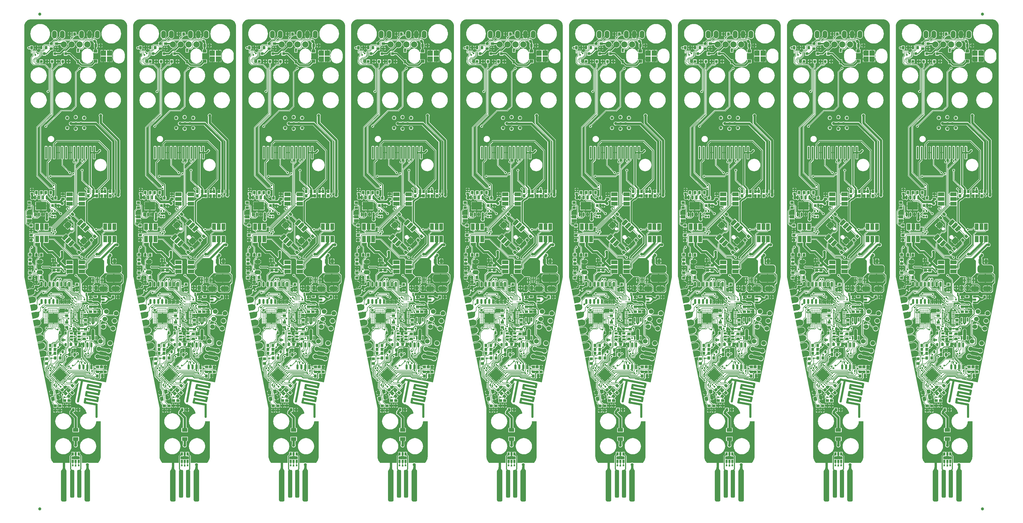
<source format=gbr>
G04 Layer_Physical_Order=1*
G04 Layer_Color=255*
%FSLAX25Y25*%
%MOIN*%
%TF.FileFunction,Copper,L1,Top,Signal*%
%TF.Part,CustomerPanel*%
G01*
G75*
%TA.AperFunction,FiducialPad,Global*%
%ADD10C,0.03937*%
%TA.AperFunction,SMDPad,CuDef*%
%ADD11R,0.04331X0.02559*%
%ADD12O,0.02559X0.06496*%
G04:AMPARAMS|DCode=13|XSize=23.62mil|YSize=39.37mil|CornerRadius=2.95mil|HoleSize=0mil|Usage=FLASHONLY|Rotation=180.000|XOffset=0mil|YOffset=0mil|HoleType=Round|Shape=RoundedRectangle|*
%AMROUNDEDRECTD13*
21,1,0.02362,0.03347,0,0,180.0*
21,1,0.01772,0.03937,0,0,180.0*
1,1,0.00591,-0.00886,0.01673*
1,1,0.00591,0.00886,0.01673*
1,1,0.00591,0.00886,-0.01673*
1,1,0.00591,-0.00886,-0.01673*
%
%ADD13ROUNDEDRECTD13*%
%ADD14R,0.03937X0.03543*%
%ADD15O,0.02362X0.06693*%
%ADD16R,0.06693X0.06693*%
%ADD17R,0.04724X0.03937*%
%ADD18R,0.02756X0.04724*%
%ADD19R,0.01968X0.02953*%
%ADD20R,0.08268X0.04724*%
G04:AMPARAMS|DCode=21|XSize=43.31mil|YSize=78.74mil|CornerRadius=0mil|HoleSize=0mil|Usage=FLASHONLY|Rotation=135.000|XOffset=0mil|YOffset=0mil|HoleType=Round|Shape=Rectangle|*
%AMROTATEDRECTD21*
4,1,4,0.04315,0.01253,-0.01253,-0.04315,-0.04315,-0.01253,0.01253,0.04315,0.04315,0.01253,0.0*
%
%ADD21ROTATEDRECTD21*%

G04:AMPARAMS|DCode=22|XSize=74.8mil|YSize=78.74mil|CornerRadius=0mil|HoleSize=0mil|Usage=FLASHONLY|Rotation=135.000|XOffset=0mil|YOffset=0mil|HoleType=Round|Shape=Rectangle|*
%AMROTATEDRECTD22*
4,1,4,0.05429,0.00139,-0.00139,-0.05429,-0.05429,-0.00139,0.00139,0.05429,0.05429,0.00139,0.0*
%
%ADD22ROTATEDRECTD22*%

G04:AMPARAMS|DCode=23|XSize=51.18mil|YSize=43.31mil|CornerRadius=4.33mil|HoleSize=0mil|Usage=FLASHONLY|Rotation=281.000|XOffset=0mil|YOffset=0mil|HoleType=Round|Shape=RoundedRectangle|*
%AMROUNDEDRECTD23*
21,1,0.05118,0.03465,0,0,281.0*
21,1,0.04252,0.04331,0,0,281.0*
1,1,0.00866,-0.01295,-0.02418*
1,1,0.00866,-0.02106,0.01756*
1,1,0.00866,0.01295,0.02418*
1,1,0.00866,0.02106,-0.01756*
%
%ADD23ROUNDEDRECTD23*%
%ADD24R,0.13386X0.09842*%
%ADD25O,0.02362X0.05709*%
%ADD26O,0.03740X0.00787*%
%ADD27O,0.00787X0.03740*%
%ADD28R,0.12323X0.12323*%
%ADD29R,0.07087X0.04528*%
G04:AMPARAMS|DCode=30|XSize=39.37mil|YSize=35.43mil|CornerRadius=0mil|HoleSize=0mil|Usage=FLASHONLY|Rotation=315.000|XOffset=0mil|YOffset=0mil|HoleType=Round|Shape=Rectangle|*
%AMROTATEDRECTD30*
4,1,4,-0.02645,0.00139,-0.00139,0.02645,0.02645,-0.00139,0.00139,-0.02645,-0.02645,0.00139,0.0*
%
%ADD30ROTATEDRECTD30*%

%ADD31R,0.03543X0.03937*%
G04:AMPARAMS|DCode=32|XSize=39.37mil|YSize=35.43mil|CornerRadius=0mil|HoleSize=0mil|Usage=FLASHONLY|Rotation=269.600|XOffset=0mil|YOffset=0mil|HoleType=Round|Shape=Rectangle|*
%AMROTATEDRECTD32*
4,1,4,-0.01758,0.01981,0.01785,0.01956,0.01758,-0.01981,-0.01785,-0.01956,-0.01758,0.01981,0.0*
%
%ADD32ROTATEDRECTD32*%

%ADD33R,0.03740X0.03543*%
%ADD34O,0.01772X0.05512*%
%ADD35R,0.03543X0.03740*%
%ADD36R,0.04724X0.08268*%
%ADD37R,0.03543X0.02756*%
G04:AMPARAMS|DCode=38|XSize=39.37mil|YSize=35.43mil|CornerRadius=0mil|HoleSize=0mil|Usage=FLASHONLY|Rotation=225.000|XOffset=0mil|YOffset=0mil|HoleType=Round|Shape=Rectangle|*
%AMROTATEDRECTD38*
4,1,4,0.00139,0.02645,0.02645,0.00139,-0.00139,-0.02645,-0.02645,-0.00139,0.00139,0.02645,0.0*
%
%ADD38ROTATEDRECTD38*%

%ADD39R,0.02559X0.04331*%
G04:AMPARAMS|DCode=40|XSize=9.84mil|YSize=23.62mil|CornerRadius=1.97mil|HoleSize=0mil|Usage=FLASHONLY|Rotation=180.000|XOffset=0mil|YOffset=0mil|HoleType=Round|Shape=RoundedRectangle|*
%AMROUNDEDRECTD40*
21,1,0.00984,0.01968,0,0,180.0*
21,1,0.00591,0.02362,0,0,180.0*
1,1,0.00394,-0.00295,0.00984*
1,1,0.00394,0.00295,0.00984*
1,1,0.00394,0.00295,-0.00984*
1,1,0.00394,-0.00295,-0.00984*
%
%ADD40ROUNDEDRECTD40*%
%ADD41R,0.03740X0.00787*%
%ADD42R,0.00787X0.03740*%
%ADD43P,0.18374X4X180.0*%
G04:AMPARAMS|DCode=44|XSize=9.84mil|YSize=31.5mil|CornerRadius=0mil|HoleSize=0mil|Usage=FLASHONLY|Rotation=135.000|XOffset=0mil|YOffset=0mil|HoleType=Round|Shape=Round|*
%AMOVALD44*
21,1,0.02165,0.00984,0.00000,0.00000,225.0*
1,1,0.00984,0.00766,0.00766*
1,1,0.00984,-0.00766,-0.00766*
%
%ADD44OVALD44*%

G04:AMPARAMS|DCode=45|XSize=9.84mil|YSize=31.5mil|CornerRadius=0mil|HoleSize=0mil|Usage=FLASHONLY|Rotation=225.000|XOffset=0mil|YOffset=0mil|HoleType=Round|Shape=Round|*
%AMOVALD45*
21,1,0.02165,0.00984,0.00000,0.00000,315.0*
1,1,0.00984,-0.00766,0.00766*
1,1,0.00984,0.00766,-0.00766*
%
%ADD45OVALD45*%

%ADD46O,0.02756X0.01181*%
%ADD47O,0.01181X0.02756*%
G04:AMPARAMS|DCode=48|XSize=70mil|YSize=405.51mil|CornerRadius=17.5mil|HoleSize=0mil|Usage=FLASHONLY|Rotation=180.000|XOffset=0mil|YOffset=0mil|HoleType=Round|Shape=RoundedRectangle|*
%AMROUNDEDRECTD48*
21,1,0.07000,0.37051,0,0,180.0*
21,1,0.03500,0.40551,0,0,180.0*
1,1,0.03500,-0.01750,0.18526*
1,1,0.03500,0.01750,0.18526*
1,1,0.03500,0.01750,-0.18526*
1,1,0.03500,-0.01750,-0.18526*
%
%ADD48ROUNDEDRECTD48*%
G04:AMPARAMS|DCode=49|XSize=51.18mil|YSize=354.33mil|CornerRadius=12.79mil|HoleSize=0mil|Usage=FLASHONLY|Rotation=180.000|XOffset=0mil|YOffset=0mil|HoleType=Round|Shape=RoundedRectangle|*
%AMROUNDEDRECTD49*
21,1,0.05118,0.32874,0,0,180.0*
21,1,0.02559,0.35433,0,0,180.0*
1,1,0.02559,-0.01279,0.16437*
1,1,0.02559,0.01279,0.16437*
1,1,0.02559,0.01279,-0.16437*
1,1,0.02559,-0.01279,-0.16437*
%
%ADD49ROUNDEDRECTD49*%
%ADD50R,0.05905X0.03937*%
G04:AMPARAMS|DCode=51|XSize=98.42mil|YSize=196.85mil|CornerRadius=24.61mil|HoleSize=0mil|Usage=FLASHONLY|Rotation=270.000|XOffset=0mil|YOffset=0mil|HoleType=Round|Shape=RoundedRectangle|*
%AMROUNDEDRECTD51*
21,1,0.09842,0.14764,0,0,270.0*
21,1,0.04921,0.19685,0,0,270.0*
1,1,0.04921,-0.07382,-0.02461*
1,1,0.04921,-0.07382,0.02461*
1,1,0.04921,0.07382,0.02461*
1,1,0.04921,0.07382,-0.02461*
%
%ADD51ROUNDEDRECTD51*%
G04:AMPARAMS|DCode=52|XSize=98.42mil|YSize=66.93mil|CornerRadius=16.73mil|HoleSize=0mil|Usage=FLASHONLY|Rotation=180.000|XOffset=0mil|YOffset=0mil|HoleType=Round|Shape=RoundedRectangle|*
%AMROUNDEDRECTD52*
21,1,0.09842,0.03347,0,0,180.0*
21,1,0.06496,0.06693,0,0,180.0*
1,1,0.03346,-0.03248,0.01673*
1,1,0.03346,0.03248,0.01673*
1,1,0.03346,0.03248,-0.01673*
1,1,0.03346,-0.03248,-0.01673*
%
%ADD52ROUNDEDRECTD52*%
%ADD53R,0.02362X0.05512*%
%ADD54R,0.02362X0.07087*%
%ADD55R,0.04134X0.05512*%
%ADD56R,0.02165X0.15748*%
G04:AMPARAMS|DCode=57|XSize=75mil|YSize=25mil|CornerRadius=0mil|HoleSize=0mil|Usage=FLASHONLY|Rotation=349.000|XOffset=0mil|YOffset=0mil|HoleType=Round|Shape=Round|*
%AMOVALD57*
21,1,0.05000,0.02500,0.00000,0.00000,349.0*
1,1,0.02500,-0.02454,0.00477*
1,1,0.02500,0.02454,-0.00477*
%
%ADD57OVALD57*%

%TA.AperFunction,Conductor*%
%ADD58C,0.00591*%
%ADD59C,0.03150*%
%ADD60C,0.01181*%
%ADD61C,0.01968*%
%ADD62C,0.00984*%
%ADD63C,0.00787*%
%ADD64C,0.03937*%
%ADD65C,0.02756*%
%ADD66C,0.02500*%
%ADD67C,0.01575*%
%TA.AperFunction,ComponentPad*%
%ADD68C,0.07874*%
%TA.AperFunction,ViaPad*%
%ADD69C,0.07874*%
%TA.AperFunction,ComponentPad*%
%ADD70C,0.02500*%
%ADD71O,0.06000X0.09937*%
%ADD72C,0.06000*%
%ADD73O,0.07874X0.05512*%
%TA.AperFunction,ViaPad*%
%ADD74C,0.02362*%
%ADD75C,0.01968*%
%ADD76C,0.01575*%
%ADD77C,0.03937*%
%ADD78C,0.03150*%
%TA.AperFunction,NonConductor*%
G04:AMPARAMS|DCode=79|XSize=52.83mil|YSize=78.74mil|CornerRadius=0mil|HoleSize=0mil|Usage=FLASHONLY|Rotation=11.000|XOffset=0mil|YOffset=0mil|HoleType=Round|Shape=Rectangle|*
%AMROTATEDRECTD79*
4,1,4,-0.01842,-0.04369,-0.03344,0.03361,0.01842,0.04369,0.03344,-0.03361,-0.01842,-0.04369,0.0*
%
%ADD79ROTATEDRECTD79*%

G36*
X1235378Y630602D02*
X1236902Y629971D01*
X1238274Y629054D01*
X1239441Y627888D01*
X1240357Y626516D01*
X1240989Y624992D01*
X1241311Y623374D01*
X1241311Y622549D01*
X1241311D01*
X1241311Y302866D01*
X1241300Y302370D01*
X1241300D01*
X1241300Y302370D01*
X1214517Y168455D01*
X1193914Y172474D01*
X1193962Y172971D01*
X1199355D01*
X1200046Y172280D01*
X1200047Y172280D01*
X1200437Y172019D01*
X1200898Y171927D01*
X1205760D01*
X1205760Y171927D01*
X1206221Y172019D01*
X1206611Y172280D01*
X1207303Y172972D01*
X1207303Y172972D01*
X1207564Y173363D01*
X1207596Y173523D01*
X1208006Y173869D01*
X1208139Y173886D01*
X1209207D01*
Y176281D01*
Y178676D01*
X1208144D01*
X1207830Y179094D01*
X1207991Y179421D01*
X1210517D01*
X1210557Y179437D01*
X1210998Y179597D01*
X1211440Y179437D01*
X1211480Y179421D01*
X1215417D01*
X1215869Y179608D01*
X1216056Y180060D01*
Y183603D01*
X1215869Y184055D01*
X1215417Y184242D01*
X1212481D01*
X1212320Y184378D01*
X1212226Y184468D01*
X1212176Y184488D01*
X1212147Y184533D01*
X1212109Y184541D01*
X1211102Y185548D01*
X1211385Y185972D01*
X1211480Y185933D01*
X1212858D01*
Y188131D01*
Y190328D01*
X1211480D01*
X1211178Y190204D01*
X1210818D01*
X1210517Y190328D01*
X1209139D01*
Y188131D01*
X1207958D01*
Y190328D01*
X1206580D01*
X1206169Y190354D01*
X1205717Y190542D01*
X1201780D01*
X1201328Y190354D01*
X1201141Y189902D01*
Y189439D01*
X1201116Y189428D01*
X1199092D01*
X1198747Y189359D01*
X1198454Y189164D01*
X1197916Y188626D01*
X1197454Y188817D01*
Y190264D01*
X1197332Y190879D01*
X1196984Y191400D01*
X1196463Y191748D01*
X1196439Y191753D01*
Y188099D01*
X1195258D01*
Y191753D01*
X1195234Y191748D01*
X1194751Y191426D01*
X1194558Y191470D01*
X1194252Y191609D01*
Y192581D01*
X1194183Y192927D01*
X1193987Y193220D01*
X1188010Y199197D01*
Y199204D01*
X1187972Y199392D01*
Y199541D01*
X1187904Y199887D01*
X1187708Y200180D01*
X1186299Y201589D01*
Y202190D01*
X1186299Y202190D01*
X1186290Y202234D01*
Y205405D01*
X1186724Y205708D01*
X1186975Y205434D01*
X1186838Y204743D01*
X1186975Y204052D01*
X1187367Y203466D01*
X1187953Y203074D01*
X1188562Y202953D01*
X1188581Y202940D01*
X1188717Y202499D01*
X1188725Y202450D01*
Y201032D01*
X1188794Y200687D01*
X1188990Y200394D01*
X1190201Y199183D01*
X1190494Y198987D01*
X1190839Y198918D01*
X1192552D01*
X1192897Y198987D01*
X1193190Y199183D01*
X1194401Y200394D01*
X1194597Y200687D01*
X1194666Y201032D01*
Y202100D01*
X1198887Y206321D01*
X1198887Y206321D01*
X1198925Y206359D01*
X1199121Y206652D01*
X1199190Y206998D01*
X1199152Y207189D01*
Y212007D01*
X1201423Y214278D01*
X1203036D01*
X1203226Y213778D01*
X1202748Y213355D01*
X1202226Y212567D01*
X1201926Y211670D01*
X1201869Y210727D01*
X1202057Y209800D01*
X1202479Y208954D01*
X1203106Y208246D01*
X1203894Y207724D01*
X1204790Y207424D01*
X1205734Y207367D01*
X1206660Y207555D01*
X1207477Y207962D01*
X1214868Y206525D01*
X1215472Y205842D01*
X1216261Y205321D01*
X1217157Y205020D01*
X1218101Y204963D01*
X1219027Y205151D01*
X1219874Y205573D01*
X1220582Y206200D01*
X1221103Y206988D01*
X1221403Y207885D01*
X1221461Y208828D01*
X1221273Y209755D01*
X1220851Y210601D01*
X1220224Y211309D01*
X1219436Y211830D01*
X1218539Y212130D01*
X1217596Y212188D01*
X1216669Y212000D01*
X1215853Y211593D01*
X1208462Y213030D01*
X1207857Y213713D01*
X1207759Y213778D01*
X1207909Y214278D01*
X1210054D01*
X1210400Y214347D01*
X1210693Y214542D01*
X1213065Y216915D01*
X1213261Y217208D01*
X1213330Y217553D01*
Y224198D01*
X1213330Y224198D01*
X1213261Y224543D01*
X1213065Y224836D01*
X1213065Y224836D01*
X1208143Y229759D01*
Y236703D01*
X1208610Y236880D01*
X1208749Y236723D01*
X1209538Y236201D01*
X1210434Y235901D01*
X1211378Y235843D01*
X1212304Y236032D01*
X1213151Y236454D01*
X1213859Y237080D01*
X1214380Y237868D01*
X1214680Y238765D01*
X1214738Y239709D01*
X1214550Y240635D01*
X1214337Y241061D01*
X1214675Y241504D01*
X1214848Y241469D01*
X1215290Y241557D01*
X1219889Y236957D01*
X1219880Y236800D01*
X1220068Y235873D01*
X1220490Y235027D01*
X1221116Y234319D01*
X1221905Y233797D01*
X1222801Y233497D01*
X1223745Y233439D01*
X1224671Y233628D01*
X1225517Y234050D01*
X1226225Y234676D01*
X1226747Y235465D01*
X1227047Y236361D01*
X1227105Y237305D01*
X1226917Y238231D01*
X1226495Y239077D01*
X1225868Y239785D01*
X1225080Y240307D01*
X1224183Y240607D01*
X1223240Y240665D01*
X1222313Y240476D01*
X1221467Y240054D01*
X1220759Y239428D01*
X1220664Y239285D01*
X1220167Y239234D01*
X1216567Y242834D01*
X1216655Y243275D01*
X1216517Y243967D01*
X1216126Y244553D01*
X1215540Y244944D01*
X1214848Y245082D01*
X1214157Y244944D01*
X1213571Y244553D01*
X1213179Y243967D01*
X1213042Y243275D01*
X1213084Y243065D01*
X1212872Y242863D01*
X1212640Y242736D01*
X1211816Y243011D01*
X1210873Y243069D01*
X1209946Y242880D01*
X1209100Y242458D01*
X1208643Y242054D01*
X1208143Y242279D01*
Y244848D01*
X1208440Y244907D01*
X1209026Y245298D01*
X1209417Y245884D01*
X1209555Y246575D01*
X1209458Y247061D01*
X1209936Y247224D01*
X1210001Y247093D01*
X1210627Y246385D01*
X1211416Y245863D01*
X1212312Y245563D01*
X1213256Y245505D01*
X1214182Y245693D01*
X1215028Y246115D01*
X1215737Y246742D01*
X1216258Y247530D01*
X1216558Y248427D01*
X1216616Y249370D01*
X1216428Y250297D01*
X1216006Y251143D01*
X1215379Y251851D01*
X1214591Y252373D01*
X1214293Y252472D01*
X1214375Y252972D01*
X1224748D01*
X1225094Y253041D01*
X1225252Y253147D01*
X1225394Y253200D01*
X1225451Y253254D01*
X1225455Y253257D01*
X1225661Y253120D01*
X1226557Y252820D01*
X1227501Y252763D01*
X1228427Y252951D01*
X1229274Y253373D01*
X1229982Y254000D01*
X1230503Y254788D01*
X1230803Y255684D01*
X1230861Y256628D01*
X1230673Y257555D01*
X1230251Y258401D01*
X1229624Y259109D01*
X1228836Y259630D01*
X1227939Y259930D01*
X1226996Y259988D01*
X1226069Y259800D01*
X1225223Y259378D01*
X1224515Y258752D01*
X1223993Y257963D01*
X1223693Y257066D01*
X1223636Y256123D01*
X1223807Y255279D01*
X1223553Y254779D01*
X1215735D01*
X1215685Y255279D01*
X1216061Y255355D01*
X1216907Y255777D01*
X1217615Y256403D01*
X1218136Y257192D01*
X1218436Y258088D01*
X1218494Y259032D01*
X1218306Y259959D01*
X1217884Y260805D01*
X1217257Y261513D01*
X1216469Y262034D01*
X1215572Y262334D01*
X1214629Y262392D01*
X1213702Y262204D01*
X1212856Y261782D01*
X1212148Y261155D01*
X1211626Y260367D01*
X1211553Y260146D01*
X1211053Y260228D01*
Y260931D01*
X1210961Y261391D01*
X1210700Y261782D01*
X1210700Y261782D01*
X1208556Y263926D01*
Y266602D01*
X1208369Y267054D01*
X1207917Y267242D01*
X1207554D01*
Y268081D01*
X1207536Y268170D01*
X1208004Y268384D01*
X1208407Y268217D01*
X1212738D01*
X1213190Y268404D01*
X1213242Y268530D01*
X1214008D01*
X1214008Y268530D01*
X1214623Y268652D01*
X1215144Y269000D01*
X1218074Y271931D01*
X1218348Y271894D01*
X1219016Y271982D01*
X1219639Y272240D01*
X1220173Y272650D01*
X1220342Y272870D01*
X1220799D01*
X1220799Y272870D01*
X1221413Y272992D01*
X1221934Y273340D01*
X1222962Y274368D01*
X1225070D01*
X1225522Y274555D01*
X1225710Y275007D01*
Y278944D01*
X1225522Y279396D01*
X1225070Y279583D01*
X1221527D01*
X1221075Y279396D01*
X1220888Y278944D01*
Y276835D01*
X1220342Y276290D01*
X1220173Y276301D01*
X1219639Y276711D01*
X1219016Y276969D01*
X1218348Y277057D01*
X1218074Y277021D01*
X1216344Y278751D01*
X1215823Y279099D01*
X1215208Y279221D01*
X1215208Y279221D01*
X1213242D01*
X1213190Y279347D01*
X1212738Y279534D01*
X1208407D01*
X1207955Y279347D01*
X1207768Y278895D01*
Y276336D01*
X1207937Y275928D01*
X1207967Y275845D01*
X1208092Y275422D01*
X1207981Y275155D01*
Y274466D01*
X1210573D01*
Y273285D01*
X1207981D01*
Y272596D01*
X1208092Y272329D01*
X1207967Y271906D01*
X1207937Y271823D01*
X1207768Y271415D01*
Y269092D01*
X1207268Y268940D01*
X1207084Y269216D01*
X1205029Y271271D01*
X1204508Y271619D01*
X1203894Y271741D01*
X1203894Y271741D01*
X1203793D01*
X1203741Y271867D01*
X1203289Y272054D01*
X1198959D01*
X1198507Y271867D01*
X1198454Y271741D01*
X1197456D01*
Y272398D01*
X1197269Y272849D01*
X1196817Y273037D01*
X1192880D01*
X1192495Y272877D01*
X1192091Y273166D01*
Y274723D01*
X1192579Y274852D01*
X1192880Y274727D01*
X1194258D01*
Y276925D01*
Y279123D01*
X1192880D01*
X1192579Y278998D01*
X1192465Y278725D01*
X1192376Y278691D01*
X1192044Y278664D01*
X1191954Y278681D01*
X1191621Y279179D01*
X1190954Y279846D01*
Y280995D01*
X1191017Y281090D01*
X1191155Y281781D01*
X1191121Y281950D01*
X1191438Y282336D01*
X1194943Y282336D01*
X1195395Y282523D01*
X1197696Y284824D01*
X1199996Y282523D01*
X1200448Y282336D01*
X1215048Y282336D01*
X1215500Y282523D01*
X1217198Y284222D01*
X1217698D01*
X1219396Y282523D01*
X1219848Y282336D01*
X1231448Y282336D01*
X1231900Y282523D01*
X1233900Y284524D01*
X1234088Y284976D01*
Y292711D01*
X1236500Y295124D01*
X1236688Y295575D01*
Y305175D01*
X1236500Y305627D01*
X1234300Y307827D01*
X1234289Y307832D01*
X1234132Y308438D01*
X1234396Y308782D01*
X1234703Y309524D01*
X1234808Y310320D01*
Y315242D01*
X1234703Y316038D01*
X1234396Y316780D01*
X1233906Y317418D01*
X1233269Y317907D01*
X1232527Y318214D01*
X1231730Y318319D01*
X1221933D01*
X1220361Y319891D01*
X1220414Y320020D01*
Y325531D01*
X1220227Y325983D01*
X1219916Y326112D01*
Y327321D01*
X1220621Y328026D01*
X1221139Y328240D01*
X1221673Y328650D01*
X1222084Y329185D01*
X1222342Y329807D01*
X1222429Y330475D01*
X1222342Y331144D01*
X1222084Y331766D01*
X1221673Y332301D01*
X1221139Y332711D01*
X1220516Y332969D01*
X1219848Y333057D01*
X1219180Y332969D01*
X1219021Y332903D01*
X1218738Y333327D01*
X1222166Y336755D01*
X1222468Y336956D01*
X1227031Y341520D01*
X1227258Y341346D01*
X1227880Y341088D01*
X1228548Y341000D01*
X1229216Y341088D01*
X1229839Y341346D01*
X1230373Y341756D01*
X1230784Y342290D01*
X1231042Y342913D01*
X1231129Y343581D01*
X1231042Y344249D01*
X1230784Y344872D01*
X1230373Y345406D01*
X1229839Y345816D01*
X1229216Y346074D01*
X1228548Y346162D01*
X1228344Y346135D01*
X1227993Y346593D01*
X1228062Y346761D01*
Y355029D01*
X1227875Y355481D01*
X1227423Y355668D01*
X1222699D01*
X1222472Y355574D01*
X1222108Y355507D01*
X1221744Y355574D01*
X1221518Y355668D01*
X1216793D01*
X1216567Y355574D01*
X1216203Y355507D01*
X1215839Y355574D01*
X1215612Y355668D01*
X1210888D01*
X1210851Y355653D01*
X1210351Y355987D01*
Y356562D01*
X1213962Y360172D01*
X1224218D01*
X1224563Y360241D01*
X1224856Y360437D01*
X1225700Y361280D01*
X1225895Y361573D01*
X1225938Y361786D01*
X1225975Y361870D01*
X1227423D01*
X1227875Y362057D01*
X1228062Y362509D01*
Y370777D01*
X1227875Y371229D01*
X1227423Y371416D01*
X1222699D01*
X1222290Y371247D01*
X1222208Y371217D01*
X1221785Y371093D01*
X1221518Y371203D01*
X1219746D01*
Y366643D01*
X1218565D01*
Y371203D01*
X1216793D01*
X1216526Y371093D01*
X1216103Y371217D01*
X1216021Y371247D01*
X1215612Y371416D01*
X1210888D01*
X1210436Y371229D01*
X1210248Y370777D01*
Y367281D01*
X1206970Y364003D01*
X1203360D01*
X1203110Y364377D01*
X1202524Y364769D01*
X1201833Y364906D01*
X1201141Y364769D01*
X1200555Y364377D01*
X1200204Y363851D01*
X1200169Y363850D01*
X1199706Y364031D01*
X1199704Y364031D01*
X1199581Y364646D01*
X1199233Y365167D01*
X1191154Y373246D01*
Y398016D01*
X1193609Y400471D01*
X1194293D01*
X1194293Y400471D01*
X1194908Y400593D01*
X1195429Y400941D01*
X1197961Y403473D01*
X1199870D01*
X1200207Y403613D01*
X1200258Y403628D01*
X1200439D01*
X1200490Y403613D01*
X1200827Y403473D01*
X1204370D01*
X1204822Y403660D01*
X1205010Y404112D01*
Y408049D01*
X1204822Y408501D01*
X1204680Y408560D01*
Y409102D01*
X1204822Y409161D01*
X1205010Y409613D01*
Y413083D01*
X1218200Y426274D01*
X1218200Y426274D01*
X1218461Y426664D01*
X1218553Y427125D01*
X1218553Y427125D01*
Y463875D01*
X1218461Y464336D01*
X1218200Y464727D01*
X1218200Y464727D01*
X1206200Y476727D01*
X1205809Y476988D01*
X1205348Y477080D01*
X1205348Y477080D01*
X1151848D01*
X1151848Y477080D01*
X1151388Y476988D01*
X1150997Y476727D01*
X1150997Y476727D01*
X1147438Y473168D01*
X1147177Y472777D01*
X1147085Y472317D01*
X1147085Y472316D01*
Y469644D01*
X1146741Y469501D01*
X1146554Y469050D01*
Y453301D01*
X1146741Y452849D01*
X1147193Y452662D01*
X1149359D01*
X1149811Y452849D01*
X1149998Y453301D01*
Y469050D01*
X1149811Y469501D01*
X1149494Y469633D01*
Y471818D01*
X1152347Y474671D01*
X1204850D01*
X1216144Y463377D01*
Y427624D01*
X1202709Y414189D01*
X1200827D01*
X1200398Y414011D01*
X1199970Y414189D01*
X1199804D01*
Y415431D01*
X1199804Y415431D01*
X1199681Y416046D01*
X1199333Y416567D01*
X1195945Y419956D01*
Y453021D01*
X1196061Y453301D01*
Y459570D01*
X1197735D01*
Y453301D01*
X1197922Y452849D01*
X1198374Y452662D01*
X1200540D01*
X1200992Y452849D01*
X1201179Y453301D01*
Y459570D01*
X1203543D01*
X1203543Y459570D01*
X1204157Y459692D01*
X1204678Y460040D01*
X1206703Y462065D01*
X1206940Y462112D01*
X1207526Y462504D01*
X1207917Y463090D01*
X1208055Y463781D01*
X1207917Y464472D01*
X1207526Y465058D01*
X1206940Y465450D01*
X1206248Y465587D01*
X1205557Y465450D01*
X1204971Y465058D01*
X1204601Y464504D01*
X1202878Y462781D01*
X1201179D01*
Y469050D01*
X1200992Y469501D01*
X1200540Y469689D01*
X1198374D01*
X1197922Y469501D01*
X1197735Y469050D01*
Y462781D01*
X1196061D01*
Y469050D01*
X1195874Y469501D01*
X1195422Y469689D01*
X1193256D01*
X1192804Y469501D01*
X1192617Y469050D01*
Y453301D01*
X1192733Y453021D01*
Y419290D01*
X1192733Y419290D01*
X1192761Y419153D01*
X1192300Y418907D01*
X1184851Y426355D01*
Y437154D01*
X1185226Y437404D01*
X1185617Y437990D01*
X1185755Y438681D01*
X1185617Y439372D01*
X1185226Y439958D01*
X1184640Y440350D01*
X1183948Y440487D01*
X1183257Y440350D01*
X1182671Y439958D01*
X1182279Y439372D01*
X1182142Y438681D01*
X1182279Y437990D01*
X1182671Y437404D01*
X1183045Y437154D01*
Y425981D01*
X1183114Y425635D01*
X1183310Y425342D01*
X1193867Y414785D01*
X1193818Y414288D01*
X1193670Y414189D01*
X1190989D01*
X1190837Y414317D01*
X1190737Y414414D01*
X1190664Y414443D01*
X1190567Y414540D01*
X1190655Y414981D01*
X1190517Y415672D01*
X1190126Y416258D01*
X1189540Y416650D01*
X1188848Y416787D01*
X1188157Y416650D01*
X1187571Y416258D01*
X1187179Y415672D01*
X1187042Y414981D01*
X1187179Y414290D01*
X1187571Y413704D01*
X1188157Y413312D01*
X1188848Y413175D01*
X1189079Y413220D01*
X1189488Y412856D01*
Y409613D01*
X1189675Y409161D01*
X1189767Y409122D01*
Y408581D01*
X1189575Y408501D01*
X1189388Y408049D01*
Y404112D01*
X1189575Y403660D01*
X1190027Y403473D01*
X1191363D01*
X1191570Y402973D01*
X1188782Y400186D01*
X1188282Y400393D01*
Y401486D01*
X1183722D01*
Y402667D01*
X1188282D01*
Y404438D01*
X1188158Y404740D01*
X1188326Y405211D01*
X1188496Y405620D01*
Y410344D01*
X1188308Y410796D01*
X1187856Y410983D01*
X1179589D01*
X1179136Y410796D01*
X1178949Y410344D01*
Y408896D01*
X1178925Y408885D01*
X1178555D01*
X1178209Y408816D01*
X1177916Y408621D01*
X1177814Y408518D01*
X1177351Y408709D01*
Y439101D01*
X1189873Y451623D01*
X1189873Y451623D01*
X1190069Y451916D01*
X1190137Y452261D01*
Y452637D01*
X1190149Y452662D01*
X1190304D01*
X1190755Y452849D01*
X1190943Y453301D01*
Y469050D01*
X1190755Y469501D01*
X1190304Y469689D01*
X1188138D01*
X1187686Y469501D01*
X1187499Y469050D01*
Y453301D01*
X1187686Y452849D01*
X1187794Y452805D01*
X1187911Y452215D01*
X1186232Y450537D01*
X1185690Y450701D01*
X1185617Y451067D01*
X1185226Y451653D01*
X1184851Y451903D01*
Y452637D01*
X1184863Y452662D01*
X1185185D01*
X1185637Y452849D01*
X1185825Y453301D01*
Y469050D01*
X1185637Y469501D01*
X1185185Y469689D01*
X1183020D01*
X1182568Y469501D01*
X1182381Y469050D01*
Y453301D01*
X1182568Y452849D01*
X1183020Y452662D01*
X1183034D01*
X1183045Y452637D01*
Y451903D01*
X1182671Y451653D01*
X1182279Y451067D01*
X1182142Y450376D01*
X1182279Y449684D01*
X1182671Y449098D01*
X1183257Y448707D01*
X1183622Y448634D01*
X1183787Y448091D01*
X1176414Y440718D01*
X1175951Y440909D01*
Y445801D01*
X1179637Y449486D01*
X1179832Y449780D01*
X1179901Y450125D01*
Y452637D01*
X1179912Y452662D01*
X1180067D01*
X1180519Y452849D01*
X1180707Y453301D01*
Y469050D01*
X1180519Y469501D01*
X1180067Y469689D01*
X1177902D01*
X1177450Y469501D01*
X1177263Y469050D01*
Y453301D01*
X1177450Y452849D01*
X1177902Y452662D01*
X1178084D01*
X1178095Y452637D01*
Y450499D01*
X1175492Y447897D01*
X1175104Y448216D01*
X1175214Y448380D01*
X1175417Y448684D01*
X1175555Y449375D01*
X1175417Y450067D01*
X1175026Y450653D01*
X1174652Y450903D01*
Y452637D01*
X1174663Y452662D01*
X1174949D01*
X1175401Y452849D01*
X1175588Y453301D01*
Y469050D01*
X1175401Y469501D01*
X1174949Y469689D01*
X1172784D01*
X1172332Y469501D01*
X1172145Y469050D01*
Y453301D01*
X1172332Y452849D01*
X1172784Y452662D01*
X1172834D01*
X1172845Y452637D01*
Y450903D01*
X1172471Y450653D01*
X1172079Y450067D01*
X1171942Y449375D01*
X1172079Y448684D01*
X1172471Y448098D01*
X1173057Y447707D01*
X1173748Y447569D01*
X1174440Y447707D01*
X1174744Y447910D01*
X1174908Y448020D01*
X1175227Y447631D01*
X1174410Y446814D01*
X1174214Y446521D01*
X1174145Y446175D01*
Y436080D01*
X1173645Y435813D01*
X1173440Y435950D01*
X1172748Y436087D01*
X1172057Y435950D01*
X1171471Y435558D01*
X1171080Y434972D01*
X1170942Y434281D01*
X1171030Y433840D01*
X1169074Y431884D01*
X1145176D01*
X1144926Y432258D01*
X1144340Y432650D01*
X1143648Y432787D01*
X1142957Y432650D01*
X1142371Y432258D01*
X1141980Y431672D01*
X1141842Y430981D01*
X1141980Y430290D01*
X1142371Y429704D01*
X1142957Y429312D01*
X1143648Y429175D01*
X1144340Y429312D01*
X1144926Y429704D01*
X1145176Y430078D01*
X1169448D01*
X1169794Y430147D01*
X1170087Y430342D01*
X1172307Y432562D01*
X1172748Y432475D01*
X1173440Y432612D01*
X1173645Y432750D01*
X1174145Y432482D01*
Y394468D01*
X1173149Y393473D01*
X1172725Y393756D01*
X1172747Y393809D01*
Y398533D01*
X1172654Y398760D01*
X1172586Y399124D01*
X1172654Y399487D01*
X1172747Y399714D01*
Y404438D01*
X1172654Y404665D01*
X1172586Y405029D01*
X1172654Y405393D01*
X1172747Y405620D01*
Y410344D01*
X1172560Y410796D01*
X1172108Y410983D01*
X1163840D01*
X1163389Y410796D01*
X1163201Y410344D01*
Y405620D01*
X1163295Y405393D01*
X1163363Y405029D01*
X1163295Y404665D01*
X1163201Y404438D01*
Y403114D01*
X1163182Y403112D01*
X1163050Y403109D01*
X1162984Y403080D01*
X1162273D01*
X1162208Y403109D01*
X1162075Y403112D01*
X1162056Y403114D01*
Y403703D01*
X1161869Y404155D01*
X1161417Y404342D01*
X1157480D01*
X1157028Y404155D01*
X1156841Y403703D01*
Y402446D01*
X1155087Y400693D01*
X1154947Y400483D01*
X1145642D01*
X1140863Y405262D01*
Y405620D01*
X1140726Y406311D01*
X1140334Y406897D01*
X1139748Y407289D01*
X1139686Y407301D01*
X1139635Y407821D01*
X1139883Y407924D01*
X1140070Y408376D01*
Y412313D01*
X1139883Y412765D01*
X1139431Y412952D01*
X1135888D01*
X1135436Y412765D01*
X1135248Y412313D01*
Y408376D01*
X1135436Y407924D01*
X1135452Y407840D01*
X1135026Y407413D01*
X1135018Y407413D01*
X1134988Y407375D01*
X1134954Y407341D01*
X1134881Y407313D01*
X1134812Y407246D01*
X1134748Y407289D01*
X1134188Y407400D01*
X1134104Y407906D01*
X1134222Y407955D01*
X1134409Y408407D01*
Y412344D01*
X1134222Y412796D01*
X1133770Y412983D01*
X1130226D01*
X1129774Y412796D01*
X1129587Y412344D01*
Y408407D01*
X1129774Y407955D01*
X1130226Y407768D01*
X1130834D01*
X1130845Y407743D01*
Y407032D01*
X1130345Y406881D01*
X1130334Y406897D01*
X1129748Y407289D01*
X1129057Y407426D01*
X1128366Y407289D01*
X1127780Y406897D01*
X1127419Y406861D01*
X1127013Y407268D01*
X1127220Y407768D01*
X1127470D01*
X1127922Y407955D01*
X1128110Y408407D01*
Y412344D01*
X1127922Y412796D01*
X1127470Y412983D01*
X1123927D01*
X1123475Y412796D01*
X1123288Y412344D01*
Y408407D01*
X1123475Y407955D01*
X1123695Y407864D01*
X1123644Y407344D01*
X1123366Y407289D01*
X1122855Y406948D01*
X1122561Y407033D01*
X1122355Y407162D01*
Y408364D01*
X1122354Y408372D01*
Y410147D01*
X1122167Y410599D01*
X1121714Y410786D01*
X1118171D01*
X1117719Y410599D01*
X1117532Y410147D01*
Y407391D01*
X1117719Y406939D01*
X1118171Y406752D01*
X1118341D01*
Y405063D01*
X1118113Y404766D01*
X1117855Y404144D01*
X1117767Y403476D01*
X1117855Y402808D01*
X1118113Y402185D01*
X1118523Y401650D01*
X1119058Y401240D01*
X1119680Y400982D01*
X1120348Y400894D01*
X1121016Y400982D01*
X1121639Y401240D01*
X1121918Y401454D01*
X1121962Y401466D01*
X1122523Y401361D01*
X1122553Y401336D01*
X1122780Y400996D01*
X1123366Y400604D01*
X1124057Y400467D01*
X1124748Y400604D01*
X1125334Y400996D01*
X1125726Y401582D01*
X1125863Y402273D01*
Y403107D01*
X1125911Y403178D01*
X1126064Y403946D01*
X1125911Y404714D01*
X1125993Y405051D01*
X1126504Y405223D01*
X1127251Y404475D01*
Y402273D01*
X1127388Y401582D01*
X1127780Y400996D01*
X1128366Y400604D01*
X1129057Y400467D01*
X1129748Y400604D01*
X1130334Y400996D01*
X1130361Y401036D01*
X1130398Y401039D01*
X1130878Y400910D01*
X1130914Y400730D01*
X1131110Y400437D01*
X1132110Y399437D01*
X1132403Y399241D01*
X1132748Y399172D01*
X1138107D01*
X1138164Y399065D01*
X1137864Y398565D01*
X1132148D01*
Y393809D01*
X1138676D01*
Y398139D01*
X1138659Y398181D01*
X1139083Y398464D01*
X1142245Y395301D01*
Y391276D01*
X1142314Y390930D01*
X1142510Y390637D01*
X1144361Y388785D01*
X1144182Y388352D01*
Y385955D01*
X1143825Y385607D01*
X1143448Y385682D01*
X1142757Y385544D01*
X1142171Y385153D01*
X1141780Y384567D01*
X1141642Y383875D01*
X1141780Y383184D01*
X1142171Y382598D01*
X1142757Y382207D01*
X1143448Y382069D01*
X1144140Y382207D01*
X1144726Y382598D01*
X1145117Y383184D01*
X1145255Y383875D01*
X1145167Y384317D01*
X1145356Y384506D01*
X1145428Y384534D01*
X1145533Y384635D01*
X1145617Y384709D01*
X1145681Y384760D01*
X1146789D01*
X1147241Y384947D01*
X1147306Y385104D01*
X1147847D01*
X1147912Y384947D01*
X1148364Y384760D01*
X1150333D01*
X1150785Y384947D01*
X1150972Y385399D01*
Y387060D01*
X1151434Y387251D01*
X1154919Y383767D01*
X1154842Y383381D01*
X1154980Y382690D01*
X1155371Y382104D01*
X1155957Y381712D01*
X1156648Y381575D01*
X1157340Y381712D01*
X1157926Y382104D01*
X1158317Y382690D01*
X1158455Y383381D01*
X1158317Y384072D01*
X1157926Y384658D01*
X1157340Y385050D01*
X1156648Y385187D01*
X1156151Y385088D01*
X1148979Y392261D01*
X1148953Y392331D01*
X1148757Y392542D01*
X1148719Y392589D01*
Y395524D01*
X1148701Y395568D01*
X1149035Y396068D01*
X1151304D01*
X1151609Y395568D01*
X1151591Y395524D01*
Y394245D01*
X1155986D01*
Y394758D01*
X1156088Y394812D01*
X1156486Y394889D01*
X1156823Y394450D01*
X1157358Y394040D01*
X1157980Y393782D01*
X1158648Y393694D01*
X1159316Y393782D01*
X1159939Y394040D01*
X1160474Y394450D01*
X1160884Y394985D01*
X1161141Y395607D01*
X1161230Y396275D01*
X1161141Y396944D01*
X1160884Y397566D01*
X1160474Y398101D01*
X1159939Y398511D01*
X1159797Y398570D01*
X1159699Y399060D01*
X1160160Y399521D01*
X1161417D01*
X1161869Y399708D01*
X1162056Y400160D01*
Y401039D01*
X1162075Y401040D01*
X1162208Y401044D01*
X1162273Y401073D01*
X1162984D01*
X1163050Y401044D01*
X1163182Y401040D01*
X1163201Y401039D01*
Y399714D01*
X1163295Y399487D01*
X1163363Y399124D01*
X1163295Y398760D01*
X1163201Y398533D01*
Y393809D01*
X1163389Y393357D01*
X1163840Y393169D01*
X1167060D01*
X1167071Y393144D01*
Y390794D01*
X1166571Y390642D01*
X1166496Y390755D01*
X1165910Y391147D01*
X1165218Y391284D01*
X1164527Y391147D01*
X1163941Y390755D01*
X1163550Y390169D01*
X1163412Y389478D01*
X1163550Y388787D01*
X1163941Y388201D01*
X1164527Y387809D01*
X1165012Y387713D01*
X1165191Y387313D01*
X1165179Y387173D01*
X1145553Y367546D01*
X1141473D01*
X1141448Y367557D01*
Y370777D01*
X1141261Y371229D01*
X1140809Y371416D01*
X1136085D01*
X1135676Y371247D01*
X1135593Y371217D01*
X1135171Y371093D01*
X1134904Y371203D01*
X1133132D01*
Y366643D01*
Y362083D01*
X1134904D01*
X1135171Y362194D01*
X1135593Y362069D01*
X1135676Y362039D01*
X1136085Y361870D01*
X1140809D01*
X1141261Y362057D01*
X1141448Y362509D01*
Y365729D01*
X1141473Y365740D01*
X1144764D01*
X1144955Y365278D01*
X1144662Y364985D01*
X1144466Y364692D01*
X1144397Y364346D01*
Y361630D01*
X1144466Y361284D01*
X1144470Y361279D01*
X1144258Y360727D01*
X1143672Y360335D01*
X1143422Y359961D01*
X1129846D01*
X1128399Y361408D01*
X1128590Y361870D01*
X1128998D01*
X1129406Y362039D01*
X1129489Y362069D01*
X1129912Y362194D01*
X1130179Y362083D01*
X1131951D01*
Y366643D01*
Y371203D01*
X1130179D01*
X1129912Y371093D01*
X1129489Y371217D01*
X1129406Y371247D01*
X1128998Y371416D01*
X1124274D01*
X1123822Y371229D01*
X1123634Y370777D01*
Y362509D01*
X1123822Y362057D01*
X1124274Y361870D01*
X1125721D01*
X1125750Y361806D01*
X1125801Y361548D01*
X1125997Y361255D01*
X1128093Y359159D01*
X1127901Y358698D01*
X1120149D01*
X1119804Y358629D01*
X1119510Y358433D01*
X1119502Y358424D01*
X1117187D01*
X1116735Y358237D01*
X1116548Y357785D01*
Y354242D01*
X1116735Y353790D01*
X1117187Y353603D01*
X1121124D01*
X1121576Y353790D01*
X1122045Y353616D01*
Y351498D01*
X1121550Y351486D01*
X1121425Y351787D01*
X1121124Y351912D01*
X1119746D01*
Y349714D01*
Y347516D01*
X1121124D01*
X1121425Y347641D01*
X1121550Y347942D01*
X1122045Y347931D01*
Y343481D01*
X1122114Y343135D01*
X1122310Y342842D01*
X1124796Y340356D01*
Y333513D01*
X1124785Y333489D01*
X1123927D01*
X1123475Y333301D01*
X1123288Y332850D01*
Y328912D01*
X1123475Y328461D01*
X1123927Y328273D01*
X1127470D01*
X1127617Y328334D01*
X1127900Y327910D01*
X1125710Y325720D01*
X1125514Y325427D01*
X1125445Y325081D01*
Y325072D01*
X1124687Y324314D01*
X1124491Y324021D01*
X1124422Y323675D01*
Y317568D01*
X1124184Y317432D01*
X1123922Y317384D01*
X1121037Y320269D01*
X1120744Y320465D01*
X1120399Y320534D01*
X1120281D01*
X1120256Y320545D01*
Y321402D01*
X1120069Y321854D01*
X1119813Y321960D01*
Y322502D01*
X1120069Y322608D01*
X1120256Y323060D01*
Y326603D01*
X1120069Y327055D01*
X1119617Y327242D01*
X1115680D01*
X1115228Y327055D01*
X1115041Y326603D01*
Y323060D01*
X1115228Y322608D01*
X1115484Y322502D01*
Y321960D01*
X1115228Y321854D01*
X1115041Y321402D01*
Y317859D01*
X1115228Y317407D01*
X1115680Y317220D01*
X1119617D01*
X1120069Y317407D01*
X1120236Y317810D01*
X1120718Y318034D01*
X1122345Y316407D01*
Y311408D01*
X1121971Y311158D01*
X1121579Y310572D01*
X1121442Y309881D01*
X1121574Y309217D01*
X1121576Y309130D01*
X1121320Y308717D01*
X1120281D01*
X1120256Y308728D01*
Y309902D01*
X1120069Y310354D01*
X1119617Y310542D01*
X1115680D01*
X1115228Y310354D01*
X1115041Y309902D01*
Y306359D01*
X1115228Y305907D01*
X1115680Y305720D01*
X1119503D01*
X1119711Y305389D01*
X1119748Y305258D01*
X1119051Y304561D01*
X1119032Y304558D01*
X1118990Y304502D01*
X1118923Y304477D01*
X1118725Y304293D01*
X1118661Y304242D01*
X1115680D01*
X1115228Y304055D01*
X1115041Y303603D01*
Y300060D01*
X1115228Y299608D01*
X1115680Y299421D01*
X1119617D01*
X1120069Y299608D01*
X1120256Y300060D01*
Y303146D01*
X1120364Y303272D01*
X1120480Y303392D01*
X1120509Y303465D01*
X1122122Y305078D01*
X1126070D01*
X1126225Y304876D01*
X1125979Y304376D01*
X1123827D01*
X1123526Y304251D01*
X1123401Y303949D01*
Y302572D01*
X1125599D01*
Y301981D01*
X1126189D01*
Y299586D01*
X1127370D01*
X1127840Y299246D01*
X1127836Y298769D01*
X1127617Y298623D01*
X1126239D01*
Y296425D01*
Y294227D01*
X1127617D01*
X1127918Y294352D01*
X1128043Y294654D01*
Y295818D01*
X1128543Y296026D01*
X1130162Y294407D01*
X1130190Y294335D01*
X1130260Y294261D01*
X1130311Y294202D01*
X1130352Y294148D01*
X1130384Y294100D01*
X1130407Y294058D01*
X1130424Y294024D01*
X1130433Y293996D01*
X1130439Y293975D01*
X1130441Y293959D01*
X1130442Y293950D01*
Y293862D01*
X1128704Y292124D01*
X1128114Y292241D01*
X1128069Y292350D01*
X1127617Y292537D01*
X1123680D01*
X1123228Y292350D01*
X1123041Y291898D01*
Y289406D01*
X1121428Y287792D01*
X1121039Y287984D01*
X1119870Y288218D01*
X1118772Y288147D01*
X1118692Y288163D01*
X1113518Y287157D01*
X1110396Y302764D01*
X1110394Y302776D01*
X1110390Y302801D01*
X1110388Y302826D01*
X1110386Y302851D01*
Y622549D01*
Y623374D01*
X1110708Y624992D01*
X1111339Y626516D01*
X1112256Y627888D01*
X1113423Y629054D01*
X1114795Y629971D01*
X1116319Y630602D01*
X1117937Y630924D01*
X1118762D01*
X1232935Y630924D01*
X1233760Y630924D01*
X1235378Y630602D01*
D02*
G37*
G36*
X1096580D02*
X1098104Y629971D01*
X1099476Y629054D01*
X1100642Y627888D01*
X1101559Y626516D01*
X1102190Y624992D01*
X1102512Y623374D01*
X1102512Y622549D01*
X1102512D01*
X1102512Y302866D01*
X1102502Y302370D01*
X1102502D01*
X1102502Y302370D01*
X1075719Y168455D01*
X1055116Y172474D01*
X1055164Y172971D01*
X1060557D01*
X1061248Y172280D01*
X1061248Y172280D01*
X1061639Y172019D01*
X1062100Y171927D01*
X1066961D01*
X1066961Y171927D01*
X1067422Y172019D01*
X1067813Y172280D01*
X1068505Y172972D01*
X1068505Y172972D01*
X1068766Y173363D01*
X1068798Y173523D01*
X1069207Y173869D01*
X1069341Y173886D01*
X1070409D01*
Y176281D01*
Y178676D01*
X1069346D01*
X1069032Y179094D01*
X1069192Y179421D01*
X1071719D01*
X1071759Y179437D01*
X1072200Y179597D01*
X1072641Y179437D01*
X1072682Y179421D01*
X1076619D01*
X1077071Y179608D01*
X1077258Y180060D01*
Y183603D01*
X1077071Y184055D01*
X1076619Y184242D01*
X1073683D01*
X1073521Y184378D01*
X1073428Y184468D01*
X1073378Y184488D01*
X1073349Y184533D01*
X1073311Y184541D01*
X1072303Y185548D01*
X1072587Y185972D01*
X1072682Y185933D01*
X1074059D01*
Y188131D01*
Y190328D01*
X1072682D01*
X1072380Y190204D01*
X1072020D01*
X1071719Y190328D01*
X1070341D01*
Y188131D01*
X1069160D01*
Y190328D01*
X1067782D01*
X1067371Y190354D01*
X1066919Y190542D01*
X1062982D01*
X1062530Y190354D01*
X1062342Y189902D01*
Y189439D01*
X1062318Y189428D01*
X1060294D01*
X1059949Y189359D01*
X1059656Y189164D01*
X1059118Y188626D01*
X1058656Y188817D01*
Y190264D01*
X1058533Y190879D01*
X1058185Y191400D01*
X1057665Y191748D01*
X1057641Y191753D01*
Y188099D01*
X1056460D01*
Y191753D01*
X1056436Y191748D01*
X1055953Y191426D01*
X1055760Y191470D01*
X1055453Y191609D01*
Y192581D01*
X1055385Y192927D01*
X1055189Y193220D01*
X1049212Y199197D01*
Y199204D01*
X1049174Y199392D01*
Y199541D01*
X1049105Y199887D01*
X1048910Y200180D01*
X1047501Y201589D01*
Y202190D01*
X1047501Y202190D01*
X1047492Y202234D01*
Y205405D01*
X1047926Y205708D01*
X1048177Y205434D01*
X1048040Y204743D01*
X1048177Y204052D01*
X1048569Y203466D01*
X1049155Y203074D01*
X1049764Y202953D01*
X1049783Y202940D01*
X1049919Y202499D01*
X1049927Y202450D01*
Y201032D01*
X1049996Y200687D01*
X1050192Y200394D01*
X1051402Y199183D01*
X1051696Y198987D01*
X1052041Y198918D01*
X1053753D01*
X1054099Y198987D01*
X1054392Y199183D01*
X1055603Y200394D01*
X1055799Y200687D01*
X1055867Y201032D01*
Y202100D01*
X1060089Y206321D01*
X1060089Y206321D01*
X1060127Y206359D01*
X1060323Y206652D01*
X1060391Y206998D01*
X1060353Y207189D01*
Y212007D01*
X1062624Y214278D01*
X1064238D01*
X1064427Y213778D01*
X1063950Y213355D01*
X1063428Y212567D01*
X1063128Y211670D01*
X1063070Y210727D01*
X1063259Y209800D01*
X1063681Y208954D01*
X1064307Y208246D01*
X1065096Y207724D01*
X1065992Y207424D01*
X1066936Y207367D01*
X1067862Y207555D01*
X1068678Y207962D01*
X1076070Y206525D01*
X1076674Y205842D01*
X1077462Y205321D01*
X1078359Y205020D01*
X1079303Y204963D01*
X1080229Y205151D01*
X1081075Y205573D01*
X1081783Y206200D01*
X1082305Y206988D01*
X1082605Y207885D01*
X1082663Y208828D01*
X1082474Y209755D01*
X1082053Y210601D01*
X1081426Y211309D01*
X1080638Y211830D01*
X1079741Y212130D01*
X1078798Y212188D01*
X1077871Y212000D01*
X1077055Y211593D01*
X1069663Y213030D01*
X1069059Y213713D01*
X1068960Y213778D01*
X1069111Y214278D01*
X1071256D01*
X1071601Y214347D01*
X1071894Y214542D01*
X1074267Y216915D01*
X1074463Y217208D01*
X1074531Y217553D01*
Y224198D01*
X1074531Y224198D01*
X1074463Y224543D01*
X1074267Y224836D01*
X1074267Y224836D01*
X1069344Y229759D01*
Y236703D01*
X1069812Y236880D01*
X1069951Y236723D01*
X1070739Y236201D01*
X1071636Y235901D01*
X1072580Y235843D01*
X1073506Y236032D01*
X1074352Y236454D01*
X1075060Y237080D01*
X1075582Y237868D01*
X1075882Y238765D01*
X1075940Y239709D01*
X1075751Y240635D01*
X1075539Y241061D01*
X1075877Y241504D01*
X1076050Y241469D01*
X1076491Y241557D01*
X1081091Y236957D01*
X1081081Y236800D01*
X1081270Y235873D01*
X1081692Y235027D01*
X1082318Y234319D01*
X1083106Y233797D01*
X1084003Y233497D01*
X1084947Y233439D01*
X1085873Y233628D01*
X1086719Y234050D01*
X1087427Y234676D01*
X1087949Y235465D01*
X1088249Y236361D01*
X1088307Y237305D01*
X1088118Y238231D01*
X1087696Y239077D01*
X1087070Y239785D01*
X1086282Y240307D01*
X1085385Y240607D01*
X1084441Y240665D01*
X1083515Y240476D01*
X1082669Y240054D01*
X1081961Y239428D01*
X1081866Y239285D01*
X1081368Y239234D01*
X1077769Y242834D01*
X1077857Y243275D01*
X1077719Y243967D01*
X1077327Y244553D01*
X1076741Y244944D01*
X1076050Y245082D01*
X1075359Y244944D01*
X1074773Y244553D01*
X1074381Y243967D01*
X1074244Y243275D01*
X1074286Y243065D01*
X1074073Y242863D01*
X1073841Y242736D01*
X1073018Y243011D01*
X1072074Y243069D01*
X1071148Y242880D01*
X1070302Y242458D01*
X1069844Y242054D01*
X1069344Y242279D01*
Y244848D01*
X1069641Y244907D01*
X1070227Y245298D01*
X1070619Y245884D01*
X1070757Y246575D01*
X1070660Y247061D01*
X1071137Y247224D01*
X1071203Y247093D01*
X1071829Y246385D01*
X1072618Y245863D01*
X1073514Y245563D01*
X1074458Y245505D01*
X1075384Y245693D01*
X1076230Y246115D01*
X1076938Y246742D01*
X1077460Y247530D01*
X1077760Y248427D01*
X1077818Y249370D01*
X1077629Y250297D01*
X1077207Y251143D01*
X1076581Y251851D01*
X1075793Y252373D01*
X1075495Y252472D01*
X1075576Y252972D01*
X1085950D01*
X1086296Y253041D01*
X1086454Y253147D01*
X1086596Y253200D01*
X1086653Y253254D01*
X1086657Y253257D01*
X1086862Y253120D01*
X1087759Y252820D01*
X1088703Y252763D01*
X1089629Y252951D01*
X1090475Y253373D01*
X1091183Y254000D01*
X1091705Y254788D01*
X1092005Y255684D01*
X1092063Y256628D01*
X1091874Y257555D01*
X1091453Y258401D01*
X1090826Y259109D01*
X1090038Y259630D01*
X1089141Y259930D01*
X1088198Y259988D01*
X1087271Y259800D01*
X1086425Y259378D01*
X1085717Y258752D01*
X1085195Y257963D01*
X1084895Y257066D01*
X1084837Y256123D01*
X1085009Y255279D01*
X1084754Y254779D01*
X1076937D01*
X1076886Y255279D01*
X1077262Y255355D01*
X1078108Y255777D01*
X1078816Y256403D01*
X1079338Y257192D01*
X1079638Y258088D01*
X1079696Y259032D01*
X1079507Y259959D01*
X1079086Y260805D01*
X1078459Y261513D01*
X1077671Y262034D01*
X1076774Y262334D01*
X1075830Y262392D01*
X1074904Y262204D01*
X1074058Y261782D01*
X1073350Y261155D01*
X1072828Y260367D01*
X1072754Y260146D01*
X1072254Y260228D01*
Y260931D01*
X1072163Y261391D01*
X1071902Y261782D01*
X1071902Y261782D01*
X1069758Y263926D01*
Y266602D01*
X1069571Y267054D01*
X1069119Y267242D01*
X1068756D01*
Y268081D01*
X1068738Y268170D01*
X1069205Y268384D01*
X1069609Y268217D01*
X1073940D01*
X1074392Y268404D01*
X1074444Y268530D01*
X1075210D01*
X1075210Y268530D01*
X1075824Y268652D01*
X1076345Y269000D01*
X1079276Y271931D01*
X1079550Y271894D01*
X1080218Y271982D01*
X1080841Y272240D01*
X1081375Y272650D01*
X1081544Y272870D01*
X1082000D01*
X1082001Y272870D01*
X1082615Y272992D01*
X1083136Y273340D01*
X1084163Y274368D01*
X1086272D01*
X1086724Y274555D01*
X1086911Y275007D01*
Y278944D01*
X1086724Y279396D01*
X1086272Y279583D01*
X1082729D01*
X1082277Y279396D01*
X1082090Y278944D01*
Y276835D01*
X1081544Y276290D01*
X1081375Y276301D01*
X1080841Y276711D01*
X1080218Y276969D01*
X1079550Y277057D01*
X1079276Y277021D01*
X1077545Y278751D01*
X1077024Y279099D01*
X1076410Y279221D01*
X1076410Y279221D01*
X1074444D01*
X1074392Y279347D01*
X1073940Y279534D01*
X1069609D01*
X1069157Y279347D01*
X1068970Y278895D01*
Y276336D01*
X1069139Y275928D01*
X1069169Y275845D01*
X1069294Y275422D01*
X1069183Y275155D01*
Y274466D01*
X1071774D01*
Y273285D01*
X1069183D01*
Y272596D01*
X1069294Y272329D01*
X1069169Y271906D01*
X1069139Y271823D01*
X1068970Y271415D01*
Y269092D01*
X1068470Y268940D01*
X1068285Y269216D01*
X1066231Y271271D01*
X1065710Y271619D01*
X1065096Y271741D01*
X1065096Y271741D01*
X1064995D01*
X1064943Y271867D01*
X1064491Y272054D01*
X1060160D01*
X1059708Y271867D01*
X1059656Y271741D01*
X1058658D01*
Y272398D01*
X1058471Y272849D01*
X1058019Y273037D01*
X1054082D01*
X1053697Y272877D01*
X1053293Y273166D01*
Y274723D01*
X1053780Y274852D01*
X1054082Y274727D01*
X1055459D01*
Y276925D01*
Y279123D01*
X1054082D01*
X1053780Y278998D01*
X1053667Y278725D01*
X1053578Y278691D01*
X1053245Y278664D01*
X1053156Y278681D01*
X1052822Y279179D01*
X1052156Y279846D01*
Y280995D01*
X1052219Y281090D01*
X1052357Y281781D01*
X1052323Y281950D01*
X1052640Y282336D01*
X1056145Y282336D01*
X1056597Y282523D01*
X1058897Y284824D01*
X1061198Y282523D01*
X1061650Y282336D01*
X1076250Y282336D01*
X1076702Y282523D01*
X1078400Y284222D01*
X1078900D01*
X1080598Y282523D01*
X1081050Y282336D01*
X1092650Y282336D01*
X1093102Y282523D01*
X1095102Y284524D01*
X1095289Y284976D01*
Y292711D01*
X1097702Y295124D01*
X1097889Y295575D01*
Y305175D01*
X1097702Y305627D01*
X1095502Y307827D01*
X1095491Y307832D01*
X1095334Y308438D01*
X1095597Y308782D01*
X1095905Y309524D01*
X1096010Y310320D01*
Y315242D01*
X1095905Y316038D01*
X1095597Y316780D01*
X1095108Y317418D01*
X1094471Y317907D01*
X1093729Y318214D01*
X1092932Y318319D01*
X1083134D01*
X1081563Y319891D01*
X1081616Y320020D01*
Y325531D01*
X1081429Y325983D01*
X1081118Y326112D01*
Y327321D01*
X1081822Y328026D01*
X1082341Y328240D01*
X1082875Y328650D01*
X1083285Y329185D01*
X1083543Y329807D01*
X1083631Y330475D01*
X1083543Y331144D01*
X1083285Y331766D01*
X1082875Y332301D01*
X1082341Y332711D01*
X1081718Y332969D01*
X1081050Y333057D01*
X1080382Y332969D01*
X1080223Y332903D01*
X1079940Y333327D01*
X1083368Y336755D01*
X1083669Y336956D01*
X1088233Y341520D01*
X1088459Y341346D01*
X1089082Y341088D01*
X1089750Y341000D01*
X1090418Y341088D01*
X1091041Y341346D01*
X1091575Y341756D01*
X1091985Y342290D01*
X1092243Y342913D01*
X1092331Y343581D01*
X1092243Y344249D01*
X1091985Y344872D01*
X1091575Y345406D01*
X1091041Y345816D01*
X1090418Y346074D01*
X1089750Y346162D01*
X1089546Y346135D01*
X1089194Y346593D01*
X1089264Y346761D01*
Y355029D01*
X1089077Y355481D01*
X1088625Y355668D01*
X1083901D01*
X1083674Y355574D01*
X1083310Y355507D01*
X1082946Y355574D01*
X1082719Y355668D01*
X1077995D01*
X1077768Y355574D01*
X1077404Y355507D01*
X1077040Y355574D01*
X1076814Y355668D01*
X1072089D01*
X1072053Y355653D01*
X1071553Y355987D01*
Y356562D01*
X1075164Y360172D01*
X1085419D01*
X1085765Y360241D01*
X1086058Y360437D01*
X1086901Y361280D01*
X1087097Y361573D01*
X1087139Y361786D01*
X1087177Y361870D01*
X1088625D01*
X1089077Y362057D01*
X1089264Y362509D01*
Y370777D01*
X1089077Y371229D01*
X1088625Y371416D01*
X1083901D01*
X1083492Y371247D01*
X1083409Y371217D01*
X1082987Y371093D01*
X1082719Y371203D01*
X1080948D01*
Y366643D01*
X1079767D01*
Y371203D01*
X1077995D01*
X1077728Y371093D01*
X1077305Y371217D01*
X1077222Y371247D01*
X1076814Y371416D01*
X1072089D01*
X1071638Y371229D01*
X1071450Y370777D01*
Y367281D01*
X1068172Y364003D01*
X1064562D01*
X1064312Y364377D01*
X1063726Y364769D01*
X1063034Y364906D01*
X1062343Y364769D01*
X1061757Y364377D01*
X1061405Y363851D01*
X1061371Y363850D01*
X1060907Y364031D01*
X1060905Y364031D01*
X1060783Y364646D01*
X1060435Y365167D01*
X1052356Y373246D01*
Y398016D01*
X1054811Y400471D01*
X1055495D01*
X1055495Y400471D01*
X1056109Y400593D01*
X1056630Y400941D01*
X1059163Y403473D01*
X1061071D01*
X1061409Y403613D01*
X1061460Y403628D01*
X1061640D01*
X1061691Y403613D01*
X1062029Y403473D01*
X1065572D01*
X1066024Y403660D01*
X1066211Y404112D01*
Y408049D01*
X1066024Y408501D01*
X1065882Y408560D01*
Y409102D01*
X1066024Y409161D01*
X1066211Y409613D01*
Y413083D01*
X1079402Y426274D01*
X1079402Y426274D01*
X1079663Y426664D01*
X1079754Y427125D01*
X1079754Y427125D01*
Y463875D01*
X1079663Y464336D01*
X1079402Y464727D01*
X1079402Y464727D01*
X1067402Y476727D01*
X1067011Y476988D01*
X1066550Y477080D01*
X1066550Y477080D01*
X1013050D01*
X1013050Y477080D01*
X1012589Y476988D01*
X1012199Y476727D01*
X1012199Y476727D01*
X1008640Y473168D01*
X1008379Y472777D01*
X1008287Y472317D01*
X1008287Y472316D01*
Y469644D01*
X1007943Y469501D01*
X1007756Y469050D01*
Y453301D01*
X1007943Y452849D01*
X1008395Y452662D01*
X1010560D01*
X1011012Y452849D01*
X1011199Y453301D01*
Y469050D01*
X1011012Y469501D01*
X1010695Y469633D01*
Y471818D01*
X1013549Y474671D01*
X1066051D01*
X1077346Y463377D01*
Y427624D01*
X1063911Y414189D01*
X1062029D01*
X1061600Y414011D01*
X1061171Y414189D01*
X1061005D01*
Y415431D01*
X1061005Y415431D01*
X1060883Y416046D01*
X1060535Y416567D01*
X1057146Y419956D01*
Y453021D01*
X1057263Y453301D01*
Y459570D01*
X1058937D01*
Y453301D01*
X1059124Y452849D01*
X1059576Y452662D01*
X1061741D01*
X1062193Y452849D01*
X1062381Y453301D01*
Y459570D01*
X1064744D01*
X1064745Y459570D01*
X1065359Y459692D01*
X1065880Y460040D01*
X1067905Y462065D01*
X1068141Y462112D01*
X1068727Y462504D01*
X1069119Y463090D01*
X1069256Y463781D01*
X1069119Y464472D01*
X1068727Y465058D01*
X1068141Y465450D01*
X1067450Y465587D01*
X1066759Y465450D01*
X1066173Y465058D01*
X1065803Y464504D01*
X1064079Y462781D01*
X1062381D01*
Y469050D01*
X1062193Y469501D01*
X1061741Y469689D01*
X1059576D01*
X1059124Y469501D01*
X1058937Y469050D01*
Y462781D01*
X1057263D01*
Y469050D01*
X1057075Y469501D01*
X1056623Y469689D01*
X1054458D01*
X1054006Y469501D01*
X1053819Y469050D01*
Y453301D01*
X1053935Y453021D01*
Y419290D01*
X1053935Y419290D01*
X1053962Y419153D01*
X1053502Y418907D01*
X1046053Y426355D01*
Y437154D01*
X1046427Y437404D01*
X1046819Y437990D01*
X1046957Y438681D01*
X1046819Y439372D01*
X1046427Y439958D01*
X1045841Y440350D01*
X1045150Y440487D01*
X1044459Y440350D01*
X1043873Y439958D01*
X1043481Y439372D01*
X1043344Y438681D01*
X1043481Y437990D01*
X1043873Y437404D01*
X1044247Y437154D01*
Y425981D01*
X1044316Y425635D01*
X1044511Y425342D01*
X1055068Y414785D01*
X1055020Y414288D01*
X1054872Y414189D01*
X1052191D01*
X1052039Y414317D01*
X1051938Y414414D01*
X1051866Y414443D01*
X1051769Y414540D01*
X1051857Y414981D01*
X1051719Y415672D01*
X1051327Y416258D01*
X1050741Y416650D01*
X1050050Y416787D01*
X1049359Y416650D01*
X1048773Y416258D01*
X1048381Y415672D01*
X1048244Y414981D01*
X1048381Y414290D01*
X1048773Y413704D01*
X1049359Y413312D01*
X1050050Y413175D01*
X1050280Y413220D01*
X1050690Y412856D01*
Y409613D01*
X1050877Y409161D01*
X1050969Y409122D01*
Y408581D01*
X1050777Y408501D01*
X1050590Y408049D01*
Y404112D01*
X1050777Y403660D01*
X1051229Y403473D01*
X1052565D01*
X1052772Y402973D01*
X1049984Y400186D01*
X1049484Y400393D01*
Y401486D01*
X1044924D01*
Y402667D01*
X1049484D01*
Y404438D01*
X1049359Y404740D01*
X1049528Y405211D01*
X1049697Y405620D01*
Y410344D01*
X1049510Y410796D01*
X1049058Y410983D01*
X1040790D01*
X1040338Y410796D01*
X1040151Y410344D01*
Y408896D01*
X1040126Y408885D01*
X1039756D01*
X1039411Y408816D01*
X1039118Y408621D01*
X1039015Y408518D01*
X1038553Y408709D01*
Y439101D01*
X1051075Y451623D01*
X1051075Y451623D01*
X1051270Y451916D01*
X1051339Y452261D01*
Y452637D01*
X1051350Y452662D01*
X1051505D01*
X1051957Y452849D01*
X1052144Y453301D01*
Y469050D01*
X1051957Y469501D01*
X1051505Y469689D01*
X1049340D01*
X1048888Y469501D01*
X1048701Y469050D01*
Y453301D01*
X1048888Y452849D01*
X1048995Y452805D01*
X1049113Y452215D01*
X1047434Y450537D01*
X1046892Y450701D01*
X1046819Y451067D01*
X1046427Y451653D01*
X1046053Y451903D01*
Y452637D01*
X1046064Y452662D01*
X1046387D01*
X1046839Y452849D01*
X1047026Y453301D01*
Y469050D01*
X1046839Y469501D01*
X1046387Y469689D01*
X1044222D01*
X1043770Y469501D01*
X1043583Y469050D01*
Y453301D01*
X1043770Y452849D01*
X1044222Y452662D01*
X1044236D01*
X1044247Y452637D01*
Y451903D01*
X1043873Y451653D01*
X1043481Y451067D01*
X1043344Y450376D01*
X1043481Y449684D01*
X1043873Y449098D01*
X1044459Y448707D01*
X1044824Y448634D01*
X1044989Y448091D01*
X1037615Y440718D01*
X1037153Y440909D01*
Y445801D01*
X1040838Y449486D01*
X1041034Y449780D01*
X1041103Y450125D01*
Y452637D01*
X1041114Y452662D01*
X1041269D01*
X1041721Y452849D01*
X1041908Y453301D01*
Y469050D01*
X1041721Y469501D01*
X1041269Y469689D01*
X1039104D01*
X1038652Y469501D01*
X1038464Y469050D01*
Y453301D01*
X1038652Y452849D01*
X1039104Y452662D01*
X1039285D01*
X1039297Y452637D01*
Y450499D01*
X1036694Y447897D01*
X1036306Y448216D01*
X1036416Y448380D01*
X1036619Y448684D01*
X1036757Y449375D01*
X1036619Y450067D01*
X1036227Y450653D01*
X1035853Y450903D01*
Y452637D01*
X1035864Y452662D01*
X1036151D01*
X1036603Y452849D01*
X1036790Y453301D01*
Y469050D01*
X1036603Y469501D01*
X1036151Y469689D01*
X1033986D01*
X1033533Y469501D01*
X1033346Y469050D01*
Y453301D01*
X1033533Y452849D01*
X1033986Y452662D01*
X1034036D01*
X1034047Y452637D01*
Y450903D01*
X1033673Y450653D01*
X1033281Y450067D01*
X1033144Y449375D01*
X1033281Y448684D01*
X1033673Y448098D01*
X1034259Y447707D01*
X1034950Y447569D01*
X1035641Y447707D01*
X1035946Y447910D01*
X1036110Y448020D01*
X1036429Y447631D01*
X1035611Y446814D01*
X1035416Y446521D01*
X1035347Y446175D01*
Y436080D01*
X1034847Y435813D01*
X1034641Y435950D01*
X1033950Y436087D01*
X1033259Y435950D01*
X1032673Y435558D01*
X1032281Y434972D01*
X1032144Y434281D01*
X1032232Y433840D01*
X1030276Y431884D01*
X1006377D01*
X1006127Y432258D01*
X1005541Y432650D01*
X1004850Y432787D01*
X1004159Y432650D01*
X1003573Y432258D01*
X1003181Y431672D01*
X1003044Y430981D01*
X1003181Y430290D01*
X1003573Y429704D01*
X1004159Y429312D01*
X1004850Y429175D01*
X1005541Y429312D01*
X1006127Y429704D01*
X1006377Y430078D01*
X1030650D01*
X1030996Y430147D01*
X1031289Y430342D01*
X1033509Y432562D01*
X1033950Y432475D01*
X1034641Y432612D01*
X1034847Y432750D01*
X1035347Y432482D01*
Y394468D01*
X1034351Y393473D01*
X1033927Y393756D01*
X1033949Y393809D01*
Y398533D01*
X1033855Y398760D01*
X1033788Y399124D01*
X1033855Y399487D01*
X1033949Y399714D01*
Y404438D01*
X1033855Y404665D01*
X1033788Y405029D01*
X1033855Y405393D01*
X1033949Y405620D01*
Y410344D01*
X1033762Y410796D01*
X1033310Y410983D01*
X1025042D01*
X1024590Y410796D01*
X1024403Y410344D01*
Y405620D01*
X1024497Y405393D01*
X1024564Y405029D01*
X1024497Y404665D01*
X1024403Y404438D01*
Y403114D01*
X1024384Y403112D01*
X1024251Y403109D01*
X1024186Y403080D01*
X1023475D01*
X1023410Y403109D01*
X1023277Y403112D01*
X1023258Y403114D01*
Y403703D01*
X1023071Y404155D01*
X1022619Y404342D01*
X1018682D01*
X1018230Y404155D01*
X1018042Y403703D01*
Y402446D01*
X1016289Y400693D01*
X1016149Y400483D01*
X1006844D01*
X1002065Y405262D01*
Y405620D01*
X1001928Y406311D01*
X1001536Y406897D01*
X1000950Y407289D01*
X1000888Y407301D01*
X1000837Y407821D01*
X1001085Y407924D01*
X1001272Y408376D01*
Y412313D01*
X1001085Y412765D01*
X1000633Y412952D01*
X997089D01*
X996638Y412765D01*
X996450Y412313D01*
Y408376D01*
X996638Y407924D01*
X996654Y407840D01*
X996228Y407413D01*
X996220Y407413D01*
X996189Y407375D01*
X996155Y407341D01*
X996083Y407313D01*
X996014Y407246D01*
X995950Y407289D01*
X995390Y407400D01*
X995306Y407906D01*
X995423Y407955D01*
X995611Y408407D01*
Y412344D01*
X995423Y412796D01*
X994971Y412983D01*
X991428D01*
X990976Y412796D01*
X990789Y412344D01*
Y408407D01*
X990976Y407955D01*
X991428Y407768D01*
X992036D01*
X992047Y407743D01*
Y407032D01*
X991547Y406881D01*
X991536Y406897D01*
X990950Y407289D01*
X990259Y407426D01*
X989567Y407289D01*
X988982Y406897D01*
X988621Y406861D01*
X988215Y407268D01*
X988422Y407768D01*
X988672D01*
X989124Y407955D01*
X989311Y408407D01*
Y412344D01*
X989124Y412796D01*
X988672Y412983D01*
X985129D01*
X984677Y412796D01*
X984490Y412344D01*
Y408407D01*
X984677Y407955D01*
X984897Y407864D01*
X984846Y407344D01*
X984568Y407289D01*
X984057Y406948D01*
X983763Y407033D01*
X983557Y407162D01*
Y408364D01*
X983556Y408372D01*
Y410147D01*
X983368Y410599D01*
X982916Y410786D01*
X979373D01*
X978921Y410599D01*
X978734Y410147D01*
Y407391D01*
X978921Y406939D01*
X979373Y406752D01*
X979543D01*
Y405063D01*
X979315Y404766D01*
X979057Y404144D01*
X978969Y403476D01*
X979057Y402808D01*
X979315Y402185D01*
X979725Y401650D01*
X980260Y401240D01*
X980882Y400982D01*
X981550Y400894D01*
X982218Y400982D01*
X982841Y401240D01*
X983120Y401454D01*
X983164Y401466D01*
X983724Y401361D01*
X983754Y401336D01*
X983982Y400996D01*
X984568Y400604D01*
X985259Y400467D01*
X985950Y400604D01*
X986536Y400996D01*
X986928Y401582D01*
X987065Y402273D01*
Y403107D01*
X987113Y403178D01*
X987266Y403946D01*
X987113Y404714D01*
X987194Y405051D01*
X987705Y405223D01*
X988452Y404475D01*
Y402273D01*
X988590Y401582D01*
X988982Y400996D01*
X989567Y400604D01*
X990259Y400467D01*
X990950Y400604D01*
X991536Y400996D01*
X991563Y401036D01*
X991599Y401039D01*
X992080Y400910D01*
X992116Y400730D01*
X992311Y400437D01*
X993311Y399437D01*
X993604Y399241D01*
X993950Y399172D01*
X999308D01*
X999366Y399065D01*
X999066Y398565D01*
X993349D01*
Y393809D01*
X999878D01*
Y398139D01*
X999861Y398181D01*
X1000285Y398464D01*
X1003447Y395301D01*
Y391276D01*
X1003516Y390930D01*
X1003711Y390637D01*
X1005563Y388785D01*
X1005383Y388352D01*
Y385955D01*
X1005027Y385607D01*
X1004650Y385682D01*
X1003959Y385544D01*
X1003373Y385153D01*
X1002981Y384567D01*
X1002844Y383875D01*
X1002981Y383184D01*
X1003373Y382598D01*
X1003959Y382207D01*
X1004650Y382069D01*
X1005341Y382207D01*
X1005927Y382598D01*
X1006319Y383184D01*
X1006456Y383875D01*
X1006369Y384317D01*
X1006558Y384506D01*
X1006630Y384534D01*
X1006734Y384635D01*
X1006819Y384709D01*
X1006883Y384760D01*
X1007991D01*
X1008443Y384947D01*
X1008508Y385104D01*
X1009049D01*
X1009114Y384947D01*
X1009566Y384760D01*
X1011534D01*
X1011986Y384947D01*
X1012174Y385399D01*
Y387060D01*
X1012636Y387251D01*
X1016120Y383767D01*
X1016044Y383381D01*
X1016181Y382690D01*
X1016573Y382104D01*
X1017159Y381712D01*
X1017850Y381575D01*
X1018541Y381712D01*
X1019127Y382104D01*
X1019519Y382690D01*
X1019656Y383381D01*
X1019519Y384072D01*
X1019127Y384658D01*
X1018541Y385050D01*
X1017850Y385187D01*
X1017353Y385088D01*
X1010180Y392261D01*
X1010155Y392331D01*
X1009958Y392542D01*
X1009921Y392589D01*
Y395524D01*
X1009903Y395568D01*
X1010237Y396068D01*
X1012506D01*
X1012810Y395568D01*
X1012792Y395524D01*
Y394245D01*
X1017188D01*
Y394758D01*
X1017290Y394812D01*
X1017688Y394889D01*
X1018025Y394450D01*
X1018559Y394040D01*
X1019182Y393782D01*
X1019850Y393694D01*
X1020518Y393782D01*
X1021141Y394040D01*
X1021675Y394450D01*
X1022085Y394985D01*
X1022343Y395607D01*
X1022431Y396275D01*
X1022343Y396944D01*
X1022085Y397566D01*
X1021675Y398101D01*
X1021141Y398511D01*
X1020999Y398570D01*
X1020901Y399060D01*
X1021362Y399521D01*
X1022619D01*
X1023071Y399708D01*
X1023258Y400160D01*
Y401039D01*
X1023277Y401040D01*
X1023410Y401044D01*
X1023475Y401073D01*
X1024186D01*
X1024251Y401044D01*
X1024384Y401040D01*
X1024403Y401039D01*
Y399714D01*
X1024497Y399487D01*
X1024564Y399124D01*
X1024497Y398760D01*
X1024403Y398533D01*
Y393809D01*
X1024590Y393357D01*
X1025042Y393169D01*
X1028262D01*
X1028273Y393144D01*
Y390794D01*
X1027773Y390642D01*
X1027697Y390755D01*
X1027111Y391147D01*
X1026420Y391284D01*
X1025729Y391147D01*
X1025143Y390755D01*
X1024751Y390169D01*
X1024614Y389478D01*
X1024751Y388787D01*
X1025143Y388201D01*
X1025729Y387809D01*
X1026214Y387713D01*
X1026393Y387313D01*
X1026381Y387173D01*
X1006755Y367546D01*
X1002675D01*
X1002650Y367557D01*
Y370777D01*
X1002463Y371229D01*
X1002011Y371416D01*
X997286D01*
X996878Y371247D01*
X996795Y371217D01*
X996372Y371093D01*
X996105Y371203D01*
X994333D01*
Y366643D01*
Y362083D01*
X996105D01*
X996372Y362194D01*
X996795Y362069D01*
X996878Y362039D01*
X997286Y361870D01*
X1002011D01*
X1002463Y362057D01*
X1002650Y362509D01*
Y365729D01*
X1002675Y365740D01*
X1005965D01*
X1006157Y365278D01*
X1005863Y364985D01*
X1005668Y364692D01*
X1005599Y364346D01*
Y361630D01*
X1005668Y361284D01*
X1005672Y361279D01*
X1005460Y360727D01*
X1004874Y360335D01*
X1004624Y359961D01*
X991047D01*
X989600Y361408D01*
X989791Y361870D01*
X990200D01*
X990608Y362039D01*
X990691Y362069D01*
X991114Y362194D01*
X991381Y362083D01*
X993152D01*
Y366643D01*
Y371203D01*
X991381D01*
X991114Y371093D01*
X990691Y371217D01*
X990608Y371247D01*
X990200Y371416D01*
X985475D01*
X985023Y371229D01*
X984836Y370777D01*
Y362509D01*
X985023Y362057D01*
X985475Y361870D01*
X986923D01*
X986952Y361806D01*
X987003Y361548D01*
X987199Y361255D01*
X989294Y359159D01*
X989103Y358698D01*
X981351D01*
X981005Y358629D01*
X980712Y358433D01*
X980703Y358424D01*
X978389D01*
X977937Y358237D01*
X977750Y357785D01*
Y354242D01*
X977937Y353790D01*
X978389Y353603D01*
X982326D01*
X982778Y353790D01*
X983247Y353616D01*
Y351498D01*
X982752Y351486D01*
X982627Y351787D01*
X982326Y351912D01*
X980948D01*
Y349714D01*
Y347516D01*
X982326D01*
X982627Y347641D01*
X982752Y347942D01*
X983247Y347931D01*
Y343481D01*
X983316Y343135D01*
X983511Y342842D01*
X985997Y340356D01*
Y333513D01*
X985986Y333489D01*
X985129D01*
X984677Y333301D01*
X984490Y332850D01*
Y328912D01*
X984677Y328461D01*
X985129Y328273D01*
X988672D01*
X988819Y328334D01*
X989102Y327910D01*
X986911Y325720D01*
X986716Y325427D01*
X986647Y325081D01*
Y325072D01*
X985889Y324314D01*
X985693Y324021D01*
X985624Y323675D01*
Y317568D01*
X985386Y317432D01*
X985124Y317384D01*
X982239Y320269D01*
X981946Y320465D01*
X981600Y320534D01*
X981483D01*
X981458Y320545D01*
Y321402D01*
X981271Y321854D01*
X981014Y321960D01*
Y322502D01*
X981271Y322608D01*
X981458Y323060D01*
Y326603D01*
X981271Y327055D01*
X980819Y327242D01*
X976882D01*
X976430Y327055D01*
X976242Y326603D01*
Y323060D01*
X976430Y322608D01*
X976686Y322502D01*
Y321960D01*
X976430Y321854D01*
X976242Y321402D01*
Y317859D01*
X976430Y317407D01*
X976882Y317220D01*
X980819D01*
X981271Y317407D01*
X981437Y317810D01*
X981920Y318034D01*
X983547Y316407D01*
Y311408D01*
X983173Y311158D01*
X982781Y310572D01*
X982644Y309881D01*
X982776Y309217D01*
X982778Y309130D01*
X982522Y308717D01*
X981483D01*
X981458Y308728D01*
Y309902D01*
X981271Y310354D01*
X980819Y310542D01*
X976882D01*
X976430Y310354D01*
X976242Y309902D01*
Y306359D01*
X976430Y305907D01*
X976882Y305720D01*
X980704D01*
X980912Y305389D01*
X980950Y305258D01*
X980252Y304561D01*
X980234Y304558D01*
X980192Y304502D01*
X980125Y304477D01*
X979926Y304293D01*
X979862Y304242D01*
X976882D01*
X976430Y304055D01*
X976242Y303603D01*
Y300060D01*
X976430Y299608D01*
X976882Y299421D01*
X980819D01*
X981271Y299608D01*
X981458Y300060D01*
Y303146D01*
X981566Y303272D01*
X981682Y303392D01*
X981711Y303465D01*
X983324Y305078D01*
X987272D01*
X987427Y304876D01*
X987181Y304376D01*
X985029D01*
X984727Y304251D01*
X984603Y303949D01*
Y302572D01*
X986800D01*
Y301981D01*
X987391D01*
Y299586D01*
X988572D01*
X989042Y299246D01*
X989037Y298769D01*
X988819Y298623D01*
X987441D01*
Y296425D01*
Y294227D01*
X988819D01*
X989120Y294352D01*
X989245Y294654D01*
Y295818D01*
X989745Y296026D01*
X991364Y294407D01*
X991391Y294335D01*
X991462Y294261D01*
X991513Y294202D01*
X991554Y294148D01*
X991586Y294100D01*
X991609Y294058D01*
X991625Y294024D01*
X991635Y293996D01*
X991641Y293975D01*
X991643Y293959D01*
X991643Y293950D01*
Y293862D01*
X989905Y292124D01*
X989316Y292241D01*
X989271Y292350D01*
X988819Y292537D01*
X984882D01*
X984430Y292350D01*
X984242Y291898D01*
Y289406D01*
X982629Y287792D01*
X982241Y287984D01*
X981072Y288218D01*
X979973Y288147D01*
X979894Y288163D01*
X974719Y287157D01*
X971598Y302764D01*
X971595Y302776D01*
X971592Y302801D01*
X971589Y302826D01*
X971588Y302851D01*
Y622549D01*
Y623374D01*
X971910Y624992D01*
X972541Y626516D01*
X973458Y627888D01*
X974624Y629054D01*
X975996Y629971D01*
X977520Y630602D01*
X979139Y630924D01*
X979963D01*
X1094137Y630924D01*
X1094962Y630924D01*
X1096580Y630602D01*
D02*
G37*
G36*
X957782D02*
X959306Y629971D01*
X960678Y629054D01*
X961844Y627888D01*
X962761Y626516D01*
X963392Y624992D01*
X963714Y623374D01*
X963714Y622549D01*
X963714D01*
X963714Y302866D01*
X963704Y302370D01*
X963704D01*
X963704Y302370D01*
X936921Y168455D01*
X916317Y172474D01*
X916365Y172971D01*
X921758D01*
X922450Y172280D01*
X922450Y172280D01*
X922841Y172019D01*
X923301Y171927D01*
X928163D01*
X928163Y171927D01*
X928624Y172019D01*
X929015Y172280D01*
X929706Y172972D01*
X929706Y172972D01*
X929967Y173363D01*
X930000Y173523D01*
X930409Y173869D01*
X930543Y173886D01*
X931611D01*
Y176281D01*
Y178676D01*
X930548D01*
X930233Y179094D01*
X930394Y179421D01*
X932920D01*
X932961Y179437D01*
X933402Y179597D01*
X933843Y179437D01*
X933883Y179421D01*
X937820D01*
X938272Y179608D01*
X938459Y180060D01*
Y183603D01*
X938272Y184055D01*
X937820Y184242D01*
X934885D01*
X934723Y184378D01*
X934629Y184468D01*
X934579Y184488D01*
X934550Y184533D01*
X934512Y184541D01*
X933505Y185548D01*
X933788Y185972D01*
X933883Y185933D01*
X935261D01*
Y188131D01*
Y190328D01*
X933883D01*
X933582Y190204D01*
X933222D01*
X932920Y190328D01*
X931542D01*
Y188131D01*
X930361D01*
Y190328D01*
X928983D01*
X928572Y190354D01*
X928120Y190542D01*
X924183D01*
X923731Y190354D01*
X923544Y189902D01*
Y189439D01*
X923519Y189428D01*
X921496D01*
X921150Y189359D01*
X920857Y189164D01*
X920319Y188626D01*
X919858Y188817D01*
Y190264D01*
X919735Y190879D01*
X919387Y191400D01*
X918866Y191748D01*
X918842Y191753D01*
Y188099D01*
X917661D01*
Y191753D01*
X917637Y191748D01*
X917155Y191426D01*
X916961Y191470D01*
X916655Y191609D01*
Y192581D01*
X916586Y192927D01*
X916391Y193220D01*
X910413Y199197D01*
Y199204D01*
X910376Y199392D01*
Y199541D01*
X910307Y199887D01*
X910111Y200180D01*
X908702Y201589D01*
Y202190D01*
X908702Y202190D01*
X908694Y202234D01*
Y205405D01*
X909128Y205708D01*
X909379Y205434D01*
X909241Y204743D01*
X909379Y204052D01*
X909770Y203466D01*
X910357Y203074D01*
X910966Y202953D01*
X910984Y202940D01*
X911121Y202499D01*
X911129Y202450D01*
Y201032D01*
X911198Y200687D01*
X911394Y200394D01*
X912604Y199183D01*
X912897Y198987D01*
X913243Y198918D01*
X914955D01*
X915301Y198987D01*
X915594Y199183D01*
X916805Y200394D01*
X917000Y200687D01*
X917069Y201032D01*
Y202100D01*
X921290Y206321D01*
X921290Y206321D01*
X921329Y206359D01*
X921524Y206652D01*
X921593Y206998D01*
X921555Y207189D01*
Y212007D01*
X923826Y214278D01*
X925440D01*
X925629Y213778D01*
X925152Y213355D01*
X924630Y212567D01*
X924330Y211670D01*
X924272Y210727D01*
X924461Y209800D01*
X924883Y208954D01*
X925509Y208246D01*
X926297Y207724D01*
X927194Y207424D01*
X928137Y207367D01*
X929064Y207555D01*
X929880Y207962D01*
X937271Y206525D01*
X937876Y205842D01*
X938664Y205321D01*
X939561Y205020D01*
X940504Y204963D01*
X941431Y205151D01*
X942277Y205573D01*
X942985Y206200D01*
X943507Y206988D01*
X943807Y207885D01*
X943865Y208828D01*
X943676Y209755D01*
X943254Y210601D01*
X942628Y211309D01*
X941839Y211830D01*
X940943Y212130D01*
X939999Y212188D01*
X939073Y212000D01*
X938256Y211593D01*
X930865Y213030D01*
X930261Y213713D01*
X930162Y213778D01*
X930313Y214278D01*
X932457D01*
X932803Y214347D01*
X933096Y214542D01*
X935468Y216915D01*
X935664Y217208D01*
X935733Y217553D01*
Y224198D01*
X935733Y224198D01*
X935664Y224543D01*
X935468Y224836D01*
X935468Y224836D01*
X930546Y229759D01*
Y236703D01*
X931014Y236880D01*
X931153Y236723D01*
X931941Y236201D01*
X932838Y235901D01*
X933781Y235843D01*
X934708Y236032D01*
X935554Y236454D01*
X936262Y237080D01*
X936784Y237868D01*
X937084Y238765D01*
X937142Y239709D01*
X936953Y240635D01*
X936741Y241061D01*
X937079Y241504D01*
X937252Y241469D01*
X937693Y241557D01*
X942293Y236957D01*
X942283Y236800D01*
X942472Y235873D01*
X942893Y235027D01*
X943520Y234319D01*
X944308Y233797D01*
X945205Y233497D01*
X946148Y233439D01*
X947075Y233628D01*
X947921Y234050D01*
X948629Y234676D01*
X949151Y235465D01*
X949451Y236361D01*
X949508Y237305D01*
X949320Y238231D01*
X948898Y239077D01*
X948272Y239785D01*
X947483Y240307D01*
X946587Y240607D01*
X945643Y240665D01*
X944717Y240476D01*
X943871Y240054D01*
X943163Y239428D01*
X943068Y239285D01*
X942570Y239234D01*
X938970Y242834D01*
X939058Y243275D01*
X938921Y243967D01*
X938529Y244553D01*
X937943Y244944D01*
X937252Y245082D01*
X936561Y244944D01*
X935975Y244553D01*
X935583Y243967D01*
X935445Y243275D01*
X935487Y243065D01*
X935275Y242863D01*
X935043Y242736D01*
X934220Y243011D01*
X933276Y243069D01*
X932350Y242880D01*
X931504Y242458D01*
X931046Y242054D01*
X930546Y242279D01*
Y244848D01*
X930843Y244907D01*
X931429Y245298D01*
X931821Y245884D01*
X931958Y246575D01*
X931862Y247061D01*
X932339Y247224D01*
X932404Y247093D01*
X933031Y246385D01*
X933819Y245863D01*
X934716Y245563D01*
X935659Y245505D01*
X936586Y245693D01*
X937432Y246115D01*
X938140Y246742D01*
X938662Y247530D01*
X938962Y248427D01*
X939019Y249370D01*
X938831Y250297D01*
X938409Y251143D01*
X937783Y251851D01*
X936994Y252373D01*
X936697Y252472D01*
X936778Y252972D01*
X947152D01*
X947497Y253041D01*
X947656Y253147D01*
X947798Y253200D01*
X947855Y253254D01*
X947858Y253257D01*
X948064Y253120D01*
X948961Y252820D01*
X949904Y252763D01*
X950831Y252951D01*
X951677Y253373D01*
X952385Y254000D01*
X952907Y254788D01*
X953207Y255684D01*
X953265Y256628D01*
X953076Y257555D01*
X952654Y258401D01*
X952028Y259109D01*
X951239Y259630D01*
X950343Y259930D01*
X949399Y259988D01*
X948473Y259800D01*
X947627Y259378D01*
X946919Y258752D01*
X946397Y257963D01*
X946097Y257066D01*
X946039Y256123D01*
X946211Y255279D01*
X945956Y254779D01*
X938138D01*
X938088Y255279D01*
X938464Y255355D01*
X939310Y255777D01*
X940018Y256403D01*
X940540Y257192D01*
X940840Y258088D01*
X940898Y259032D01*
X940709Y259959D01*
X940287Y260805D01*
X939661Y261513D01*
X938872Y262034D01*
X937976Y262334D01*
X937032Y262392D01*
X936106Y262204D01*
X935260Y261782D01*
X934552Y261155D01*
X934030Y260367D01*
X933956Y260146D01*
X933456Y260228D01*
Y260931D01*
X933364Y261391D01*
X933103Y261782D01*
X933103Y261782D01*
X930960Y263926D01*
Y266602D01*
X930772Y267054D01*
X930320Y267242D01*
X929957D01*
Y268081D01*
X929940Y268170D01*
X930407Y268384D01*
X930811Y268217D01*
X935142D01*
X935594Y268404D01*
X935646Y268530D01*
X936412D01*
X936412Y268530D01*
X937026Y268652D01*
X937547Y269000D01*
X940477Y271931D01*
X940752Y271894D01*
X941420Y271982D01*
X942042Y272240D01*
X942577Y272650D01*
X942745Y272870D01*
X943202D01*
X943202Y272870D01*
X943817Y272992D01*
X944338Y273340D01*
X945365Y274368D01*
X947474D01*
X947926Y274555D01*
X948113Y275007D01*
Y278944D01*
X947926Y279396D01*
X947474Y279583D01*
X943931D01*
X943479Y279396D01*
X943291Y278944D01*
Y276835D01*
X942746Y276290D01*
X942577Y276301D01*
X942042Y276711D01*
X941420Y276969D01*
X940752Y277057D01*
X940477Y277021D01*
X938747Y278751D01*
X938226Y279099D01*
X937612Y279221D01*
X937612Y279221D01*
X935646D01*
X935594Y279347D01*
X935142Y279534D01*
X930811D01*
X930359Y279347D01*
X930172Y278895D01*
Y276336D01*
X930341Y275928D01*
X930370Y275845D01*
X930495Y275422D01*
X930385Y275155D01*
Y274466D01*
X932976D01*
Y273285D01*
X930385D01*
Y272596D01*
X930495Y272329D01*
X930370Y271906D01*
X930341Y271823D01*
X930172Y271415D01*
Y269092D01*
X929672Y268940D01*
X929487Y269216D01*
X927433Y271271D01*
X926912Y271619D01*
X926297Y271741D01*
X926297Y271741D01*
X926197D01*
X926145Y271867D01*
X925693Y272054D01*
X921362D01*
X920910Y271867D01*
X920858Y271741D01*
X919860D01*
Y272398D01*
X919672Y272849D01*
X919220Y273037D01*
X915283D01*
X914898Y272877D01*
X914495Y273166D01*
Y274723D01*
X914982Y274852D01*
X915283Y274727D01*
X916661D01*
Y276925D01*
Y279123D01*
X915283D01*
X914982Y278998D01*
X914869Y278725D01*
X914780Y278691D01*
X914447Y278664D01*
X914357Y278681D01*
X914024Y279179D01*
X913358Y279846D01*
Y280995D01*
X913421Y281090D01*
X913558Y281781D01*
X913525Y281950D01*
X913842Y282336D01*
X917346Y282336D01*
X917798Y282523D01*
X920099Y284824D01*
X922400Y282523D01*
X922852Y282336D01*
X937452Y282336D01*
X937904Y282523D01*
X939602Y284222D01*
X940102D01*
X941800Y282523D01*
X942252Y282336D01*
X953852Y282336D01*
X954304Y282523D01*
X956304Y284524D01*
X956491Y284976D01*
Y292711D01*
X958904Y295124D01*
X959091Y295575D01*
Y305175D01*
X958904Y305627D01*
X956704Y307827D01*
X956693Y307832D01*
X956536Y308438D01*
X956799Y308782D01*
X957106Y309524D01*
X957211Y310320D01*
Y315242D01*
X957106Y316038D01*
X956799Y316780D01*
X956310Y317418D01*
X955672Y317907D01*
X954930Y318214D01*
X954134Y318319D01*
X944336D01*
X942764Y319891D01*
X942818Y320020D01*
Y325531D01*
X942631Y325983D01*
X942319Y326112D01*
Y327321D01*
X943024Y328026D01*
X943542Y328240D01*
X944077Y328650D01*
X944487Y329185D01*
X944745Y329807D01*
X944833Y330475D01*
X944745Y331144D01*
X944487Y331766D01*
X944077Y332301D01*
X943542Y332711D01*
X942920Y332969D01*
X942252Y333057D01*
X941584Y332969D01*
X941425Y332903D01*
X941141Y333327D01*
X944570Y336755D01*
X944871Y336956D01*
X949434Y341520D01*
X949661Y341346D01*
X950284Y341088D01*
X950952Y341000D01*
X951620Y341088D01*
X952242Y341346D01*
X952777Y341756D01*
X953187Y342290D01*
X953445Y342913D01*
X953533Y343581D01*
X953445Y344249D01*
X953187Y344872D01*
X952777Y345406D01*
X952242Y345816D01*
X951620Y346074D01*
X950952Y346162D01*
X950748Y346135D01*
X950396Y346593D01*
X950466Y346761D01*
Y355029D01*
X950279Y355481D01*
X949827Y355668D01*
X945102D01*
X944876Y355574D01*
X944512Y355507D01*
X944148Y355574D01*
X943921Y355668D01*
X939197D01*
X938970Y355574D01*
X938606Y355507D01*
X938242Y355574D01*
X938016Y355668D01*
X933291D01*
X933255Y355653D01*
X932755Y355987D01*
Y356562D01*
X936365Y360172D01*
X946621D01*
X946967Y360241D01*
X947260Y360437D01*
X948103Y361280D01*
X948299Y361573D01*
X948341Y361786D01*
X948379Y361870D01*
X949827D01*
X950279Y362057D01*
X950466Y362509D01*
Y370777D01*
X950279Y371229D01*
X949827Y371416D01*
X945102D01*
X944694Y371247D01*
X944611Y371217D01*
X944188Y371093D01*
X943921Y371203D01*
X942150D01*
Y366643D01*
X940968D01*
Y371203D01*
X939197D01*
X938929Y371093D01*
X938507Y371217D01*
X938424Y371247D01*
X938016Y371416D01*
X933291D01*
X932839Y371229D01*
X932652Y370777D01*
Y367281D01*
X929374Y364003D01*
X925763D01*
X925513Y364377D01*
X924927Y364769D01*
X924236Y364906D01*
X923545Y364769D01*
X922959Y364377D01*
X922607Y363851D01*
X922573Y363850D01*
X922109Y364031D01*
X922107Y364031D01*
X921985Y364646D01*
X921637Y365167D01*
X913558Y373246D01*
Y398016D01*
X916012Y400471D01*
X916697D01*
X916697Y400471D01*
X917311Y400593D01*
X917832Y400941D01*
X920364Y403473D01*
X922273D01*
X922610Y403613D01*
X922662Y403628D01*
X922842D01*
X922893Y403613D01*
X923231Y403473D01*
X926774D01*
X927226Y403660D01*
X927413Y404112D01*
Y408049D01*
X927226Y408501D01*
X927084Y408560D01*
Y409102D01*
X927226Y409161D01*
X927413Y409613D01*
Y413083D01*
X940603Y426274D01*
X940603Y426274D01*
X940864Y426664D01*
X940956Y427125D01*
X940956Y427125D01*
Y463875D01*
X940864Y464336D01*
X940603Y464727D01*
X940603Y464727D01*
X928603Y476727D01*
X928213Y476988D01*
X927752Y477080D01*
X927752Y477080D01*
X874252D01*
X874252Y477080D01*
X873791Y476988D01*
X873400Y476727D01*
X873400Y476727D01*
X869841Y473168D01*
X869580Y472777D01*
X869489Y472317D01*
X869489Y472316D01*
Y469644D01*
X869145Y469501D01*
X868958Y469050D01*
Y453301D01*
X869145Y452849D01*
X869597Y452662D01*
X871762D01*
X872214Y452849D01*
X872401Y453301D01*
Y469050D01*
X872214Y469501D01*
X871897Y469633D01*
Y471818D01*
X874751Y474671D01*
X927253D01*
X938548Y463377D01*
Y427624D01*
X925112Y414189D01*
X923231D01*
X922802Y414011D01*
X922373Y414189D01*
X922207D01*
Y415431D01*
X922207Y415431D01*
X922085Y416046D01*
X921737Y416567D01*
X918348Y419956D01*
Y453021D01*
X918464Y453301D01*
Y459570D01*
X920139D01*
Y453301D01*
X920326Y452849D01*
X920778Y452662D01*
X922943D01*
X923395Y452849D01*
X923582Y453301D01*
Y459570D01*
X925946D01*
X925946Y459570D01*
X926561Y459692D01*
X927082Y460040D01*
X929107Y462065D01*
X929343Y462112D01*
X929929Y462504D01*
X930321Y463090D01*
X930458Y463781D01*
X930321Y464472D01*
X929929Y465058D01*
X929343Y465450D01*
X928652Y465587D01*
X927960Y465450D01*
X927374Y465058D01*
X927004Y464504D01*
X925281Y462781D01*
X923582D01*
Y469050D01*
X923395Y469501D01*
X922943Y469689D01*
X920778D01*
X920326Y469501D01*
X920139Y469050D01*
Y462781D01*
X918464D01*
Y469050D01*
X918277Y469501D01*
X917825Y469689D01*
X915660D01*
X915208Y469501D01*
X915020Y469050D01*
Y453301D01*
X915137Y453021D01*
Y419290D01*
X915137Y419290D01*
X915164Y419153D01*
X914703Y418907D01*
X907255Y426355D01*
Y437154D01*
X907629Y437404D01*
X908021Y437990D01*
X908158Y438681D01*
X908021Y439372D01*
X907629Y439958D01*
X907043Y440350D01*
X906352Y440487D01*
X905661Y440350D01*
X905075Y439958D01*
X904683Y439372D01*
X904545Y438681D01*
X904683Y437990D01*
X905075Y437404D01*
X905449Y437154D01*
Y425981D01*
X905517Y425635D01*
X905713Y425342D01*
X916270Y414785D01*
X916222Y414288D01*
X916074Y414189D01*
X913393D01*
X913240Y414317D01*
X913140Y414414D01*
X913067Y414443D01*
X912970Y414540D01*
X913058Y414981D01*
X912921Y415672D01*
X912529Y416258D01*
X911943Y416650D01*
X911252Y416787D01*
X910561Y416650D01*
X909974Y416258D01*
X909583Y415672D01*
X909445Y414981D01*
X909583Y414290D01*
X909974Y413704D01*
X910561Y413312D01*
X911252Y413175D01*
X911482Y413220D01*
X911891Y412856D01*
Y409613D01*
X912079Y409161D01*
X912171Y409122D01*
Y408581D01*
X911979Y408501D01*
X911791Y408049D01*
Y404112D01*
X911979Y403660D01*
X912431Y403473D01*
X913766D01*
X913973Y402973D01*
X911186Y400186D01*
X910686Y400393D01*
Y401486D01*
X906126D01*
Y402667D01*
X910686D01*
Y404438D01*
X910561Y404740D01*
X910730Y405211D01*
X910899Y405620D01*
Y410344D01*
X910712Y410796D01*
X910260Y410983D01*
X901992D01*
X901540Y410796D01*
X901353Y410344D01*
Y408896D01*
X901328Y408885D01*
X900958D01*
X900613Y408816D01*
X900319Y408621D01*
X900217Y408518D01*
X899755Y408709D01*
Y439101D01*
X912276Y451623D01*
X912276Y451623D01*
X912472Y451916D01*
X912541Y452261D01*
Y452637D01*
X912552Y452662D01*
X912707D01*
X913159Y452849D01*
X913346Y453301D01*
Y469050D01*
X913159Y469501D01*
X912707Y469689D01*
X910542D01*
X910090Y469501D01*
X909902Y469050D01*
Y453301D01*
X910090Y452849D01*
X910197Y452805D01*
X910314Y452215D01*
X908636Y450537D01*
X908093Y450701D01*
X908021Y451067D01*
X907629Y451653D01*
X907255Y451903D01*
Y452637D01*
X907266Y452662D01*
X907589D01*
X908041Y452849D01*
X908228Y453301D01*
Y469050D01*
X908041Y469501D01*
X907589Y469689D01*
X905424D01*
X904972Y469501D01*
X904784Y469050D01*
Y453301D01*
X904972Y452849D01*
X905424Y452662D01*
X905437D01*
X905449Y452637D01*
Y451903D01*
X905075Y451653D01*
X904683Y451067D01*
X904545Y450376D01*
X904683Y449684D01*
X905075Y449098D01*
X905661Y448707D01*
X906026Y448634D01*
X906190Y448091D01*
X898817Y440718D01*
X898355Y440909D01*
Y445801D01*
X902040Y449486D01*
X902236Y449780D01*
X902305Y450125D01*
Y452637D01*
X902316Y452662D01*
X902471D01*
X902923Y452849D01*
X903110Y453301D01*
Y469050D01*
X902923Y469501D01*
X902471Y469689D01*
X900305D01*
X899853Y469501D01*
X899666Y469050D01*
Y453301D01*
X899853Y452849D01*
X900305Y452662D01*
X900487D01*
X900498Y452637D01*
Y450499D01*
X897896Y447897D01*
X897508Y448216D01*
X897617Y448380D01*
X897821Y448684D01*
X897958Y449375D01*
X897821Y450067D01*
X897429Y450653D01*
X897055Y450903D01*
Y452637D01*
X897066Y452662D01*
X897353D01*
X897805Y452849D01*
X897992Y453301D01*
Y469050D01*
X897805Y469501D01*
X897353Y469689D01*
X895187D01*
X894735Y469501D01*
X894548Y469050D01*
Y453301D01*
X894735Y452849D01*
X895187Y452662D01*
X895238D01*
X895249Y452637D01*
Y450903D01*
X894874Y450653D01*
X894483Y450067D01*
X894345Y449375D01*
X894483Y448684D01*
X894874Y448098D01*
X895461Y447707D01*
X896152Y447569D01*
X896843Y447707D01*
X897147Y447910D01*
X897312Y448020D01*
X897630Y447631D01*
X896813Y446814D01*
X896617Y446521D01*
X896549Y446175D01*
Y436080D01*
X896049Y435813D01*
X895843Y435950D01*
X895152Y436087D01*
X894460Y435950D01*
X893874Y435558D01*
X893483Y434972D01*
X893345Y434281D01*
X893433Y433840D01*
X891478Y431884D01*
X867579D01*
X867329Y432258D01*
X866743Y432650D01*
X866052Y432787D01*
X865361Y432650D01*
X864775Y432258D01*
X864383Y431672D01*
X864245Y430981D01*
X864383Y430290D01*
X864775Y429704D01*
X865361Y429312D01*
X866052Y429175D01*
X866743Y429312D01*
X867329Y429704D01*
X867579Y430078D01*
X891852D01*
X892197Y430147D01*
X892490Y430342D01*
X894711Y432562D01*
X895152Y432475D01*
X895843Y432612D01*
X896049Y432750D01*
X896549Y432482D01*
Y394468D01*
X895553Y393473D01*
X895129Y393756D01*
X895151Y393809D01*
Y398533D01*
X895057Y398760D01*
X894989Y399124D01*
X895057Y399487D01*
X895151Y399714D01*
Y404438D01*
X895057Y404665D01*
X894989Y405029D01*
X895057Y405393D01*
X895151Y405620D01*
Y410344D01*
X894964Y410796D01*
X894512Y410983D01*
X886244D01*
X885792Y410796D01*
X885605Y410344D01*
Y405620D01*
X885699Y405393D01*
X885766Y405029D01*
X885699Y404665D01*
X885605Y404438D01*
Y403114D01*
X885585Y403112D01*
X885453Y403109D01*
X885387Y403080D01*
X884677D01*
X884611Y403109D01*
X884479Y403112D01*
X884459Y403114D01*
Y403703D01*
X884272Y404155D01*
X883820Y404342D01*
X879883D01*
X879431Y404155D01*
X879244Y403703D01*
Y402446D01*
X877491Y400693D01*
X877351Y400483D01*
X868046D01*
X863267Y405262D01*
Y405620D01*
X863129Y406311D01*
X862738Y406897D01*
X862152Y407289D01*
X862090Y407301D01*
X862039Y407821D01*
X862286Y407924D01*
X862474Y408376D01*
Y412313D01*
X862286Y412765D01*
X861835Y412952D01*
X858291D01*
X857839Y412765D01*
X857652Y412313D01*
Y408376D01*
X857839Y407924D01*
X857856Y407840D01*
X857430Y407413D01*
X857422Y407413D01*
X857391Y407375D01*
X857357Y407341D01*
X857285Y407313D01*
X857215Y407246D01*
X857152Y407289D01*
X856592Y407400D01*
X856507Y407906D01*
X856625Y407955D01*
X856812Y408407D01*
Y412344D01*
X856625Y412796D01*
X856173Y412983D01*
X852630D01*
X852178Y412796D01*
X851991Y412344D01*
Y408407D01*
X852178Y407955D01*
X852630Y407768D01*
X853238D01*
X853249Y407743D01*
Y407032D01*
X852749Y406881D01*
X852738Y406897D01*
X852152Y407289D01*
X851460Y407426D01*
X850769Y407289D01*
X850183Y406897D01*
X849823Y406861D01*
X849416Y407268D01*
X849623Y407768D01*
X849874D01*
X850326Y407955D01*
X850513Y408407D01*
Y412344D01*
X850326Y412796D01*
X849874Y412983D01*
X846331D01*
X845879Y412796D01*
X845691Y412344D01*
Y408407D01*
X845879Y407955D01*
X846099Y407864D01*
X846048Y407344D01*
X845769Y407289D01*
X845259Y406948D01*
X844965Y407033D01*
X844759Y407162D01*
Y408364D01*
X844757Y408372D01*
Y410147D01*
X844570Y410599D01*
X844118Y410786D01*
X840575D01*
X840123Y410599D01*
X839935Y410147D01*
Y407391D01*
X840123Y406939D01*
X840575Y406752D01*
X840745D01*
Y405063D01*
X840516Y404766D01*
X840259Y404144D01*
X840171Y403476D01*
X840259Y402808D01*
X840516Y402185D01*
X840927Y401650D01*
X841461Y401240D01*
X842084Y400982D01*
X842752Y400894D01*
X843420Y400982D01*
X844042Y401240D01*
X844321Y401454D01*
X844366Y401466D01*
X844926Y401361D01*
X844956Y401336D01*
X845183Y400996D01*
X845769Y400604D01*
X846461Y400467D01*
X847152Y400604D01*
X847738Y400996D01*
X848129Y401582D01*
X848267Y402273D01*
Y403107D01*
X848315Y403178D01*
X848468Y403946D01*
X848315Y404714D01*
X848396Y405051D01*
X848907Y405223D01*
X849654Y404475D01*
Y402273D01*
X849792Y401582D01*
X850183Y400996D01*
X850769Y400604D01*
X851460Y400467D01*
X852152Y400604D01*
X852738Y400996D01*
X852765Y401036D01*
X852801Y401039D01*
X853282Y400910D01*
X853317Y400730D01*
X853513Y400437D01*
X854513Y399437D01*
X854806Y399241D01*
X855152Y399172D01*
X860510D01*
X860567Y399065D01*
X860268Y398565D01*
X854551D01*
Y393809D01*
X861080D01*
Y398139D01*
X861063Y398181D01*
X861486Y398464D01*
X864649Y395301D01*
Y391276D01*
X864717Y390930D01*
X864913Y390637D01*
X866765Y388785D01*
X866585Y388352D01*
Y385955D01*
X866229Y385607D01*
X865852Y385682D01*
X865160Y385544D01*
X864575Y385153D01*
X864183Y384567D01*
X864045Y383875D01*
X864183Y383184D01*
X864575Y382598D01*
X865160Y382207D01*
X865852Y382069D01*
X866543Y382207D01*
X867129Y382598D01*
X867521Y383184D01*
X867658Y383875D01*
X867570Y384317D01*
X867759Y384506D01*
X867832Y384534D01*
X867936Y384635D01*
X868021Y384709D01*
X868085Y384760D01*
X869193D01*
X869645Y384947D01*
X869709Y385104D01*
X870251D01*
X870316Y384947D01*
X870768Y384760D01*
X872736D01*
X873188Y384947D01*
X873375Y385399D01*
Y387060D01*
X873837Y387251D01*
X877322Y383767D01*
X877245Y383381D01*
X877383Y382690D01*
X877775Y382104D01*
X878360Y381712D01*
X879052Y381575D01*
X879743Y381712D01*
X880329Y382104D01*
X880721Y382690D01*
X880858Y383381D01*
X880721Y384072D01*
X880329Y384658D01*
X879743Y385050D01*
X879052Y385187D01*
X878555Y385088D01*
X871382Y392261D01*
X871356Y392331D01*
X871160Y392542D01*
X871122Y392589D01*
Y395524D01*
X871105Y395568D01*
X871439Y396068D01*
X873708D01*
X874012Y395568D01*
X873994Y395524D01*
Y394245D01*
X878390D01*
Y394758D01*
X878491Y394812D01*
X878890Y394889D01*
X879227Y394450D01*
X879761Y394040D01*
X880384Y393782D01*
X881052Y393694D01*
X881720Y393782D01*
X882342Y394040D01*
X882877Y394450D01*
X883287Y394985D01*
X883545Y395607D01*
X883633Y396275D01*
X883545Y396944D01*
X883287Y397566D01*
X882877Y398101D01*
X882342Y398511D01*
X882200Y398570D01*
X882103Y399060D01*
X882563Y399521D01*
X883820D01*
X884272Y399708D01*
X884459Y400160D01*
Y401039D01*
X884479Y401040D01*
X884611Y401044D01*
X884677Y401073D01*
X885387D01*
X885453Y401044D01*
X885585Y401040D01*
X885605Y401039D01*
Y399714D01*
X885699Y399487D01*
X885766Y399124D01*
X885699Y398760D01*
X885605Y398533D01*
Y393809D01*
X885792Y393357D01*
X886244Y393169D01*
X889464D01*
X889475Y393144D01*
Y390794D01*
X888975Y390642D01*
X888899Y390755D01*
X888313Y391147D01*
X887622Y391284D01*
X886931Y391147D01*
X886345Y390755D01*
X885953Y390169D01*
X885816Y389478D01*
X885953Y388787D01*
X886345Y388201D01*
X886931Y387809D01*
X887416Y387713D01*
X887595Y387313D01*
X887583Y387173D01*
X867957Y367546D01*
X863876D01*
X863852Y367557D01*
Y370777D01*
X863664Y371229D01*
X863212Y371416D01*
X858488D01*
X858080Y371247D01*
X857997Y371217D01*
X857574Y371093D01*
X857307Y371203D01*
X855535D01*
Y366643D01*
Y362083D01*
X857307D01*
X857574Y362194D01*
X857997Y362069D01*
X858080Y362039D01*
X858488Y361870D01*
X863212D01*
X863664Y362057D01*
X863852Y362509D01*
Y365729D01*
X863876Y365740D01*
X867167D01*
X867358Y365278D01*
X867065Y364985D01*
X866869Y364692D01*
X866801Y364346D01*
Y361630D01*
X866869Y361284D01*
X866873Y361279D01*
X866662Y360727D01*
X866076Y360335D01*
X865826Y359961D01*
X852249D01*
X850802Y361408D01*
X850993Y361870D01*
X851401D01*
X851810Y362039D01*
X851892Y362069D01*
X852315Y362194D01*
X852582Y362083D01*
X854354D01*
Y366643D01*
Y371203D01*
X852582D01*
X852315Y371093D01*
X851892Y371217D01*
X851810Y371247D01*
X851401Y371416D01*
X846677D01*
X846225Y371229D01*
X846038Y370777D01*
Y362509D01*
X846225Y362057D01*
X846677Y361870D01*
X848125D01*
X848153Y361806D01*
X848205Y361548D01*
X848401Y361255D01*
X850496Y359159D01*
X850305Y358698D01*
X842553D01*
X842207Y358629D01*
X841914Y358433D01*
X841905Y358424D01*
X839590D01*
X839138Y358237D01*
X838951Y357785D01*
Y354242D01*
X839138Y353790D01*
X839590Y353603D01*
X843527D01*
X843979Y353790D01*
X844449Y353616D01*
Y351498D01*
X843954Y351486D01*
X843829Y351787D01*
X843527Y351912D01*
X842150D01*
Y349714D01*
Y347516D01*
X843527D01*
X843829Y347641D01*
X843954Y347942D01*
X844449Y347931D01*
Y343481D01*
X844517Y343135D01*
X844713Y342842D01*
X847199Y340356D01*
Y333513D01*
X847188Y333489D01*
X846331D01*
X845879Y333301D01*
X845691Y332850D01*
Y328912D01*
X845879Y328461D01*
X846331Y328273D01*
X849874D01*
X850020Y328334D01*
X850304Y327910D01*
X848113Y325720D01*
X847917Y325427D01*
X847849Y325081D01*
Y325072D01*
X847090Y324314D01*
X846895Y324021D01*
X846826Y323675D01*
Y317568D01*
X846588Y317432D01*
X846326Y317384D01*
X843441Y320269D01*
X843148Y320465D01*
X842802Y320534D01*
X842684D01*
X842659Y320545D01*
Y321402D01*
X842472Y321854D01*
X842216Y321960D01*
Y322502D01*
X842472Y322608D01*
X842659Y323060D01*
Y326603D01*
X842472Y327055D01*
X842020Y327242D01*
X838083D01*
X837631Y327055D01*
X837444Y326603D01*
Y323060D01*
X837631Y322608D01*
X837888Y322502D01*
Y321960D01*
X837631Y321854D01*
X837444Y321402D01*
Y317859D01*
X837631Y317407D01*
X838083Y317220D01*
X842020D01*
X842472Y317407D01*
X842639Y317810D01*
X843122Y318034D01*
X844749Y316407D01*
Y311408D01*
X844374Y311158D01*
X843983Y310572D01*
X843845Y309881D01*
X843978Y309217D01*
X843980Y309130D01*
X843724Y308717D01*
X842684D01*
X842659Y308728D01*
Y309902D01*
X842472Y310354D01*
X842020Y310542D01*
X838083D01*
X837631Y310354D01*
X837444Y309902D01*
Y306359D01*
X837631Y305907D01*
X838083Y305720D01*
X841906D01*
X842114Y305389D01*
X842151Y305258D01*
X841454Y304561D01*
X841436Y304558D01*
X841393Y304502D01*
X841327Y304477D01*
X841128Y304293D01*
X841064Y304242D01*
X838083D01*
X837631Y304055D01*
X837444Y303603D01*
Y300060D01*
X837631Y299608D01*
X838083Y299421D01*
X842020D01*
X842472Y299608D01*
X842659Y300060D01*
Y303146D01*
X842768Y303272D01*
X842884Y303392D01*
X842913Y303465D01*
X844526Y305078D01*
X848474D01*
X848629Y304876D01*
X848382Y304376D01*
X846231D01*
X845929Y304251D01*
X845804Y303949D01*
Y302572D01*
X848002D01*
Y301981D01*
X848593D01*
Y299586D01*
X849774D01*
X850244Y299246D01*
X850239Y298769D01*
X850020Y298623D01*
X848642D01*
Y296425D01*
Y294227D01*
X850020D01*
X850322Y294352D01*
X850447Y294654D01*
Y295818D01*
X850947Y296026D01*
X852565Y294407D01*
X852593Y294335D01*
X852664Y294261D01*
X852714Y294202D01*
X852756Y294148D01*
X852787Y294100D01*
X852811Y294058D01*
X852827Y294024D01*
X852837Y293996D01*
X852842Y293975D01*
X852845Y293959D01*
X852845Y293950D01*
Y293862D01*
X851107Y292124D01*
X850517Y292241D01*
X850472Y292350D01*
X850020Y292537D01*
X846083D01*
X845631Y292350D01*
X845444Y291898D01*
Y289406D01*
X843831Y287792D01*
X843442Y287984D01*
X842273Y288218D01*
X841175Y288147D01*
X841096Y288163D01*
X835921Y287157D01*
X832800Y302764D01*
X832797Y302776D01*
X832793Y302801D01*
X832791Y302826D01*
X832790Y302851D01*
Y622549D01*
Y623374D01*
X833111Y624992D01*
X833743Y626516D01*
X834659Y627888D01*
X835826Y629054D01*
X837198Y629971D01*
X838722Y630602D01*
X840340Y630924D01*
X841165D01*
X955338Y630924D01*
X956163Y630924D01*
X957782Y630602D01*
D02*
G37*
G36*
X818983D02*
X820507Y629971D01*
X821879Y629054D01*
X823046Y627888D01*
X823962Y626516D01*
X824594Y624992D01*
X824916Y623374D01*
X824916Y622549D01*
X824916D01*
X824916Y302866D01*
X824906Y302370D01*
X824906D01*
X824906Y302370D01*
X798123Y168455D01*
X777519Y172474D01*
X777567Y172971D01*
X782960D01*
X783652Y172280D01*
X783652Y172280D01*
X784042Y172019D01*
X784503Y171927D01*
X789365D01*
X789365Y171927D01*
X789826Y172019D01*
X790216Y172280D01*
X790908Y172972D01*
X790908Y172972D01*
X791169Y173363D01*
X791201Y173523D01*
X791611Y173869D01*
X791745Y173886D01*
X792813D01*
Y176281D01*
Y178676D01*
X791749D01*
X791435Y179094D01*
X791596Y179421D01*
X794122D01*
X794162Y179437D01*
X794603Y179597D01*
X795045Y179437D01*
X795085Y179421D01*
X799022D01*
X799474Y179608D01*
X799661Y180060D01*
Y183603D01*
X799474Y184055D01*
X799022Y184242D01*
X796087D01*
X795925Y184378D01*
X795831Y184468D01*
X795781Y184488D01*
X795752Y184533D01*
X795714Y184541D01*
X794707Y185548D01*
X794990Y185972D01*
X795085Y185933D01*
X796463D01*
Y188131D01*
Y190328D01*
X795085D01*
X794784Y190204D01*
X794423D01*
X794122Y190328D01*
X792744D01*
Y188131D01*
X791563D01*
Y190328D01*
X790185D01*
X789774Y190354D01*
X789322Y190542D01*
X785385D01*
X784933Y190354D01*
X784746Y189902D01*
Y189439D01*
X784721Y189428D01*
X782698D01*
X782352Y189359D01*
X782059Y189164D01*
X781521Y188626D01*
X781059Y188817D01*
Y190264D01*
X780937Y190879D01*
X780589Y191400D01*
X780068Y191748D01*
X780044Y191753D01*
Y188099D01*
X778863D01*
Y191753D01*
X778839Y191748D01*
X778357Y191426D01*
X778163Y191470D01*
X777857Y191609D01*
Y192581D01*
X777788Y192927D01*
X777592Y193220D01*
X771615Y199197D01*
Y199204D01*
X771578Y199392D01*
Y199541D01*
X771509Y199887D01*
X771313Y200180D01*
X769904Y201589D01*
Y202190D01*
X769904Y202190D01*
X769895Y202234D01*
Y205405D01*
X770330Y205708D01*
X770581Y205434D01*
X770443Y204743D01*
X770581Y204052D01*
X770972Y203466D01*
X771558Y203074D01*
X772167Y202953D01*
X772186Y202940D01*
X772322Y202499D01*
X772331Y202450D01*
Y201032D01*
X772399Y200687D01*
X772595Y200394D01*
X773806Y199183D01*
X774099Y198987D01*
X774445Y198918D01*
X776157D01*
X776503Y198987D01*
X776796Y199183D01*
X778006Y200394D01*
X778202Y200687D01*
X778271Y201032D01*
Y202100D01*
X782492Y206321D01*
X782492Y206321D01*
X782530Y206359D01*
X782726Y206652D01*
X782795Y206998D01*
X782757Y207189D01*
Y212007D01*
X785028Y214278D01*
X786642D01*
X786831Y213778D01*
X786353Y213355D01*
X785832Y212567D01*
X785532Y211670D01*
X785474Y210727D01*
X785662Y209800D01*
X786084Y208954D01*
X786711Y208246D01*
X787499Y207724D01*
X788396Y207424D01*
X789339Y207367D01*
X790266Y207555D01*
X791082Y207962D01*
X798473Y206525D01*
X799078Y205842D01*
X799866Y205321D01*
X800762Y205020D01*
X801706Y204963D01*
X802633Y205151D01*
X803479Y205573D01*
X804187Y206200D01*
X804708Y206988D01*
X805009Y207885D01*
X805066Y208828D01*
X804878Y209755D01*
X804456Y210601D01*
X803829Y211309D01*
X803041Y211830D01*
X802145Y212130D01*
X801201Y212188D01*
X800274Y212000D01*
X799458Y211593D01*
X792067Y213030D01*
X791463Y213713D01*
X791364Y213778D01*
X791514Y214278D01*
X793659D01*
X794005Y214347D01*
X794298Y214542D01*
X796670Y216915D01*
X796866Y217208D01*
X796935Y217553D01*
Y224198D01*
X796935Y224198D01*
X796866Y224543D01*
X796670Y224836D01*
X796670Y224836D01*
X791748Y229759D01*
Y236703D01*
X792215Y236880D01*
X792355Y236723D01*
X793143Y236201D01*
X794039Y235901D01*
X794983Y235843D01*
X795910Y236032D01*
X796756Y236454D01*
X797464Y237080D01*
X797986Y237868D01*
X798285Y238765D01*
X798343Y239709D01*
X798155Y240635D01*
X797942Y241061D01*
X798280Y241504D01*
X798454Y241469D01*
X798895Y241557D01*
X803494Y236957D01*
X803485Y236800D01*
X803673Y235873D01*
X804095Y235027D01*
X804722Y234319D01*
X805510Y233797D01*
X806406Y233497D01*
X807350Y233439D01*
X808276Y233628D01*
X809123Y234050D01*
X809831Y234676D01*
X810353Y235465D01*
X810652Y236361D01*
X810710Y237305D01*
X810522Y238231D01*
X810100Y239077D01*
X809473Y239785D01*
X808685Y240307D01*
X807788Y240607D01*
X806845Y240665D01*
X805918Y240476D01*
X805072Y240054D01*
X804364Y239428D01*
X804269Y239285D01*
X803772Y239234D01*
X800172Y242834D01*
X800260Y243275D01*
X800122Y243967D01*
X799731Y244553D01*
X799145Y244944D01*
X798454Y245082D01*
X797762Y244944D01*
X797176Y244553D01*
X796785Y243967D01*
X796647Y243275D01*
X796689Y243065D01*
X796477Y242863D01*
X796245Y242736D01*
X795422Y243011D01*
X794478Y243069D01*
X793551Y242880D01*
X792705Y242458D01*
X792248Y242054D01*
X791748Y242279D01*
Y244848D01*
X792045Y244907D01*
X792631Y245298D01*
X793022Y245884D01*
X793160Y246575D01*
X793063Y247061D01*
X793541Y247224D01*
X793606Y247093D01*
X794233Y246385D01*
X795021Y245863D01*
X795918Y245563D01*
X796861Y245505D01*
X797788Y245693D01*
X798634Y246115D01*
X799342Y246742D01*
X799863Y247530D01*
X800163Y248427D01*
X800221Y249370D01*
X800033Y250297D01*
X799611Y251143D01*
X798984Y251851D01*
X798196Y252373D01*
X797898Y252472D01*
X797980Y252972D01*
X808354D01*
X808699Y253041D01*
X808857Y253147D01*
X808999Y253200D01*
X809056Y253254D01*
X809060Y253257D01*
X809266Y253120D01*
X810163Y252820D01*
X811106Y252763D01*
X812033Y252951D01*
X812879Y253373D01*
X813587Y254000D01*
X814108Y254788D01*
X814408Y255684D01*
X814466Y256628D01*
X814278Y257555D01*
X813856Y258401D01*
X813229Y259109D01*
X812441Y259630D01*
X811545Y259930D01*
X810601Y259988D01*
X809674Y259800D01*
X808828Y259378D01*
X808120Y258752D01*
X807598Y257963D01*
X807298Y257066D01*
X807241Y256123D01*
X807413Y255279D01*
X807158Y254779D01*
X799340D01*
X799290Y255279D01*
X799666Y255355D01*
X800512Y255777D01*
X801220Y256403D01*
X801742Y257192D01*
X802042Y258088D01*
X802099Y259032D01*
X801911Y259959D01*
X801489Y260805D01*
X800863Y261513D01*
X800074Y262034D01*
X799178Y262334D01*
X798234Y262392D01*
X797307Y262204D01*
X796461Y261782D01*
X795753Y261155D01*
X795232Y260367D01*
X795158Y260146D01*
X794658Y260228D01*
Y260931D01*
X794566Y261391D01*
X794305Y261782D01*
X794305Y261782D01*
X792161Y263926D01*
Y266602D01*
X791974Y267054D01*
X791522Y267242D01*
X791159D01*
Y268081D01*
X791142Y268170D01*
X791609Y268384D01*
X792013Y268217D01*
X796343D01*
X796795Y268404D01*
X796847Y268530D01*
X797613D01*
X797613Y268530D01*
X798228Y268652D01*
X798749Y269000D01*
X801679Y271931D01*
X801954Y271894D01*
X802622Y271982D01*
X803244Y272240D01*
X803779Y272650D01*
X803947Y272870D01*
X804404D01*
X804404Y272870D01*
X805018Y272992D01*
X805539Y273340D01*
X806567Y274368D01*
X808676D01*
X809128Y274555D01*
X809315Y275007D01*
Y278944D01*
X809128Y279396D01*
X808676Y279583D01*
X805132D01*
X804680Y279396D01*
X804493Y278944D01*
Y276835D01*
X803947Y276290D01*
X803779Y276301D01*
X803244Y276711D01*
X802622Y276969D01*
X801954Y277057D01*
X801679Y277021D01*
X799949Y278751D01*
X799428Y279099D01*
X798813Y279221D01*
X798813Y279221D01*
X796847D01*
X796795Y279347D01*
X796343Y279534D01*
X792013D01*
X791561Y279347D01*
X791373Y278895D01*
Y276336D01*
X791543Y275928D01*
X791572Y275845D01*
X791697Y275422D01*
X791586Y275155D01*
Y274466D01*
X794178D01*
Y273285D01*
X791586D01*
Y272596D01*
X791697Y272329D01*
X791572Y271906D01*
X791543Y271823D01*
X791373Y271415D01*
Y269092D01*
X790873Y268940D01*
X790689Y269216D01*
X788635Y271271D01*
X788114Y271619D01*
X787499Y271741D01*
X787499Y271741D01*
X787399D01*
X787347Y271867D01*
X786895Y272054D01*
X782564D01*
X782112Y271867D01*
X782060Y271741D01*
X781061D01*
Y272398D01*
X780874Y272849D01*
X780422Y273037D01*
X776485D01*
X776100Y272877D01*
X775696Y273166D01*
Y274723D01*
X776184Y274852D01*
X776485Y274727D01*
X777863D01*
Y276925D01*
Y279123D01*
X776485D01*
X776184Y278998D01*
X776071Y278725D01*
X775981Y278691D01*
X775649Y278664D01*
X775559Y278681D01*
X775226Y279179D01*
X774559Y279846D01*
Y280995D01*
X774622Y281090D01*
X774760Y281781D01*
X774726Y281950D01*
X775043Y282336D01*
X778548Y282336D01*
X779000Y282523D01*
X781301Y284824D01*
X783602Y282523D01*
X784054Y282336D01*
X798654Y282336D01*
X799106Y282523D01*
X800803Y284222D01*
X801303D01*
X803001Y282523D01*
X803454Y282336D01*
X815053Y282336D01*
X815506Y282523D01*
X817505Y284524D01*
X817693Y284976D01*
Y292711D01*
X820105Y295124D01*
X820293Y295575D01*
Y305175D01*
X820105Y305627D01*
X817906Y307827D01*
X817895Y307832D01*
X817737Y308438D01*
X818001Y308782D01*
X818308Y309524D01*
X818413Y310320D01*
Y315242D01*
X818308Y316038D01*
X818001Y316780D01*
X817511Y317418D01*
X816874Y317907D01*
X816132Y318214D01*
X815335Y318319D01*
X805538D01*
X803966Y319891D01*
X804020Y320020D01*
Y325531D01*
X803832Y325983D01*
X803521Y326112D01*
Y327321D01*
X804226Y328026D01*
X804744Y328240D01*
X805279Y328650D01*
X805689Y329185D01*
X805947Y329807D01*
X806035Y330475D01*
X805947Y331144D01*
X805689Y331766D01*
X805279Y332301D01*
X804744Y332711D01*
X804122Y332969D01*
X803454Y333057D01*
X802785Y332969D01*
X802626Y332903D01*
X802343Y333327D01*
X805771Y336755D01*
X806073Y336956D01*
X810636Y341520D01*
X810863Y341346D01*
X811485Y341088D01*
X812154Y341000D01*
X812822Y341088D01*
X813444Y341346D01*
X813979Y341756D01*
X814389Y342290D01*
X814647Y342913D01*
X814735Y343581D01*
X814647Y344249D01*
X814389Y344872D01*
X813979Y345406D01*
X813444Y345816D01*
X812822Y346074D01*
X812154Y346162D01*
X811949Y346135D01*
X811598Y346593D01*
X811668Y346761D01*
Y355029D01*
X811480Y355481D01*
X811028Y355668D01*
X806304D01*
X806077Y355574D01*
X805713Y355507D01*
X805349Y355574D01*
X805123Y355668D01*
X800398D01*
X800172Y355574D01*
X799808Y355507D01*
X799444Y355574D01*
X799217Y355668D01*
X794493D01*
X794457Y355653D01*
X793957Y355987D01*
Y356562D01*
X797567Y360172D01*
X807823D01*
X808169Y360241D01*
X808461Y360437D01*
X809305Y361280D01*
X809501Y361573D01*
X809543Y361786D01*
X809580Y361870D01*
X811028D01*
X811480Y362057D01*
X811668Y362509D01*
Y370777D01*
X811480Y371229D01*
X811028Y371416D01*
X806304D01*
X805896Y371247D01*
X805813Y371217D01*
X805390Y371093D01*
X805123Y371203D01*
X803351D01*
Y366643D01*
X802170D01*
Y371203D01*
X800398D01*
X800131Y371093D01*
X799708Y371217D01*
X799626Y371247D01*
X799217Y371416D01*
X794493D01*
X794041Y371229D01*
X793854Y370777D01*
Y367281D01*
X790576Y364003D01*
X786965D01*
X786715Y364377D01*
X786129Y364769D01*
X785438Y364906D01*
X784747Y364769D01*
X784161Y364377D01*
X783809Y363851D01*
X783774Y363850D01*
X783311Y364031D01*
X783309Y364031D01*
X783187Y364646D01*
X782838Y365167D01*
X774759Y373246D01*
Y398016D01*
X777214Y400471D01*
X777898D01*
X777898Y400471D01*
X778513Y400593D01*
X779034Y400941D01*
X781566Y403473D01*
X783475D01*
X783812Y403613D01*
X783863Y403628D01*
X784044D01*
X784095Y403613D01*
X784432Y403473D01*
X787976D01*
X788428Y403660D01*
X788615Y404112D01*
Y408049D01*
X788428Y408501D01*
X788285Y408560D01*
Y409102D01*
X788428Y409161D01*
X788615Y409613D01*
Y413083D01*
X801805Y426274D01*
X801805Y426274D01*
X802066Y426664D01*
X802158Y427125D01*
X802158Y427125D01*
Y463875D01*
X802066Y464336D01*
X801805Y464727D01*
X801805Y464727D01*
X789805Y476727D01*
X789414Y476988D01*
X788953Y477080D01*
X788953Y477080D01*
X735454D01*
X735454Y477080D01*
X734993Y476988D01*
X734602Y476727D01*
X734602Y476727D01*
X731043Y473168D01*
X730782Y472777D01*
X730690Y472317D01*
X730690Y472316D01*
Y469644D01*
X730346Y469501D01*
X730159Y469050D01*
Y453301D01*
X730346Y452849D01*
X730798Y452662D01*
X732964D01*
X733416Y452849D01*
X733603Y453301D01*
Y469050D01*
X733416Y469501D01*
X733099Y469633D01*
Y471818D01*
X735952Y474671D01*
X788455D01*
X799749Y463377D01*
Y427624D01*
X786314Y414189D01*
X784432D01*
X784003Y414011D01*
X783575Y414189D01*
X783409D01*
Y415431D01*
X783409Y415431D01*
X783287Y416046D01*
X782938Y416567D01*
X779550Y419956D01*
Y453021D01*
X779666Y453301D01*
Y459570D01*
X781340D01*
Y453301D01*
X781528Y452849D01*
X781980Y452662D01*
X784145D01*
X784597Y452849D01*
X784784Y453301D01*
Y459570D01*
X787148D01*
X787148Y459570D01*
X787762Y459692D01*
X788283Y460040D01*
X790308Y462065D01*
X790545Y462112D01*
X791131Y462504D01*
X791522Y463090D01*
X791660Y463781D01*
X791522Y464472D01*
X791131Y465058D01*
X790545Y465450D01*
X789853Y465587D01*
X789162Y465450D01*
X788576Y465058D01*
X788206Y464504D01*
X786483Y462781D01*
X784784D01*
Y469050D01*
X784597Y469501D01*
X784145Y469689D01*
X781980D01*
X781528Y469501D01*
X781340Y469050D01*
Y462781D01*
X779666D01*
Y469050D01*
X779479Y469501D01*
X779027Y469689D01*
X776861D01*
X776409Y469501D01*
X776222Y469050D01*
Y453301D01*
X776338Y453021D01*
Y419290D01*
X776338Y419290D01*
X776366Y419153D01*
X775905Y418907D01*
X768457Y426355D01*
Y437154D01*
X768831Y437404D01*
X769222Y437990D01*
X769360Y438681D01*
X769222Y439372D01*
X768831Y439958D01*
X768245Y440350D01*
X767554Y440487D01*
X766862Y440350D01*
X766276Y439958D01*
X765885Y439372D01*
X765747Y438681D01*
X765885Y437990D01*
X766276Y437404D01*
X766650Y437154D01*
Y425981D01*
X766719Y425635D01*
X766915Y425342D01*
X777472Y414785D01*
X777423Y414288D01*
X777276Y414189D01*
X774594D01*
X774442Y414317D01*
X774342Y414414D01*
X774269Y414443D01*
X774172Y414540D01*
X774260Y414981D01*
X774122Y415672D01*
X773731Y416258D01*
X773145Y416650D01*
X772453Y416787D01*
X771762Y416650D01*
X771176Y416258D01*
X770785Y415672D01*
X770647Y414981D01*
X770785Y414290D01*
X771176Y413704D01*
X771762Y413312D01*
X772453Y413175D01*
X772684Y413220D01*
X773093Y412856D01*
Y409613D01*
X773280Y409161D01*
X773373Y409122D01*
Y408581D01*
X773180Y408501D01*
X772993Y408049D01*
Y404112D01*
X773180Y403660D01*
X773632Y403473D01*
X774968D01*
X775175Y402973D01*
X772388Y400186D01*
X771888Y400393D01*
Y401486D01*
X767327D01*
Y402667D01*
X771888D01*
Y404438D01*
X771763Y404740D01*
X771931Y405211D01*
X772101Y405620D01*
Y410344D01*
X771913Y410796D01*
X771461Y410983D01*
X763194D01*
X762742Y410796D01*
X762555Y410344D01*
Y408896D01*
X762530Y408885D01*
X762160D01*
X761814Y408816D01*
X761521Y408621D01*
X761419Y408518D01*
X760957Y408709D01*
Y439101D01*
X773478Y451623D01*
X773478Y451623D01*
X773674Y451916D01*
X773742Y452261D01*
Y452637D01*
X773754Y452662D01*
X773909D01*
X774361Y452849D01*
X774548Y453301D01*
Y469050D01*
X774361Y469501D01*
X773909Y469689D01*
X771743D01*
X771291Y469501D01*
X771104Y469050D01*
Y453301D01*
X771291Y452849D01*
X771399Y452805D01*
X771516Y452215D01*
X769838Y450537D01*
X769295Y450701D01*
X769222Y451067D01*
X768831Y451653D01*
X768457Y451903D01*
Y452637D01*
X768468Y452662D01*
X768790D01*
X769242Y452849D01*
X769430Y453301D01*
Y469050D01*
X769242Y469501D01*
X768790Y469689D01*
X766625D01*
X766173Y469501D01*
X765986Y469050D01*
Y453301D01*
X766173Y452849D01*
X766625Y452662D01*
X766639D01*
X766650Y452637D01*
Y451903D01*
X766276Y451653D01*
X765885Y451067D01*
X765747Y450376D01*
X765885Y449684D01*
X766276Y449098D01*
X766862Y448707D01*
X767228Y448634D01*
X767392Y448091D01*
X760019Y440718D01*
X759557Y440909D01*
Y445801D01*
X763242Y449486D01*
X763438Y449780D01*
X763506Y450125D01*
Y452637D01*
X763518Y452662D01*
X763672D01*
X764124Y452849D01*
X764312Y453301D01*
Y469050D01*
X764124Y469501D01*
X763672Y469689D01*
X761507D01*
X761055Y469501D01*
X760868Y469050D01*
Y453301D01*
X761055Y452849D01*
X761507Y452662D01*
X761689D01*
X761700Y452637D01*
Y450499D01*
X759098Y447897D01*
X758709Y448216D01*
X758819Y448380D01*
X759022Y448684D01*
X759160Y449375D01*
X759022Y450067D01*
X758631Y450653D01*
X758257Y450903D01*
Y452637D01*
X758268Y452662D01*
X758554D01*
X759006Y452849D01*
X759194Y453301D01*
Y469050D01*
X759006Y469501D01*
X758554Y469689D01*
X756389D01*
X755937Y469501D01*
X755750Y469050D01*
Y453301D01*
X755937Y452849D01*
X756389Y452662D01*
X756439D01*
X756450Y452637D01*
Y450903D01*
X756076Y450653D01*
X755685Y450067D01*
X755547Y449375D01*
X755685Y448684D01*
X756076Y448098D01*
X756662Y447707D01*
X757353Y447569D01*
X758045Y447707D01*
X758349Y447910D01*
X758513Y448020D01*
X758832Y447631D01*
X758015Y446814D01*
X757819Y446521D01*
X757750Y446175D01*
Y436080D01*
X757250Y435813D01*
X757045Y435950D01*
X756354Y436087D01*
X755662Y435950D01*
X755076Y435558D01*
X754685Y434972D01*
X754547Y434281D01*
X754635Y433840D01*
X752679Y431884D01*
X728781D01*
X728531Y432258D01*
X727945Y432650D01*
X727253Y432787D01*
X726562Y432650D01*
X725976Y432258D01*
X725585Y431672D01*
X725447Y430981D01*
X725585Y430290D01*
X725976Y429704D01*
X726562Y429312D01*
X727253Y429175D01*
X727945Y429312D01*
X728531Y429704D01*
X728781Y430078D01*
X753054D01*
X753399Y430147D01*
X753692Y430342D01*
X755912Y432562D01*
X756354Y432475D01*
X757045Y432612D01*
X757250Y432750D01*
X757750Y432482D01*
Y394468D01*
X756755Y393473D01*
X756331Y393756D01*
X756353Y393809D01*
Y398533D01*
X756259Y398760D01*
X756191Y399124D01*
X756259Y399487D01*
X756353Y399714D01*
Y404438D01*
X756259Y404665D01*
X756191Y405029D01*
X756259Y405393D01*
X756353Y405620D01*
Y410344D01*
X756165Y410796D01*
X755713Y410983D01*
X747446D01*
X746994Y410796D01*
X746806Y410344D01*
Y405620D01*
X746900Y405393D01*
X746968Y405029D01*
X746900Y404665D01*
X746806Y404438D01*
Y403114D01*
X746787Y403112D01*
X746655Y403109D01*
X746589Y403080D01*
X745879D01*
X745813Y403109D01*
X745681Y403112D01*
X745661Y403114D01*
Y403703D01*
X745474Y404155D01*
X745022Y404342D01*
X741085D01*
X740633Y404155D01*
X740446Y403703D01*
Y402446D01*
X738692Y400693D01*
X738553Y400483D01*
X729248D01*
X724469Y405262D01*
Y405620D01*
X724331Y406311D01*
X723940Y406897D01*
X723353Y407289D01*
X723291Y407301D01*
X723240Y407821D01*
X723488Y407924D01*
X723675Y408376D01*
Y412313D01*
X723488Y412765D01*
X723036Y412952D01*
X719493D01*
X719041Y412765D01*
X718854Y412313D01*
Y408376D01*
X719041Y407924D01*
X719058Y407840D01*
X718632Y407413D01*
X718623Y407413D01*
X718593Y407375D01*
X718559Y407341D01*
X718487Y407313D01*
X718417Y407246D01*
X718353Y407289D01*
X717793Y407400D01*
X717709Y407906D01*
X717827Y407955D01*
X718014Y408407D01*
Y412344D01*
X717827Y412796D01*
X717375Y412983D01*
X713832D01*
X713379Y412796D01*
X713192Y412344D01*
Y408407D01*
X713379Y407955D01*
X713832Y407768D01*
X714439D01*
X714450Y407743D01*
Y407032D01*
X713950Y406881D01*
X713940Y406897D01*
X713353Y407289D01*
X712662Y407426D01*
X711971Y407289D01*
X711385Y406897D01*
X711024Y406861D01*
X710618Y407268D01*
X710825Y407768D01*
X711076D01*
X711528Y407955D01*
X711715Y408407D01*
Y412344D01*
X711528Y412796D01*
X711076Y412983D01*
X707532D01*
X707080Y412796D01*
X706893Y412344D01*
Y408407D01*
X707080Y407955D01*
X707301Y407864D01*
X707249Y407344D01*
X706971Y407289D01*
X706461Y406948D01*
X706167Y407033D01*
X705961Y407162D01*
Y408364D01*
X705959Y408372D01*
Y410147D01*
X705772Y410599D01*
X705320Y410786D01*
X701776D01*
X701324Y410599D01*
X701137Y410147D01*
Y407391D01*
X701324Y406939D01*
X701776Y406752D01*
X701946D01*
Y405063D01*
X701718Y404766D01*
X701460Y404144D01*
X701372Y403476D01*
X701460Y402808D01*
X701718Y402185D01*
X702128Y401650D01*
X702663Y401240D01*
X703286Y400982D01*
X703954Y400894D01*
X704622Y400982D01*
X705244Y401240D01*
X705523Y401454D01*
X705568Y401466D01*
X706128Y401361D01*
X706158Y401336D01*
X706385Y400996D01*
X706971Y400604D01*
X707662Y400467D01*
X708353Y400604D01*
X708940Y400996D01*
X709331Y401582D01*
X709469Y402273D01*
Y403107D01*
X709516Y403178D01*
X709669Y403946D01*
X709516Y404714D01*
X709598Y405051D01*
X710109Y405223D01*
X710856Y404475D01*
Y402273D01*
X710993Y401582D01*
X711385Y400996D01*
X711971Y400604D01*
X712662Y400467D01*
X713353Y400604D01*
X713940Y400996D01*
X713967Y401036D01*
X714003Y401039D01*
X714483Y400910D01*
X714519Y400730D01*
X714715Y400437D01*
X715715Y399437D01*
X716008Y399241D01*
X716354Y399172D01*
X721712D01*
X721769Y399065D01*
X721469Y398565D01*
X715753D01*
Y393809D01*
X722281D01*
Y398139D01*
X722264Y398181D01*
X722688Y398464D01*
X725850Y395301D01*
Y391276D01*
X725919Y390930D01*
X726115Y390637D01*
X727966Y388785D01*
X727787Y388352D01*
Y385955D01*
X727430Y385607D01*
X727053Y385682D01*
X726362Y385544D01*
X725776Y385153D01*
X725385Y384567D01*
X725247Y383875D01*
X725385Y383184D01*
X725776Y382598D01*
X726362Y382207D01*
X727053Y382069D01*
X727745Y382207D01*
X728331Y382598D01*
X728722Y383184D01*
X728860Y383875D01*
X728772Y384317D01*
X728961Y384506D01*
X729034Y384534D01*
X729138Y384635D01*
X729222Y384709D01*
X729286Y384760D01*
X730395D01*
X730847Y384947D01*
X730911Y385104D01*
X731453D01*
X731517Y384947D01*
X731969Y384760D01*
X733938D01*
X734390Y384947D01*
X734577Y385399D01*
Y387060D01*
X735039Y387251D01*
X738524Y383767D01*
X738447Y383381D01*
X738585Y382690D01*
X738976Y382104D01*
X739562Y381712D01*
X740253Y381575D01*
X740945Y381712D01*
X741531Y382104D01*
X741922Y382690D01*
X742060Y383381D01*
X741922Y384072D01*
X741531Y384658D01*
X740945Y385050D01*
X740253Y385187D01*
X739756Y385088D01*
X732584Y392261D01*
X732558Y392331D01*
X732362Y392542D01*
X732324Y392589D01*
Y395524D01*
X732306Y395568D01*
X732640Y396068D01*
X734909D01*
X735214Y395568D01*
X735196Y395524D01*
Y394245D01*
X739592D01*
Y394758D01*
X739693Y394812D01*
X740092Y394889D01*
X740428Y394450D01*
X740963Y394040D01*
X741585Y393782D01*
X742253Y393694D01*
X742922Y393782D01*
X743544Y394040D01*
X744079Y394450D01*
X744489Y394985D01*
X744747Y395607D01*
X744835Y396275D01*
X744747Y396944D01*
X744489Y397566D01*
X744079Y398101D01*
X743544Y398511D01*
X743402Y398570D01*
X743304Y399060D01*
X743765Y399521D01*
X745022D01*
X745474Y399708D01*
X745661Y400160D01*
Y401039D01*
X745681Y401040D01*
X745813Y401044D01*
X745879Y401073D01*
X746589D01*
X746655Y401044D01*
X746787Y401040D01*
X746806Y401039D01*
Y399714D01*
X746900Y399487D01*
X746968Y399124D01*
X746900Y398760D01*
X746806Y398533D01*
Y393809D01*
X746994Y393357D01*
X747446Y393169D01*
X750665D01*
X750676Y393144D01*
Y390794D01*
X750176Y390642D01*
X750101Y390755D01*
X749515Y391147D01*
X748824Y391284D01*
X748132Y391147D01*
X747546Y390755D01*
X747155Y390169D01*
X747017Y389478D01*
X747155Y388787D01*
X747546Y388201D01*
X748132Y387809D01*
X748617Y387713D01*
X748797Y387313D01*
X748784Y387173D01*
X729158Y367546D01*
X725078D01*
X725053Y367557D01*
Y370777D01*
X724866Y371229D01*
X724414Y371416D01*
X719690D01*
X719281Y371247D01*
X719199Y371217D01*
X718776Y371093D01*
X718509Y371203D01*
X716737D01*
Y366643D01*
Y362083D01*
X718509D01*
X718776Y362194D01*
X719199Y362069D01*
X719281Y362039D01*
X719690Y361870D01*
X724414D01*
X724866Y362057D01*
X725053Y362509D01*
Y365729D01*
X725078Y365740D01*
X728369D01*
X728560Y365278D01*
X728267Y364985D01*
X728071Y364692D01*
X728002Y364346D01*
Y361630D01*
X728071Y361284D01*
X728075Y361279D01*
X727863Y360727D01*
X727277Y360335D01*
X727027Y359961D01*
X713451D01*
X712004Y361408D01*
X712195Y361870D01*
X712603D01*
X713012Y362039D01*
X713094Y362069D01*
X713517Y362194D01*
X713784Y362083D01*
X715556D01*
Y366643D01*
Y371203D01*
X713784D01*
X713517Y371093D01*
X713094Y371217D01*
X713012Y371247D01*
X712603Y371416D01*
X707879D01*
X707427Y371229D01*
X707239Y370777D01*
Y362509D01*
X707427Y362057D01*
X707879Y361870D01*
X709327D01*
X709355Y361806D01*
X709407Y361548D01*
X709602Y361255D01*
X711698Y359159D01*
X711506Y358698D01*
X703754D01*
X703409Y358629D01*
X703116Y358433D01*
X703107Y358424D01*
X700792D01*
X700340Y358237D01*
X700153Y357785D01*
Y354242D01*
X700340Y353790D01*
X700792Y353603D01*
X704729D01*
X705181Y353790D01*
X705650Y353616D01*
Y351498D01*
X705155Y351486D01*
X705030Y351787D01*
X704729Y351912D01*
X703351D01*
Y349714D01*
Y347516D01*
X704729D01*
X705030Y347641D01*
X705155Y347942D01*
X705650Y347931D01*
Y343481D01*
X705719Y343135D01*
X705915Y342842D01*
X708401Y340356D01*
Y333513D01*
X708390Y333489D01*
X707532D01*
X707080Y333301D01*
X706893Y332850D01*
Y328912D01*
X707080Y328461D01*
X707532Y328273D01*
X711076D01*
X711222Y328334D01*
X711505Y327910D01*
X709315Y325720D01*
X709119Y325427D01*
X709050Y325081D01*
Y325072D01*
X708292Y324314D01*
X708096Y324021D01*
X708028Y323675D01*
Y317568D01*
X707789Y317432D01*
X707527Y317384D01*
X704643Y320269D01*
X704350Y320465D01*
X704004Y320534D01*
X703886D01*
X703861Y320545D01*
Y321402D01*
X703674Y321854D01*
X703418Y321960D01*
Y322502D01*
X703674Y322608D01*
X703861Y323060D01*
Y326603D01*
X703674Y327055D01*
X703222Y327242D01*
X699285D01*
X698833Y327055D01*
X698646Y326603D01*
Y323060D01*
X698833Y322608D01*
X699089Y322502D01*
Y321960D01*
X698833Y321854D01*
X698646Y321402D01*
Y317859D01*
X698833Y317407D01*
X699285Y317220D01*
X703222D01*
X703674Y317407D01*
X703841Y317810D01*
X704323Y318034D01*
X705950Y316407D01*
Y311408D01*
X705576Y311158D01*
X705185Y310572D01*
X705047Y309881D01*
X705179Y309217D01*
X705182Y309130D01*
X704925Y308717D01*
X703886D01*
X703861Y308728D01*
Y309902D01*
X703674Y310354D01*
X703222Y310542D01*
X699285D01*
X698833Y310354D01*
X698646Y309902D01*
Y306359D01*
X698833Y305907D01*
X699285Y305720D01*
X703108D01*
X703316Y305389D01*
X703353Y305258D01*
X702656Y304561D01*
X702638Y304558D01*
X702595Y304502D01*
X702528Y304477D01*
X702330Y304293D01*
X702266Y304242D01*
X699285D01*
X698833Y304055D01*
X698646Y303603D01*
Y300060D01*
X698833Y299608D01*
X699285Y299421D01*
X703222D01*
X703674Y299608D01*
X703861Y300060D01*
Y303146D01*
X703970Y303272D01*
X704085Y303392D01*
X704114Y303465D01*
X705728Y305078D01*
X709675D01*
X709831Y304876D01*
X709584Y304376D01*
X707432D01*
X707131Y304251D01*
X707006Y303949D01*
Y302572D01*
X709204D01*
Y301981D01*
X709795D01*
Y299586D01*
X710976D01*
X711445Y299246D01*
X711441Y298769D01*
X711222Y298623D01*
X709844D01*
Y296425D01*
Y294227D01*
X711222D01*
X711523Y294352D01*
X711648Y294654D01*
Y295818D01*
X712148Y296026D01*
X713767Y294407D01*
X713795Y294335D01*
X713866Y294261D01*
X713916Y294202D01*
X713957Y294148D01*
X713989Y294100D01*
X714012Y294058D01*
X714029Y294024D01*
X714039Y293996D01*
X714044Y293975D01*
X714046Y293959D01*
X714047Y293950D01*
Y293862D01*
X712309Y292124D01*
X711719Y292241D01*
X711674Y292350D01*
X711222Y292537D01*
X707285D01*
X706833Y292350D01*
X706646Y291898D01*
Y289406D01*
X705033Y287792D01*
X704644Y287984D01*
X703475Y288218D01*
X702377Y288147D01*
X702297Y288163D01*
X697123Y287157D01*
X694001Y302764D01*
X693999Y302776D01*
X693995Y302801D01*
X693993Y302826D01*
X693991Y302851D01*
Y622549D01*
Y623374D01*
X694313Y624992D01*
X694945Y626516D01*
X695861Y627888D01*
X697028Y629054D01*
X698400Y629971D01*
X699924Y630602D01*
X701542Y630924D01*
X702367D01*
X816540Y630924D01*
X817365Y630924D01*
X818983Y630602D01*
D02*
G37*
G36*
X680185D02*
X681709Y629971D01*
X683081Y629054D01*
X684248Y627888D01*
X685164Y626516D01*
X685795Y624992D01*
X686117Y623374D01*
X686117Y622549D01*
X686117D01*
X686117Y302866D01*
X686107Y302370D01*
X686107D01*
X686107Y302370D01*
X659324Y168455D01*
X638721Y172474D01*
X638769Y172971D01*
X644162D01*
X644853Y172280D01*
X644853Y172280D01*
X645244Y172019D01*
X645705Y171927D01*
X650566D01*
X650566Y171927D01*
X651027Y172019D01*
X651418Y172280D01*
X652110Y172972D01*
X652110Y172972D01*
X652371Y173363D01*
X652403Y173523D01*
X652812Y173869D01*
X652946Y173886D01*
X654014D01*
Y176281D01*
Y178676D01*
X652951D01*
X652637Y179094D01*
X652798Y179421D01*
X655324D01*
X655364Y179437D01*
X655805Y179597D01*
X656246Y179437D01*
X656287Y179421D01*
X660224D01*
X660676Y179608D01*
X660863Y180060D01*
Y183603D01*
X660676Y184055D01*
X660224Y184242D01*
X657288D01*
X657127Y184378D01*
X657033Y184468D01*
X656983Y184488D01*
X656954Y184533D01*
X656916Y184541D01*
X655909Y185548D01*
X656192Y185972D01*
X656287Y185933D01*
X657665D01*
Y188131D01*
Y190328D01*
X656287D01*
X655985Y190204D01*
X655625D01*
X655324Y190328D01*
X653946D01*
Y188131D01*
X652765D01*
Y190328D01*
X651387D01*
X650976Y190354D01*
X650524Y190542D01*
X646587D01*
X646135Y190354D01*
X645948Y189902D01*
Y189439D01*
X645923Y189428D01*
X643899D01*
X643554Y189359D01*
X643261Y189164D01*
X642723Y188626D01*
X642261Y188817D01*
Y190264D01*
X642139Y190879D01*
X641791Y191400D01*
X641270Y191748D01*
X641246Y191753D01*
Y188099D01*
X640065D01*
Y191753D01*
X640041Y191748D01*
X639558Y191426D01*
X639365Y191470D01*
X639058Y191609D01*
Y192581D01*
X638990Y192927D01*
X638794Y193220D01*
X632817Y199197D01*
Y199204D01*
X632779Y199392D01*
Y199541D01*
X632711Y199887D01*
X632515Y200180D01*
X631106Y201589D01*
Y202190D01*
X631106Y202190D01*
X631097Y202234D01*
Y205405D01*
X631531Y205708D01*
X631782Y205434D01*
X631645Y204743D01*
X631782Y204052D01*
X632174Y203466D01*
X632760Y203074D01*
X633369Y202953D01*
X633388Y202940D01*
X633524Y202499D01*
X633532Y202450D01*
Y201032D01*
X633601Y200687D01*
X633797Y200394D01*
X635008Y199183D01*
X635301Y198987D01*
X635646Y198918D01*
X637359D01*
X637704Y198987D01*
X637997Y199183D01*
X639208Y200394D01*
X639404Y200687D01*
X639473Y201032D01*
Y202100D01*
X643694Y206321D01*
X643694Y206321D01*
X643732Y206359D01*
X643928Y206652D01*
X643996Y206998D01*
X643958Y207189D01*
Y212007D01*
X646229Y214278D01*
X647843D01*
X648033Y213778D01*
X647555Y213355D01*
X647033Y212567D01*
X646733Y211670D01*
X646676Y210727D01*
X646864Y209800D01*
X647286Y208954D01*
X647912Y208246D01*
X648701Y207724D01*
X649597Y207424D01*
X650541Y207367D01*
X651467Y207555D01*
X652284Y207962D01*
X659675Y206525D01*
X660279Y205842D01*
X661068Y205321D01*
X661964Y205020D01*
X662908Y204963D01*
X663834Y205151D01*
X664680Y205573D01*
X665388Y206200D01*
X665910Y206988D01*
X666210Y207885D01*
X666268Y208828D01*
X666080Y209755D01*
X665658Y210601D01*
X665031Y211309D01*
X664243Y211830D01*
X663346Y212130D01*
X662403Y212188D01*
X661476Y212000D01*
X660660Y211593D01*
X653269Y213030D01*
X652664Y213713D01*
X652566Y213778D01*
X652716Y214278D01*
X654861D01*
X655206Y214347D01*
X655499Y214542D01*
X657872Y216915D01*
X658068Y217208D01*
X658136Y217553D01*
Y224198D01*
X658136Y224198D01*
X658068Y224543D01*
X657872Y224836D01*
X657872Y224836D01*
X652949Y229759D01*
Y236703D01*
X653417Y236880D01*
X653556Y236723D01*
X654345Y236201D01*
X655241Y235901D01*
X656185Y235843D01*
X657111Y236032D01*
X657957Y236454D01*
X658665Y237080D01*
X659187Y237868D01*
X659487Y238765D01*
X659545Y239709D01*
X659356Y240635D01*
X659144Y241061D01*
X659482Y241504D01*
X659655Y241469D01*
X660097Y241557D01*
X664696Y236957D01*
X664686Y236800D01*
X664875Y235873D01*
X665297Y235027D01*
X665923Y234319D01*
X666712Y233797D01*
X667608Y233497D01*
X668552Y233439D01*
X669478Y233628D01*
X670324Y234050D01*
X671032Y234676D01*
X671554Y235465D01*
X671854Y236361D01*
X671912Y237305D01*
X671723Y238231D01*
X671302Y239077D01*
X670675Y239785D01*
X669887Y240307D01*
X668990Y240607D01*
X668047Y240665D01*
X667120Y240476D01*
X666274Y240054D01*
X665566Y239428D01*
X665471Y239285D01*
X664973Y239234D01*
X661374Y242834D01*
X661462Y243275D01*
X661324Y243967D01*
X660932Y244553D01*
X660347Y244944D01*
X659655Y245082D01*
X658964Y244944D01*
X658378Y244553D01*
X657986Y243967D01*
X657849Y243275D01*
X657891Y243065D01*
X657679Y242863D01*
X657446Y242736D01*
X656623Y243011D01*
X655680Y243069D01*
X654753Y242880D01*
X653907Y242458D01*
X653449Y242054D01*
X652949Y242279D01*
Y244848D01*
X653246Y244907D01*
X653832Y245298D01*
X654224Y245884D01*
X654362Y246575D01*
X654265Y247061D01*
X654742Y247224D01*
X654808Y247093D01*
X655434Y246385D01*
X656223Y245863D01*
X657119Y245563D01*
X658063Y245505D01*
X658989Y245693D01*
X659835Y246115D01*
X660543Y246742D01*
X661065Y247530D01*
X661365Y248427D01*
X661423Y249370D01*
X661235Y250297D01*
X660813Y251143D01*
X660186Y251851D01*
X659398Y252373D01*
X659100Y252472D01*
X659181Y252972D01*
X669555D01*
X669901Y253041D01*
X670059Y253147D01*
X670201Y253200D01*
X670258Y253254D01*
X670262Y253257D01*
X670468Y253120D01*
X671364Y252820D01*
X672308Y252763D01*
X673234Y252951D01*
X674080Y253373D01*
X674789Y254000D01*
X675310Y254788D01*
X675610Y255684D01*
X675668Y256628D01*
X675480Y257555D01*
X675058Y258401D01*
X674431Y259109D01*
X673643Y259630D01*
X672746Y259930D01*
X671803Y259988D01*
X670876Y259800D01*
X670030Y259378D01*
X669322Y258752D01*
X668800Y257963D01*
X668500Y257066D01*
X668442Y256123D01*
X668614Y255279D01*
X668359Y254779D01*
X660542D01*
X660491Y255279D01*
X660867Y255355D01*
X661713Y255777D01*
X662422Y256403D01*
X662943Y257192D01*
X663243Y258088D01*
X663301Y259032D01*
X663112Y259959D01*
X662691Y260805D01*
X662064Y261513D01*
X661276Y262034D01*
X660379Y262334D01*
X659436Y262392D01*
X658509Y262204D01*
X657663Y261782D01*
X656955Y261155D01*
X656433Y260367D01*
X656359Y260146D01*
X655860Y260228D01*
Y260931D01*
X655768Y261391D01*
X655507Y261782D01*
X655507Y261782D01*
X653363Y263926D01*
Y266602D01*
X653176Y267054D01*
X652724Y267242D01*
X652361D01*
Y268081D01*
X652343Y268170D01*
X652810Y268384D01*
X653214Y268217D01*
X657545D01*
X657997Y268404D01*
X658049Y268530D01*
X658815D01*
X658815Y268530D01*
X659430Y268652D01*
X659950Y269000D01*
X662881Y271931D01*
X663155Y271894D01*
X663823Y271982D01*
X664446Y272240D01*
X664980Y272650D01*
X665149Y272870D01*
X665606D01*
X665606Y272870D01*
X666220Y272992D01*
X666741Y273340D01*
X667769Y274368D01*
X669877D01*
X670329Y274555D01*
X670516Y275007D01*
Y278944D01*
X670329Y279396D01*
X669877Y279583D01*
X666334D01*
X665882Y279396D01*
X665695Y278944D01*
Y276835D01*
X665149Y276290D01*
X664980Y276301D01*
X664446Y276711D01*
X663823Y276969D01*
X663155Y277057D01*
X662881Y277021D01*
X661151Y278751D01*
X660630Y279099D01*
X660015Y279221D01*
X660015Y279221D01*
X658049D01*
X657997Y279347D01*
X657545Y279534D01*
X653214D01*
X652762Y279347D01*
X652575Y278895D01*
Y276336D01*
X652744Y275928D01*
X652774Y275845D01*
X652899Y275422D01*
X652788Y275155D01*
Y274466D01*
X655380D01*
Y273285D01*
X652788D01*
Y272596D01*
X652899Y272329D01*
X652774Y271906D01*
X652744Y271823D01*
X652575Y271415D01*
Y269092D01*
X652075Y268940D01*
X651891Y269216D01*
X649836Y271271D01*
X649315Y271619D01*
X648701Y271741D01*
X648701Y271741D01*
X648600D01*
X648548Y271867D01*
X648096Y272054D01*
X643765D01*
X643314Y271867D01*
X643261Y271741D01*
X642263D01*
Y272398D01*
X642076Y272849D01*
X641624Y273037D01*
X637687D01*
X637302Y272877D01*
X636898Y273166D01*
Y274723D01*
X637385Y274852D01*
X637687Y274727D01*
X639065D01*
Y276925D01*
Y279123D01*
X637687D01*
X637385Y278998D01*
X637272Y278725D01*
X637183Y278691D01*
X636851Y278664D01*
X636761Y278681D01*
X636428Y279179D01*
X635761Y279846D01*
Y280995D01*
X635824Y281090D01*
X635962Y281781D01*
X635928Y281950D01*
X636245Y282336D01*
X639750Y282336D01*
X640202Y282523D01*
X642502Y284824D01*
X644803Y282523D01*
X645255Y282336D01*
X659855Y282336D01*
X660307Y282523D01*
X662005Y284222D01*
X662505D01*
X664203Y282523D01*
X664655Y282336D01*
X676255Y282336D01*
X676707Y282523D01*
X678707Y284524D01*
X678895Y284976D01*
Y292711D01*
X681307Y295124D01*
X681495Y295575D01*
Y305175D01*
X681307Y305627D01*
X679107Y307827D01*
X679096Y307832D01*
X678939Y308438D01*
X679202Y308782D01*
X679510Y309524D01*
X679615Y310320D01*
Y315242D01*
X679510Y316038D01*
X679202Y316780D01*
X678713Y317418D01*
X678076Y317907D01*
X677334Y318214D01*
X676537Y318319D01*
X666739D01*
X665168Y319891D01*
X665221Y320020D01*
Y325531D01*
X665034Y325983D01*
X664723Y326112D01*
Y327321D01*
X665427Y328026D01*
X665946Y328240D01*
X666480Y328650D01*
X666891Y329185D01*
X667148Y329807D01*
X667236Y330475D01*
X667148Y331144D01*
X666891Y331766D01*
X666480Y332301D01*
X665946Y332711D01*
X665323Y332969D01*
X664655Y333057D01*
X663987Y332969D01*
X663828Y332903D01*
X663545Y333327D01*
X666973Y336755D01*
X667275Y336956D01*
X671838Y341520D01*
X672065Y341346D01*
X672687Y341088D01*
X673355Y341000D01*
X674023Y341088D01*
X674646Y341346D01*
X675180Y341756D01*
X675591Y342290D01*
X675848Y342913D01*
X675936Y343581D01*
X675848Y344249D01*
X675591Y344872D01*
X675180Y345406D01*
X674646Y345816D01*
X674023Y346074D01*
X673355Y346162D01*
X673151Y346135D01*
X672800Y346593D01*
X672869Y346761D01*
Y355029D01*
X672682Y355481D01*
X672230Y355668D01*
X667506D01*
X667279Y355574D01*
X666915Y355507D01*
X666551Y355574D01*
X666325Y355668D01*
X661600D01*
X661374Y355574D01*
X661010Y355507D01*
X660646Y355574D01*
X660419Y355668D01*
X655695D01*
X655658Y355653D01*
X655158Y355987D01*
Y356562D01*
X658769Y360172D01*
X669025D01*
X669370Y360241D01*
X669663Y360437D01*
X670506Y361280D01*
X670702Y361573D01*
X670745Y361786D01*
X670782Y361870D01*
X672230D01*
X672682Y362057D01*
X672869Y362509D01*
Y370777D01*
X672682Y371229D01*
X672230Y371416D01*
X667506D01*
X667097Y371247D01*
X667015Y371217D01*
X666592Y371093D01*
X666325Y371203D01*
X664553D01*
Y366643D01*
X663372D01*
Y371203D01*
X661600D01*
X661333Y371093D01*
X660910Y371217D01*
X660827Y371247D01*
X660419Y371416D01*
X655695D01*
X655243Y371229D01*
X655055Y370777D01*
Y367281D01*
X651777Y364003D01*
X648167D01*
X647917Y364377D01*
X647331Y364769D01*
X646639Y364906D01*
X645948Y364769D01*
X645362Y364377D01*
X645011Y363851D01*
X644976Y363850D01*
X644512Y364031D01*
X644511Y364031D01*
X644388Y364646D01*
X644040Y365167D01*
X635961Y373246D01*
Y398016D01*
X638416Y400471D01*
X639100D01*
X639100Y400471D01*
X639715Y400593D01*
X640236Y400941D01*
X642768Y403473D01*
X644676D01*
X645014Y403613D01*
X645065Y403628D01*
X645246D01*
X645296Y403613D01*
X645634Y403473D01*
X649177D01*
X649629Y403660D01*
X649817Y404112D01*
Y408049D01*
X649629Y408501D01*
X649487Y408560D01*
Y409102D01*
X649629Y409161D01*
X649817Y409613D01*
Y413083D01*
X663007Y426274D01*
X663007Y426274D01*
X663268Y426664D01*
X663359Y427125D01*
X663359Y427125D01*
Y463875D01*
X663268Y464336D01*
X663007Y464727D01*
X663007Y464727D01*
X651007Y476727D01*
X650616Y476988D01*
X650155Y477080D01*
X650155Y477080D01*
X596655D01*
X596655Y477080D01*
X596194Y476988D01*
X595804Y476727D01*
X595804Y476727D01*
X592245Y473168D01*
X591984Y472777D01*
X591892Y472317D01*
X591892Y472316D01*
Y469644D01*
X591548Y469501D01*
X591361Y469050D01*
Y453301D01*
X591548Y452849D01*
X592000Y452662D01*
X594166D01*
X594618Y452849D01*
X594805Y453301D01*
Y469050D01*
X594618Y469501D01*
X594300Y469633D01*
Y471818D01*
X597154Y474671D01*
X649656D01*
X660951Y463377D01*
Y427624D01*
X647516Y414189D01*
X645634D01*
X645205Y414011D01*
X644776Y414189D01*
X644611D01*
Y415431D01*
X644611Y415431D01*
X644488Y416046D01*
X644140Y416567D01*
X640752Y419956D01*
Y453021D01*
X640868Y453301D01*
Y459570D01*
X642542D01*
Y453301D01*
X642729Y452849D01*
X643181Y452662D01*
X645347D01*
X645799Y452849D01*
X645986Y453301D01*
Y459570D01*
X648350D01*
X648350Y459570D01*
X648964Y459692D01*
X649485Y460040D01*
X651510Y462065D01*
X651747Y462112D01*
X652332Y462504D01*
X652724Y463090D01*
X652862Y463781D01*
X652724Y464472D01*
X652332Y465058D01*
X651747Y465450D01*
X651055Y465587D01*
X650364Y465450D01*
X649778Y465058D01*
X649408Y464504D01*
X647685Y462781D01*
X645986D01*
Y469050D01*
X645799Y469501D01*
X645347Y469689D01*
X643181D01*
X642729Y469501D01*
X642542Y469050D01*
Y462781D01*
X640868D01*
Y469050D01*
X640681Y469501D01*
X640229Y469689D01*
X638063D01*
X637611Y469501D01*
X637424Y469050D01*
Y453301D01*
X637540Y453021D01*
Y419290D01*
X637540Y419290D01*
X637567Y419153D01*
X637107Y418907D01*
X629658Y426355D01*
Y437154D01*
X630032Y437404D01*
X630424Y437990D01*
X630562Y438681D01*
X630424Y439372D01*
X630032Y439958D01*
X629447Y440350D01*
X628755Y440487D01*
X628064Y440350D01*
X627478Y439958D01*
X627086Y439372D01*
X626949Y438681D01*
X627086Y437990D01*
X627478Y437404D01*
X627852Y437154D01*
Y425981D01*
X627921Y425635D01*
X628117Y425342D01*
X638674Y414785D01*
X638625Y414288D01*
X638477Y414189D01*
X635796D01*
X635644Y414317D01*
X635544Y414414D01*
X635471Y414443D01*
X635374Y414540D01*
X635462Y414981D01*
X635324Y415672D01*
X634933Y416258D01*
X634346Y416650D01*
X633655Y416787D01*
X632964Y416650D01*
X632378Y416258D01*
X631986Y415672D01*
X631849Y414981D01*
X631986Y414290D01*
X632378Y413704D01*
X632964Y413312D01*
X633655Y413175D01*
X633885Y413220D01*
X634295Y412856D01*
Y409613D01*
X634482Y409161D01*
X634574Y409122D01*
Y408581D01*
X634382Y408501D01*
X634195Y408049D01*
Y404112D01*
X634382Y403660D01*
X634834Y403473D01*
X636170D01*
X636377Y402973D01*
X633589Y400186D01*
X633089Y400393D01*
Y401486D01*
X628529D01*
Y402667D01*
X633089D01*
Y404438D01*
X632965Y404740D01*
X633133Y405211D01*
X633302Y405620D01*
Y410344D01*
X633115Y410796D01*
X632663Y410983D01*
X624395D01*
X623943Y410796D01*
X623756Y410344D01*
Y408896D01*
X623731Y408885D01*
X623361D01*
X623016Y408816D01*
X622723Y408621D01*
X622620Y408518D01*
X622158Y408709D01*
Y439101D01*
X634680Y451623D01*
X634680Y451623D01*
X634875Y451916D01*
X634944Y452261D01*
Y452637D01*
X634955Y452662D01*
X635110D01*
X635562Y452849D01*
X635750Y453301D01*
Y469050D01*
X635562Y469501D01*
X635110Y469689D01*
X632945D01*
X632493Y469501D01*
X632306Y469050D01*
Y453301D01*
X632493Y452849D01*
X632600Y452805D01*
X632718Y452215D01*
X631039Y450537D01*
X630497Y450701D01*
X630424Y451067D01*
X630032Y451653D01*
X629658Y451903D01*
Y452637D01*
X629670Y452662D01*
X629992D01*
X630444Y452849D01*
X630631Y453301D01*
Y469050D01*
X630444Y469501D01*
X629992Y469689D01*
X627827D01*
X627375Y469501D01*
X627188Y469050D01*
Y453301D01*
X627375Y452849D01*
X627827Y452662D01*
X627841D01*
X627852Y452637D01*
Y451903D01*
X627478Y451653D01*
X627086Y451067D01*
X626949Y450376D01*
X627086Y449684D01*
X627478Y449098D01*
X628064Y448707D01*
X628429Y448634D01*
X628594Y448091D01*
X621220Y440718D01*
X620758Y440909D01*
Y445801D01*
X624443Y449486D01*
X624639Y449780D01*
X624708Y450125D01*
Y452637D01*
X624719Y452662D01*
X624874D01*
X625326Y452849D01*
X625513Y453301D01*
Y469050D01*
X625326Y469501D01*
X624874Y469689D01*
X622709D01*
X622257Y469501D01*
X622070Y469050D01*
Y453301D01*
X622257Y452849D01*
X622709Y452662D01*
X622891D01*
X622902Y452637D01*
Y450499D01*
X620299Y447897D01*
X619911Y448216D01*
X620021Y448380D01*
X620224Y448684D01*
X620362Y449375D01*
X620224Y450067D01*
X619833Y450653D01*
X619458Y450903D01*
Y452637D01*
X619469Y452662D01*
X619756D01*
X620208Y452849D01*
X620395Y453301D01*
Y469050D01*
X620208Y469501D01*
X619756Y469689D01*
X617591D01*
X617139Y469501D01*
X616952Y469050D01*
Y453301D01*
X617139Y452849D01*
X617591Y452662D01*
X617641D01*
X617652Y452637D01*
Y450903D01*
X617278Y450653D01*
X616886Y450067D01*
X616749Y449375D01*
X616886Y448684D01*
X617278Y448098D01*
X617864Y447707D01*
X618555Y447569D01*
X619246Y447707D01*
X619551Y447910D01*
X619715Y448020D01*
X620034Y447631D01*
X619217Y446814D01*
X619021Y446521D01*
X618952Y446175D01*
Y436080D01*
X618452Y435813D01*
X618247Y435950D01*
X617555Y436087D01*
X616864Y435950D01*
X616278Y435558D01*
X615886Y434972D01*
X615749Y434281D01*
X615837Y433840D01*
X613881Y431884D01*
X589983D01*
X589733Y432258D01*
X589147Y432650D01*
X588455Y432787D01*
X587764Y432650D01*
X587178Y432258D01*
X586786Y431672D01*
X586649Y430981D01*
X586786Y430290D01*
X587178Y429704D01*
X587764Y429312D01*
X588455Y429175D01*
X589147Y429312D01*
X589733Y429704D01*
X589983Y430078D01*
X614255D01*
X614601Y430147D01*
X614894Y430342D01*
X617114Y432562D01*
X617555Y432475D01*
X618247Y432612D01*
X618452Y432750D01*
X618952Y432482D01*
Y394468D01*
X617956Y393473D01*
X617532Y393756D01*
X617554Y393809D01*
Y398533D01*
X617460Y398760D01*
X617393Y399124D01*
X617460Y399487D01*
X617554Y399714D01*
Y404438D01*
X617460Y404665D01*
X617393Y405029D01*
X617460Y405393D01*
X617554Y405620D01*
Y410344D01*
X617367Y410796D01*
X616915Y410983D01*
X608647D01*
X608195Y410796D01*
X608008Y410344D01*
Y405620D01*
X608102Y405393D01*
X608170Y405029D01*
X608102Y404665D01*
X608008Y404438D01*
Y403114D01*
X607989Y403112D01*
X607856Y403109D01*
X607791Y403080D01*
X607080D01*
X607015Y403109D01*
X606882Y403112D01*
X606863Y403114D01*
Y403703D01*
X606676Y404155D01*
X606224Y404342D01*
X602287D01*
X601835Y404155D01*
X601648Y403703D01*
Y402446D01*
X599894Y400693D01*
X599754Y400483D01*
X590449D01*
X585670Y405262D01*
Y405620D01*
X585533Y406311D01*
X585141Y406897D01*
X584555Y407289D01*
X584493Y407301D01*
X584442Y407821D01*
X584690Y407924D01*
X584877Y408376D01*
Y412313D01*
X584690Y412765D01*
X584238Y412952D01*
X580695D01*
X580243Y412765D01*
X580055Y412313D01*
Y408376D01*
X580243Y407924D01*
X580259Y407840D01*
X579833Y407413D01*
X579825Y407413D01*
X579795Y407375D01*
X579761Y407341D01*
X579688Y407313D01*
X579619Y407246D01*
X579555Y407289D01*
X578995Y407400D01*
X578911Y407906D01*
X579029Y407955D01*
X579216Y408407D01*
Y412344D01*
X579029Y412796D01*
X578577Y412983D01*
X575033D01*
X574581Y412796D01*
X574394Y412344D01*
Y408407D01*
X574581Y407955D01*
X575033Y407768D01*
X575641D01*
X575652Y407743D01*
Y407032D01*
X575152Y406881D01*
X575141Y406897D01*
X574555Y407289D01*
X573864Y407426D01*
X573173Y407289D01*
X572587Y406897D01*
X572226Y406861D01*
X571820Y407268D01*
X572027Y407768D01*
X572277D01*
X572729Y407955D01*
X572917Y408407D01*
Y412344D01*
X572729Y412796D01*
X572277Y412983D01*
X568734D01*
X568282Y412796D01*
X568095Y412344D01*
Y408407D01*
X568282Y407955D01*
X568502Y407864D01*
X568451Y407344D01*
X568173Y407289D01*
X567662Y406948D01*
X567368Y407033D01*
X567162Y407162D01*
Y408364D01*
X567161Y408372D01*
Y410147D01*
X566973Y410599D01*
X566521Y410786D01*
X562978D01*
X562526Y410599D01*
X562339Y410147D01*
Y407391D01*
X562526Y406939D01*
X562978Y406752D01*
X563148D01*
Y405063D01*
X562920Y404766D01*
X562662Y404144D01*
X562574Y403476D01*
X562662Y402808D01*
X562920Y402185D01*
X563330Y401650D01*
X563865Y401240D01*
X564487Y400982D01*
X565155Y400894D01*
X565823Y400982D01*
X566446Y401240D01*
X566725Y401454D01*
X566769Y401466D01*
X567330Y401361D01*
X567359Y401336D01*
X567587Y400996D01*
X568173Y400604D01*
X568864Y400467D01*
X569555Y400604D01*
X570141Y400996D01*
X570533Y401582D01*
X570670Y402273D01*
Y403107D01*
X570718Y403178D01*
X570871Y403946D01*
X570718Y404714D01*
X570800Y405051D01*
X571311Y405223D01*
X572057Y404475D01*
Y402273D01*
X572195Y401582D01*
X572587Y400996D01*
X573173Y400604D01*
X573864Y400467D01*
X574555Y400604D01*
X575141Y400996D01*
X575168Y401036D01*
X575204Y401039D01*
X575685Y400910D01*
X575721Y400730D01*
X575917Y400437D01*
X576917Y399437D01*
X577210Y399241D01*
X577555Y399172D01*
X582914D01*
X582971Y399065D01*
X582671Y398565D01*
X576955D01*
Y393809D01*
X583483D01*
Y398139D01*
X583466Y398181D01*
X583890Y398464D01*
X587052Y395301D01*
Y391276D01*
X587121Y390930D01*
X587317Y390637D01*
X589168Y388785D01*
X588988Y388352D01*
Y385955D01*
X588632Y385607D01*
X588255Y385682D01*
X587564Y385544D01*
X586978Y385153D01*
X586586Y384567D01*
X586449Y383875D01*
X586586Y383184D01*
X586978Y382598D01*
X587564Y382207D01*
X588255Y382069D01*
X588946Y382207D01*
X589533Y382598D01*
X589924Y383184D01*
X590062Y383875D01*
X589974Y384317D01*
X590163Y384506D01*
X590235Y384534D01*
X590340Y384635D01*
X590424Y384709D01*
X590488Y384760D01*
X591596D01*
X592048Y384947D01*
X592113Y385104D01*
X592654D01*
X592719Y384947D01*
X593171Y384760D01*
X595140D01*
X595591Y384947D01*
X595779Y385399D01*
Y387060D01*
X596241Y387251D01*
X599726Y383767D01*
X599649Y383381D01*
X599786Y382690D01*
X600178Y382104D01*
X600764Y381712D01*
X601455Y381575D01*
X602146Y381712D01*
X602733Y382104D01*
X603124Y382690D01*
X603262Y383381D01*
X603124Y384072D01*
X602733Y384658D01*
X602146Y385050D01*
X601455Y385187D01*
X600958Y385088D01*
X593785Y392261D01*
X593760Y392331D01*
X593564Y392542D01*
X593526Y392589D01*
Y395524D01*
X593508Y395568D01*
X593842Y396068D01*
X596111D01*
X596416Y395568D01*
X596398Y395524D01*
Y394245D01*
X600793D01*
Y394758D01*
X600895Y394812D01*
X601293Y394889D01*
X601630Y394450D01*
X602165Y394040D01*
X602787Y393782D01*
X603455Y393694D01*
X604123Y393782D01*
X604746Y394040D01*
X605280Y394450D01*
X605691Y394985D01*
X605948Y395607D01*
X606036Y396275D01*
X605948Y396944D01*
X605691Y397566D01*
X605280Y398101D01*
X604746Y398511D01*
X604604Y398570D01*
X604506Y399060D01*
X604967Y399521D01*
X606224D01*
X606676Y399708D01*
X606863Y400160D01*
Y401039D01*
X606882Y401040D01*
X607015Y401044D01*
X607080Y401073D01*
X607791D01*
X607856Y401044D01*
X607989Y401040D01*
X608008Y401039D01*
Y399714D01*
X608102Y399487D01*
X608170Y399124D01*
X608102Y398760D01*
X608008Y398533D01*
Y393809D01*
X608195Y393357D01*
X608647Y393169D01*
X611867D01*
X611878Y393144D01*
Y390794D01*
X611378Y390642D01*
X611303Y390755D01*
X610717Y391147D01*
X610025Y391284D01*
X609334Y391147D01*
X608748Y390755D01*
X608357Y390169D01*
X608219Y389478D01*
X608357Y388787D01*
X608748Y388201D01*
X609334Y387809D01*
X609819Y387713D01*
X609998Y387313D01*
X609986Y387173D01*
X590360Y367546D01*
X586280D01*
X586255Y367557D01*
Y370777D01*
X586068Y371229D01*
X585616Y371416D01*
X580892D01*
X580483Y371247D01*
X580400Y371217D01*
X579978Y371093D01*
X579710Y371203D01*
X577939D01*
Y366643D01*
Y362083D01*
X579710D01*
X579978Y362194D01*
X580400Y362069D01*
X580483Y362039D01*
X580892Y361870D01*
X585616D01*
X586068Y362057D01*
X586255Y362509D01*
Y365729D01*
X586280Y365740D01*
X589571D01*
X589762Y365278D01*
X589469Y364985D01*
X589273Y364692D01*
X589204Y364346D01*
Y361630D01*
X589273Y361284D01*
X589277Y361279D01*
X589065Y360727D01*
X588479Y360335D01*
X588229Y359961D01*
X574652D01*
X573205Y361408D01*
X573397Y361870D01*
X573805D01*
X574213Y362039D01*
X574296Y362069D01*
X574719Y362194D01*
X574986Y362083D01*
X576758D01*
Y366643D01*
Y371203D01*
X574986D01*
X574719Y371093D01*
X574296Y371217D01*
X574213Y371247D01*
X573805Y371416D01*
X569080D01*
X568629Y371229D01*
X568441Y370777D01*
Y362509D01*
X568629Y362057D01*
X569080Y361870D01*
X570528D01*
X570557Y361806D01*
X570608Y361548D01*
X570804Y361255D01*
X572899Y359159D01*
X572708Y358698D01*
X564956D01*
X564610Y358629D01*
X564317Y358433D01*
X564309Y358424D01*
X561994D01*
X561542Y358237D01*
X561355Y357785D01*
Y354242D01*
X561542Y353790D01*
X561994Y353603D01*
X565931D01*
X566383Y353790D01*
X566852Y353616D01*
Y351498D01*
X566357Y351486D01*
X566232Y351787D01*
X565931Y351912D01*
X564553D01*
Y349714D01*
Y347516D01*
X565931D01*
X566232Y347641D01*
X566357Y347942D01*
X566852Y347931D01*
Y343481D01*
X566921Y343135D01*
X567117Y342842D01*
X569602Y340356D01*
Y333513D01*
X569591Y333489D01*
X568734D01*
X568282Y333301D01*
X568095Y332850D01*
Y328912D01*
X568282Y328461D01*
X568734Y328273D01*
X572277D01*
X572424Y328334D01*
X572707Y327910D01*
X570517Y325720D01*
X570321Y325427D01*
X570252Y325081D01*
Y325072D01*
X569494Y324314D01*
X569298Y324021D01*
X569229Y323675D01*
Y317568D01*
X568991Y317432D01*
X568729Y317384D01*
X565844Y320269D01*
X565551Y320465D01*
X565206Y320534D01*
X565088D01*
X565063Y320545D01*
Y321402D01*
X564876Y321854D01*
X564619Y321960D01*
Y322502D01*
X564876Y322608D01*
X565063Y323060D01*
Y326603D01*
X564876Y327055D01*
X564424Y327242D01*
X560487D01*
X560035Y327055D01*
X559847Y326603D01*
Y323060D01*
X560035Y322608D01*
X560291Y322502D01*
Y321960D01*
X560035Y321854D01*
X559847Y321402D01*
Y317859D01*
X560035Y317407D01*
X560487Y317220D01*
X564424D01*
X564876Y317407D01*
X565042Y317810D01*
X565525Y318034D01*
X567152Y316407D01*
Y311408D01*
X566778Y311158D01*
X566386Y310572D01*
X566249Y309881D01*
X566381Y309217D01*
X566383Y309130D01*
X566127Y308717D01*
X565088D01*
X565063Y308728D01*
Y309902D01*
X564876Y310354D01*
X564424Y310542D01*
X560487D01*
X560035Y310354D01*
X559847Y309902D01*
Y306359D01*
X560035Y305907D01*
X560487Y305720D01*
X564310D01*
X564518Y305389D01*
X564555Y305258D01*
X563858Y304561D01*
X563839Y304558D01*
X563797Y304502D01*
X563730Y304477D01*
X563531Y304293D01*
X563468Y304242D01*
X560487D01*
X560035Y304055D01*
X559847Y303603D01*
Y300060D01*
X560035Y299608D01*
X560487Y299421D01*
X564424D01*
X564876Y299608D01*
X565063Y300060D01*
Y303146D01*
X565171Y303272D01*
X565287Y303392D01*
X565316Y303465D01*
X566929Y305078D01*
X570877D01*
X571032Y304876D01*
X570786Y304376D01*
X568634D01*
X568333Y304251D01*
X568208Y303949D01*
Y302572D01*
X570406D01*
Y301981D01*
X570996D01*
Y299586D01*
X572177D01*
X572647Y299246D01*
X572643Y298769D01*
X572424Y298623D01*
X571046D01*
Y296425D01*
Y294227D01*
X572424D01*
X572725Y294352D01*
X572850Y294654D01*
Y295818D01*
X573350Y296026D01*
X574969Y294407D01*
X574997Y294335D01*
X575067Y294261D01*
X575118Y294202D01*
X575159Y294148D01*
X575191Y294100D01*
X575214Y294058D01*
X575230Y294024D01*
X575240Y293996D01*
X575246Y293975D01*
X575248Y293959D01*
X575248Y293950D01*
Y293862D01*
X573511Y292124D01*
X572921Y292241D01*
X572876Y292350D01*
X572424Y292537D01*
X568487D01*
X568035Y292350D01*
X567847Y291898D01*
Y289406D01*
X566234Y287792D01*
X565846Y287984D01*
X564677Y288218D01*
X563579Y288147D01*
X563499Y288163D01*
X558324Y287157D01*
X555203Y302764D01*
X555201Y302776D01*
X555197Y302801D01*
X555194Y302826D01*
X555193Y302851D01*
Y622549D01*
Y623374D01*
X555515Y624992D01*
X556146Y626516D01*
X557063Y627888D01*
X558230Y629054D01*
X559601Y629971D01*
X561126Y630602D01*
X562744Y630924D01*
X563569D01*
X677742Y630924D01*
X678567Y630924D01*
X680185Y630602D01*
D02*
G37*
G36*
X541387D02*
X542911Y629971D01*
X544283Y629054D01*
X545449Y627888D01*
X546366Y626516D01*
X546997Y624992D01*
X547319Y623374D01*
X547319Y622549D01*
X547319D01*
X547319Y302866D01*
X547309Y302370D01*
X547309D01*
X547309Y302370D01*
X520526Y168455D01*
X499922Y172474D01*
X499970Y172971D01*
X505364D01*
X506055Y172280D01*
X506055Y172280D01*
X506446Y172019D01*
X506907Y171927D01*
X511768D01*
X511768Y171927D01*
X512229Y172019D01*
X512620Y172280D01*
X513312Y172972D01*
X513312Y172972D01*
X513573Y173363D01*
X513605Y173523D01*
X514014Y173869D01*
X514148Y173886D01*
X515216D01*
Y176281D01*
Y178676D01*
X514153D01*
X513838Y179094D01*
X513999Y179421D01*
X516526D01*
X516566Y179437D01*
X517007Y179597D01*
X517448Y179437D01*
X517488Y179421D01*
X521425D01*
X521877Y179608D01*
X522065Y180060D01*
Y183603D01*
X521877Y184055D01*
X521425Y184242D01*
X518490D01*
X518328Y184378D01*
X518235Y184468D01*
X518185Y184488D01*
X518156Y184533D01*
X518118Y184541D01*
X517110Y185548D01*
X517393Y185972D01*
X517488Y185933D01*
X518866D01*
Y188131D01*
Y190328D01*
X517488D01*
X517187Y190204D01*
X516827D01*
X516526Y190328D01*
X515147D01*
Y188131D01*
X513966D01*
Y190328D01*
X512589D01*
X512178Y190354D01*
X511726Y190542D01*
X507789D01*
X507337Y190354D01*
X507149Y189902D01*
Y189439D01*
X507125Y189428D01*
X505101D01*
X504755Y189359D01*
X504462Y189164D01*
X503925Y188626D01*
X503463Y188817D01*
Y190264D01*
X503340Y190879D01*
X502992Y191400D01*
X502471Y191748D01*
X502448Y191753D01*
Y188099D01*
X501266D01*
Y191753D01*
X501242Y191748D01*
X500760Y191426D01*
X500567Y191470D01*
X500260Y191609D01*
Y192581D01*
X500191Y192927D01*
X499996Y193220D01*
X494018Y199197D01*
Y199204D01*
X493981Y199392D01*
Y199541D01*
X493912Y199887D01*
X493716Y200180D01*
X492307Y201589D01*
Y202190D01*
X492307Y202190D01*
X492299Y202234D01*
Y205405D01*
X492733Y205708D01*
X492984Y205434D01*
X492846Y204743D01*
X492984Y204052D01*
X493376Y203466D01*
X493962Y203074D01*
X494571Y202953D01*
X494590Y202940D01*
X494726Y202499D01*
X494734Y202450D01*
Y201032D01*
X494803Y200687D01*
X494999Y200394D01*
X496209Y199183D01*
X496502Y198987D01*
X496848Y198918D01*
X498560D01*
X498906Y198987D01*
X499199Y199183D01*
X500410Y200394D01*
X500606Y200687D01*
X500674Y201032D01*
Y202100D01*
X504896Y206321D01*
X504896Y206321D01*
X504934Y206359D01*
X505129Y206652D01*
X505198Y206998D01*
X505160Y207189D01*
Y212007D01*
X507431Y214278D01*
X509045D01*
X509234Y213778D01*
X508757Y213355D01*
X508235Y212567D01*
X507935Y211670D01*
X507877Y210727D01*
X508066Y209800D01*
X508488Y208954D01*
X509114Y208246D01*
X509902Y207724D01*
X510799Y207424D01*
X511743Y207367D01*
X512669Y207555D01*
X513485Y207962D01*
X520877Y206525D01*
X521481Y205842D01*
X522269Y205321D01*
X523166Y205020D01*
X524110Y204963D01*
X525036Y205151D01*
X525882Y205573D01*
X526590Y206200D01*
X527112Y206988D01*
X527412Y207885D01*
X527470Y208828D01*
X527281Y209755D01*
X526859Y210601D01*
X526233Y211309D01*
X525445Y211830D01*
X524548Y212130D01*
X523604Y212188D01*
X522678Y212000D01*
X521862Y211593D01*
X514470Y213030D01*
X513866Y213713D01*
X513767Y213778D01*
X513918Y214278D01*
X516062D01*
X516408Y214347D01*
X516701Y214542D01*
X519074Y216915D01*
X519269Y217208D01*
X519338Y217553D01*
Y224198D01*
X519338Y224198D01*
X519269Y224543D01*
X519074Y224836D01*
X519074Y224836D01*
X514151Y229759D01*
Y236703D01*
X514619Y236880D01*
X514758Y236723D01*
X515546Y236201D01*
X516443Y235901D01*
X517386Y235843D01*
X518313Y236032D01*
X519159Y236454D01*
X519867Y237080D01*
X520389Y237868D01*
X520689Y238765D01*
X520747Y239709D01*
X520558Y240635D01*
X520346Y241061D01*
X520684Y241504D01*
X520857Y241469D01*
X521298Y241557D01*
X525898Y236957D01*
X525888Y236800D01*
X526077Y235873D01*
X526499Y235027D01*
X527125Y234319D01*
X527913Y233797D01*
X528810Y233497D01*
X529753Y233439D01*
X530680Y233628D01*
X531526Y234050D01*
X532234Y234676D01*
X532756Y235465D01*
X533056Y236361D01*
X533114Y237305D01*
X532925Y238231D01*
X532503Y239077D01*
X531877Y239785D01*
X531088Y240307D01*
X530192Y240607D01*
X529248Y240665D01*
X528322Y240476D01*
X527476Y240054D01*
X526768Y239428D01*
X526673Y239285D01*
X526175Y239234D01*
X522576Y242834D01*
X522663Y243275D01*
X522526Y243967D01*
X522134Y244553D01*
X521548Y244944D01*
X520857Y245082D01*
X520166Y244944D01*
X519580Y244553D01*
X519188Y243967D01*
X519051Y243275D01*
X519093Y243065D01*
X518880Y242863D01*
X518648Y242736D01*
X517825Y243011D01*
X516881Y243069D01*
X515955Y242880D01*
X515109Y242458D01*
X514651Y242054D01*
X514151Y242279D01*
Y244848D01*
X514448Y244907D01*
X515034Y245298D01*
X515426Y245884D01*
X515563Y246575D01*
X515467Y247061D01*
X515944Y247224D01*
X516010Y247093D01*
X516636Y246385D01*
X517424Y245863D01*
X518321Y245563D01*
X519265Y245505D01*
X520191Y245693D01*
X521037Y246115D01*
X521745Y246742D01*
X522267Y247530D01*
X522567Y248427D01*
X522625Y249370D01*
X522436Y250297D01*
X522014Y251143D01*
X521388Y251851D01*
X520600Y252373D01*
X520302Y252472D01*
X520383Y252972D01*
X530757D01*
X531103Y253041D01*
X531261Y253147D01*
X531403Y253200D01*
X531460Y253254D01*
X531464Y253257D01*
X531669Y253120D01*
X532566Y252820D01*
X533510Y252763D01*
X534436Y252951D01*
X535282Y253373D01*
X535990Y254000D01*
X536512Y254788D01*
X536812Y255684D01*
X536870Y256628D01*
X536681Y257555D01*
X536259Y258401D01*
X535633Y259109D01*
X534844Y259630D01*
X533948Y259930D01*
X533004Y259988D01*
X532078Y259800D01*
X531232Y259378D01*
X530524Y258752D01*
X530002Y257963D01*
X529702Y257066D01*
X529644Y256123D01*
X529816Y255279D01*
X529561Y254779D01*
X521743D01*
X521693Y255279D01*
X522069Y255355D01*
X522915Y255777D01*
X523623Y256403D01*
X524145Y257192D01*
X524445Y258088D01*
X524503Y259032D01*
X524314Y259959D01*
X523892Y260805D01*
X523266Y261513D01*
X522478Y262034D01*
X521581Y262334D01*
X520637Y262392D01*
X519711Y262204D01*
X518865Y261782D01*
X518157Y261155D01*
X517635Y260367D01*
X517561Y260146D01*
X517061Y260228D01*
Y260931D01*
X516969Y261391D01*
X516709Y261782D01*
X516709Y261782D01*
X514565Y263926D01*
Y266602D01*
X514377Y267054D01*
X513926Y267242D01*
X513563D01*
Y268081D01*
X513545Y268170D01*
X514012Y268384D01*
X514416Y268217D01*
X518747D01*
X519199Y268404D01*
X519251Y268530D01*
X520017D01*
X520017Y268530D01*
X520631Y268652D01*
X521152Y269000D01*
X524083Y271931D01*
X524357Y271894D01*
X525025Y271982D01*
X525647Y272240D01*
X526182Y272650D01*
X526350Y272870D01*
X526807D01*
X526807Y272870D01*
X527422Y272992D01*
X527943Y273340D01*
X528970Y274368D01*
X531079D01*
X531531Y274555D01*
X531718Y275007D01*
Y278944D01*
X531531Y279396D01*
X531079Y279583D01*
X527536D01*
X527084Y279396D01*
X526896Y278944D01*
Y276835D01*
X526351Y276290D01*
X526182Y276301D01*
X525647Y276711D01*
X525025Y276969D01*
X524357Y277057D01*
X524083Y277021D01*
X522352Y278751D01*
X521831Y279099D01*
X521217Y279221D01*
X521217Y279221D01*
X519251D01*
X519199Y279347D01*
X518747Y279534D01*
X514416D01*
X513964Y279347D01*
X513777Y278895D01*
Y276336D01*
X513946Y275928D01*
X513976Y275845D01*
X514101Y275422D01*
X513990Y275155D01*
Y274466D01*
X516581D01*
Y273285D01*
X513990D01*
Y272596D01*
X514101Y272329D01*
X513976Y271906D01*
X513946Y271823D01*
X513777Y271415D01*
Y269092D01*
X513277Y268940D01*
X513092Y269216D01*
X511038Y271271D01*
X510517Y271619D01*
X509903Y271741D01*
X509903Y271741D01*
X509802D01*
X509750Y271867D01*
X509298Y272054D01*
X504967D01*
X504515Y271867D01*
X504463Y271741D01*
X503465D01*
Y272398D01*
X503277Y272849D01*
X502825Y273037D01*
X498888D01*
X498504Y272877D01*
X498100Y273166D01*
Y274723D01*
X498587Y274852D01*
X498888Y274727D01*
X500266D01*
Y276925D01*
Y279123D01*
X498888D01*
X498587Y278998D01*
X498474Y278725D01*
X498385Y278691D01*
X498052Y278664D01*
X497962Y278681D01*
X497629Y279179D01*
X496963Y279846D01*
Y280995D01*
X497026Y281090D01*
X497163Y281781D01*
X497130Y281950D01*
X497447Y282336D01*
X500951Y282336D01*
X501403Y282523D01*
X503704Y284824D01*
X506005Y282523D01*
X506457Y282336D01*
X521057Y282336D01*
X521509Y282523D01*
X523207Y284222D01*
X523707D01*
X525405Y282523D01*
X525857Y282336D01*
X537457Y282336D01*
X537909Y282523D01*
X539909Y284524D01*
X540096Y284976D01*
Y292711D01*
X542509Y295124D01*
X542696Y295575D01*
Y305175D01*
X542509Y305627D01*
X540309Y307827D01*
X540298Y307832D01*
X540141Y308438D01*
X540404Y308782D01*
X540711Y309524D01*
X540816Y310320D01*
Y315242D01*
X540711Y316038D01*
X540404Y316780D01*
X539915Y317418D01*
X539278Y317907D01*
X538535Y318214D01*
X537739Y318319D01*
X527941D01*
X526370Y319891D01*
X526423Y320020D01*
Y325531D01*
X526236Y325983D01*
X525925Y326112D01*
Y327321D01*
X526629Y328026D01*
X527147Y328240D01*
X527682Y328650D01*
X528092Y329185D01*
X528350Y329807D01*
X528438Y330475D01*
X528350Y331144D01*
X528092Y331766D01*
X527682Y332301D01*
X527147Y332711D01*
X526525Y332969D01*
X525857Y333057D01*
X525189Y332969D01*
X525030Y332903D01*
X524747Y333327D01*
X528175Y336755D01*
X528476Y336956D01*
X533040Y341520D01*
X533266Y341346D01*
X533889Y341088D01*
X534557Y341000D01*
X535225Y341088D01*
X535848Y341346D01*
X536382Y341756D01*
X536792Y342290D01*
X537050Y342913D01*
X537138Y343581D01*
X537050Y344249D01*
X536792Y344872D01*
X536382Y345406D01*
X535848Y345816D01*
X535225Y346074D01*
X534557Y346162D01*
X534353Y346135D01*
X534001Y346593D01*
X534071Y346761D01*
Y355029D01*
X533884Y355481D01*
X533432Y355668D01*
X528707D01*
X528481Y355574D01*
X528117Y355507D01*
X527753Y355574D01*
X527526Y355668D01*
X522802D01*
X522575Y355574D01*
X522211Y355507D01*
X521847Y355574D01*
X521621Y355668D01*
X516896D01*
X516860Y355653D01*
X516360Y355987D01*
Y356562D01*
X519970Y360172D01*
X530226D01*
X530572Y360241D01*
X530865Y360437D01*
X531708Y361280D01*
X531904Y361573D01*
X531946Y361786D01*
X531984Y361870D01*
X533432D01*
X533884Y362057D01*
X534071Y362509D01*
Y370777D01*
X533884Y371229D01*
X533432Y371416D01*
X528707D01*
X528299Y371247D01*
X528216Y371217D01*
X527794Y371093D01*
X527526Y371203D01*
X525755D01*
Y366643D01*
X524574D01*
Y371203D01*
X522802D01*
X522535Y371093D01*
X522112Y371217D01*
X522029Y371247D01*
X521621Y371416D01*
X516896D01*
X516444Y371229D01*
X516257Y370777D01*
Y367281D01*
X512979Y364003D01*
X509369D01*
X509119Y364377D01*
X508532Y364769D01*
X507841Y364906D01*
X507150Y364769D01*
X506564Y364377D01*
X506212Y363851D01*
X506178Y363850D01*
X505714Y364031D01*
X505712Y364031D01*
X505590Y364646D01*
X505242Y365167D01*
X497163Y373246D01*
Y398016D01*
X499617Y400471D01*
X500302D01*
X500302Y400471D01*
X500916Y400593D01*
X501437Y400941D01*
X503970Y403473D01*
X505878D01*
X506216Y403613D01*
X506267Y403628D01*
X506447D01*
X506498Y403613D01*
X506836Y403473D01*
X510379D01*
X510831Y403660D01*
X511018Y404112D01*
Y408049D01*
X510831Y408501D01*
X510689Y408560D01*
Y409102D01*
X510831Y409161D01*
X511018Y409613D01*
Y413083D01*
X524208Y426274D01*
X524208Y426274D01*
X524470Y426664D01*
X524561Y427125D01*
X524561Y427125D01*
Y463875D01*
X524470Y464336D01*
X524208Y464727D01*
X524208Y464727D01*
X512209Y476727D01*
X511818Y476988D01*
X511357Y477080D01*
X511357Y477080D01*
X457857D01*
X457857Y477080D01*
X457396Y476988D01*
X457005Y476727D01*
X457005Y476727D01*
X453446Y473168D01*
X453185Y472777D01*
X453094Y472317D01*
X453094Y472316D01*
Y469644D01*
X452750Y469501D01*
X452563Y469050D01*
Y453301D01*
X452750Y452849D01*
X453202Y452662D01*
X455367D01*
X455819Y452849D01*
X456006Y453301D01*
Y469050D01*
X455819Y469501D01*
X455502Y469633D01*
Y471818D01*
X458356Y474671D01*
X510858D01*
X522153Y463377D01*
Y427624D01*
X508717Y414189D01*
X506836D01*
X506407Y414011D01*
X505978Y414189D01*
X505812D01*
Y415431D01*
X505812Y415431D01*
X505690Y416046D01*
X505342Y416567D01*
X501953Y419956D01*
Y453021D01*
X502069Y453301D01*
Y459570D01*
X503744D01*
Y453301D01*
X503931Y452849D01*
X504383Y452662D01*
X506548D01*
X507000Y452849D01*
X507188Y453301D01*
Y459570D01*
X509551D01*
X509551Y459570D01*
X510166Y459692D01*
X510687Y460040D01*
X512712Y462065D01*
X512948Y462112D01*
X513534Y462504D01*
X513926Y463090D01*
X514063Y463781D01*
X513926Y464472D01*
X513534Y465058D01*
X512948Y465450D01*
X512257Y465587D01*
X511566Y465450D01*
X510980Y465058D01*
X510609Y464504D01*
X508886Y462781D01*
X507188D01*
Y469050D01*
X507000Y469501D01*
X506548Y469689D01*
X504383D01*
X503931Y469501D01*
X503744Y469050D01*
Y462781D01*
X502069D01*
Y469050D01*
X501882Y469501D01*
X501430Y469689D01*
X499265D01*
X498813Y469501D01*
X498626Y469050D01*
Y453301D01*
X498742Y453021D01*
Y419290D01*
X498742Y419290D01*
X498769Y419153D01*
X498308Y418907D01*
X490860Y426355D01*
Y437154D01*
X491234Y437404D01*
X491626Y437990D01*
X491763Y438681D01*
X491626Y439372D01*
X491234Y439958D01*
X490648Y440350D01*
X489957Y440487D01*
X489266Y440350D01*
X488680Y439958D01*
X488288Y439372D01*
X488151Y438681D01*
X488288Y437990D01*
X488680Y437404D01*
X489054Y437154D01*
Y425981D01*
X489122Y425635D01*
X489318Y425342D01*
X499875Y414785D01*
X499827Y414288D01*
X499679Y414189D01*
X496998D01*
X496845Y414317D01*
X496745Y414414D01*
X496672Y414443D01*
X496576Y414540D01*
X496663Y414981D01*
X496526Y415672D01*
X496134Y416258D01*
X495548Y416650D01*
X494857Y416787D01*
X494166Y416650D01*
X493580Y416258D01*
X493188Y415672D01*
X493051Y414981D01*
X493188Y414290D01*
X493580Y413704D01*
X494166Y413312D01*
X494857Y413175D01*
X495087Y413220D01*
X495497Y412856D01*
Y409613D01*
X495684Y409161D01*
X495776Y409122D01*
Y408581D01*
X495584Y408501D01*
X495397Y408049D01*
Y404112D01*
X495584Y403660D01*
X496036Y403473D01*
X497371D01*
X497578Y402973D01*
X494791Y400186D01*
X494291Y400393D01*
Y401486D01*
X489731D01*
Y402667D01*
X494291D01*
Y404438D01*
X494166Y404740D01*
X494335Y405211D01*
X494504Y405620D01*
Y410344D01*
X494317Y410796D01*
X493865Y410983D01*
X485597D01*
X485145Y410796D01*
X484958Y410344D01*
Y408896D01*
X484933Y408885D01*
X484563D01*
X484218Y408816D01*
X483925Y408621D01*
X483822Y408518D01*
X483360Y408709D01*
Y439101D01*
X495881Y451623D01*
X495881Y451623D01*
X496077Y451916D01*
X496146Y452261D01*
Y452637D01*
X496157Y452662D01*
X496312D01*
X496764Y452849D01*
X496951Y453301D01*
Y469050D01*
X496764Y469501D01*
X496312Y469689D01*
X494147D01*
X493695Y469501D01*
X493507Y469050D01*
Y453301D01*
X493695Y452849D01*
X493802Y452805D01*
X493919Y452215D01*
X492241Y450537D01*
X491699Y450701D01*
X491626Y451067D01*
X491234Y451653D01*
X490860Y451903D01*
Y452637D01*
X490871Y452662D01*
X491194D01*
X491646Y452849D01*
X491833Y453301D01*
Y469050D01*
X491646Y469501D01*
X491194Y469689D01*
X489029D01*
X488577Y469501D01*
X488389Y469050D01*
Y453301D01*
X488577Y452849D01*
X489029Y452662D01*
X489043D01*
X489054Y452637D01*
Y451903D01*
X488680Y451653D01*
X488288Y451067D01*
X488151Y450376D01*
X488288Y449684D01*
X488680Y449098D01*
X489266Y448707D01*
X489631Y448634D01*
X489796Y448091D01*
X482422Y440718D01*
X481960Y440909D01*
Y445801D01*
X485645Y449486D01*
X485841Y449780D01*
X485910Y450125D01*
Y452637D01*
X485921Y452662D01*
X486076D01*
X486528Y452849D01*
X486715Y453301D01*
Y469050D01*
X486528Y469501D01*
X486076Y469689D01*
X483911D01*
X483459Y469501D01*
X483271Y469050D01*
Y453301D01*
X483459Y452849D01*
X483911Y452662D01*
X484092D01*
X484103Y452637D01*
Y450499D01*
X481501Y447897D01*
X481113Y448216D01*
X481223Y448380D01*
X481426Y448684D01*
X481563Y449375D01*
X481426Y450067D01*
X481034Y450653D01*
X480660Y450903D01*
Y452637D01*
X480671Y452662D01*
X480958D01*
X481410Y452849D01*
X481597Y453301D01*
Y469050D01*
X481410Y469501D01*
X480958Y469689D01*
X478792D01*
X478340Y469501D01*
X478153Y469050D01*
Y453301D01*
X478340Y452849D01*
X478792Y452662D01*
X478843D01*
X478854Y452637D01*
Y450903D01*
X478480Y450653D01*
X478088Y450067D01*
X477951Y449375D01*
X478088Y448684D01*
X478480Y448098D01*
X479066Y447707D01*
X479757Y447569D01*
X480448Y447707D01*
X480752Y447910D01*
X480917Y448020D01*
X481236Y447631D01*
X480418Y446814D01*
X480223Y446521D01*
X480154Y446175D01*
Y436080D01*
X479654Y435813D01*
X479448Y435950D01*
X478757Y436087D01*
X478066Y435950D01*
X477480Y435558D01*
X477088Y434972D01*
X476951Y434281D01*
X477038Y433840D01*
X475083Y431884D01*
X451184D01*
X450934Y432258D01*
X450348Y432650D01*
X449657Y432787D01*
X448966Y432650D01*
X448380Y432258D01*
X447988Y431672D01*
X447851Y430981D01*
X447988Y430290D01*
X448380Y429704D01*
X448966Y429312D01*
X449657Y429175D01*
X450348Y429312D01*
X450934Y429704D01*
X451184Y430078D01*
X475457D01*
X475803Y430147D01*
X476096Y430342D01*
X478316Y432562D01*
X478757Y432475D01*
X479448Y432612D01*
X479654Y432750D01*
X480154Y432482D01*
Y394468D01*
X479158Y393473D01*
X478734Y393756D01*
X478756Y393809D01*
Y398533D01*
X478662Y398760D01*
X478594Y399124D01*
X478662Y399487D01*
X478756Y399714D01*
Y404438D01*
X478662Y404665D01*
X478594Y405029D01*
X478662Y405393D01*
X478756Y405620D01*
Y410344D01*
X478569Y410796D01*
X478117Y410983D01*
X469849D01*
X469397Y410796D01*
X469210Y410344D01*
Y405620D01*
X469304Y405393D01*
X469371Y405029D01*
X469304Y404665D01*
X469210Y404438D01*
Y403114D01*
X469191Y403112D01*
X469058Y403109D01*
X468993Y403080D01*
X468282D01*
X468216Y403109D01*
X468084Y403112D01*
X468065Y403114D01*
Y403703D01*
X467877Y404155D01*
X467425Y404342D01*
X463488D01*
X463036Y404155D01*
X462849Y403703D01*
Y402446D01*
X461096Y400693D01*
X460956Y400483D01*
X451651D01*
X446872Y405262D01*
Y405620D01*
X446735Y406311D01*
X446343Y406897D01*
X445757Y407289D01*
X445695Y407301D01*
X445644Y407821D01*
X445892Y407924D01*
X446079Y408376D01*
Y412313D01*
X445892Y412765D01*
X445440Y412952D01*
X441896D01*
X441444Y412765D01*
X441257Y412313D01*
Y408376D01*
X441444Y407924D01*
X441461Y407840D01*
X441035Y407413D01*
X441027Y407413D01*
X440996Y407375D01*
X440962Y407341D01*
X440890Y407313D01*
X440821Y407246D01*
X440757Y407289D01*
X440197Y407400D01*
X440113Y407906D01*
X440230Y407955D01*
X440417Y408407D01*
Y412344D01*
X440230Y412796D01*
X439778Y412983D01*
X436235D01*
X435783Y412796D01*
X435596Y412344D01*
Y408407D01*
X435783Y407955D01*
X436235Y407768D01*
X436843D01*
X436854Y407743D01*
Y407032D01*
X436354Y406881D01*
X436343Y406897D01*
X435757Y407289D01*
X435066Y407426D01*
X434374Y407289D01*
X433788Y406897D01*
X433428Y406861D01*
X433021Y407268D01*
X433229Y407768D01*
X433479D01*
X433931Y407955D01*
X434118Y408407D01*
Y412344D01*
X433931Y412796D01*
X433479Y412983D01*
X429936D01*
X429484Y412796D01*
X429296Y412344D01*
Y408407D01*
X429484Y407955D01*
X429704Y407864D01*
X429653Y407344D01*
X429374Y407289D01*
X428864Y406948D01*
X428570Y407033D01*
X428364Y407162D01*
Y408364D01*
X428362Y408372D01*
Y410147D01*
X428175Y410599D01*
X427723Y410786D01*
X424180D01*
X423728Y410599D01*
X423541Y410147D01*
Y407391D01*
X423728Y406939D01*
X424180Y406752D01*
X424350D01*
Y405063D01*
X424122Y404766D01*
X423864Y404144D01*
X423776Y403476D01*
X423864Y402808D01*
X424122Y402185D01*
X424532Y401650D01*
X425066Y401240D01*
X425689Y400982D01*
X426357Y400894D01*
X427025Y400982D01*
X427647Y401240D01*
X427926Y401454D01*
X427971Y401466D01*
X428531Y401361D01*
X428561Y401336D01*
X428788Y400996D01*
X429374Y400604D01*
X430066Y400467D01*
X430757Y400604D01*
X431343Y400996D01*
X431735Y401582D01*
X431872Y402273D01*
Y403107D01*
X431920Y403178D01*
X432073Y403946D01*
X431920Y404714D01*
X432001Y405051D01*
X432512Y405223D01*
X433259Y404475D01*
Y402273D01*
X433397Y401582D01*
X433788Y400996D01*
X434374Y400604D01*
X435066Y400467D01*
X435757Y400604D01*
X436343Y400996D01*
X436370Y401036D01*
X436406Y401039D01*
X436887Y400910D01*
X436923Y400730D01*
X437118Y400437D01*
X438118Y399437D01*
X438411Y399241D01*
X438757Y399172D01*
X444115D01*
X444172Y399065D01*
X443873Y398565D01*
X438156D01*
Y393809D01*
X444685D01*
Y398139D01*
X444668Y398181D01*
X445091Y398464D01*
X448254Y395301D01*
Y391276D01*
X448322Y390930D01*
X448518Y390637D01*
X450370Y388785D01*
X450190Y388352D01*
Y385955D01*
X449834Y385607D01*
X449457Y385682D01*
X448766Y385544D01*
X448180Y385153D01*
X447788Y384567D01*
X447651Y383875D01*
X447788Y383184D01*
X448180Y382598D01*
X448766Y382207D01*
X449457Y382069D01*
X450148Y382207D01*
X450734Y382598D01*
X451126Y383184D01*
X451263Y383875D01*
X451176Y384317D01*
X451364Y384506D01*
X451437Y384534D01*
X451541Y384635D01*
X451626Y384709D01*
X451690Y384760D01*
X452798D01*
X453250Y384947D01*
X453315Y385104D01*
X453856D01*
X453921Y384947D01*
X454373Y384760D01*
X456341D01*
X456793Y384947D01*
X456980Y385399D01*
Y387060D01*
X457442Y387251D01*
X460927Y383767D01*
X460851Y383381D01*
X460988Y382690D01*
X461380Y382104D01*
X461966Y381712D01*
X462657Y381575D01*
X463348Y381712D01*
X463934Y382104D01*
X464326Y382690D01*
X464463Y383381D01*
X464326Y384072D01*
X463934Y384658D01*
X463348Y385050D01*
X462657Y385187D01*
X462160Y385088D01*
X454987Y392261D01*
X454961Y392331D01*
X454765Y392542D01*
X454728Y392589D01*
Y395524D01*
X454710Y395568D01*
X455044Y396068D01*
X457313D01*
X457617Y395568D01*
X457599Y395524D01*
Y394245D01*
X461995D01*
Y394758D01*
X462097Y394812D01*
X462495Y394889D01*
X462832Y394450D01*
X463366Y394040D01*
X463989Y393782D01*
X464657Y393694D01*
X465325Y393782D01*
X465947Y394040D01*
X466482Y394450D01*
X466892Y394985D01*
X467150Y395607D01*
X467238Y396275D01*
X467150Y396944D01*
X466892Y397566D01*
X466482Y398101D01*
X465947Y398511D01*
X465805Y398570D01*
X465708Y399060D01*
X466168Y399521D01*
X467425D01*
X467877Y399708D01*
X468065Y400160D01*
Y401039D01*
X468084Y401040D01*
X468217Y401044D01*
X468282Y401073D01*
X468993D01*
X469058Y401044D01*
X469191Y401040D01*
X469210Y401039D01*
Y399714D01*
X469304Y399487D01*
X469371Y399124D01*
X469304Y398760D01*
X469210Y398533D01*
Y393809D01*
X469397Y393357D01*
X469849Y393169D01*
X473069D01*
X473080Y393144D01*
Y390794D01*
X472580Y390642D01*
X472504Y390755D01*
X471918Y391147D01*
X471227Y391284D01*
X470536Y391147D01*
X469950Y390755D01*
X469558Y390169D01*
X469421Y389478D01*
X469558Y388787D01*
X469950Y388201D01*
X470536Y387809D01*
X471021Y387713D01*
X471200Y387313D01*
X471188Y387173D01*
X451562Y367546D01*
X447482D01*
X447457Y367557D01*
Y370777D01*
X447270Y371229D01*
X446818Y371416D01*
X442093D01*
X441685Y371247D01*
X441602Y371217D01*
X441179Y371093D01*
X440912Y371203D01*
X439140D01*
Y366643D01*
Y362083D01*
X440912D01*
X441179Y362194D01*
X441602Y362069D01*
X441685Y362039D01*
X442093Y361870D01*
X446818D01*
X447270Y362057D01*
X447457Y362509D01*
Y365729D01*
X447482Y365740D01*
X450772D01*
X450964Y365278D01*
X450670Y364985D01*
X450475Y364692D01*
X450406Y364346D01*
Y361630D01*
X450475Y361284D01*
X450478Y361279D01*
X450267Y360727D01*
X449681Y360335D01*
X449431Y359961D01*
X435854D01*
X434407Y361408D01*
X434598Y361870D01*
X435007D01*
X435415Y362039D01*
X435498Y362069D01*
X435920Y362194D01*
X436188Y362083D01*
X437959D01*
Y366643D01*
Y371203D01*
X436188D01*
X435920Y371093D01*
X435498Y371217D01*
X435415Y371247D01*
X435007Y371416D01*
X430282D01*
X429830Y371229D01*
X429643Y370777D01*
Y362509D01*
X429830Y362057D01*
X430282Y361870D01*
X431730D01*
X431759Y361806D01*
X431810Y361548D01*
X432006Y361255D01*
X434101Y359159D01*
X433910Y358698D01*
X426158D01*
X425812Y358629D01*
X425519Y358433D01*
X425510Y358424D01*
X423196D01*
X422744Y358237D01*
X422556Y357785D01*
Y354242D01*
X422744Y353790D01*
X423196Y353603D01*
X427133D01*
X427585Y353790D01*
X428054Y353616D01*
Y351498D01*
X427559Y351486D01*
X427434Y351787D01*
X427133Y351912D01*
X425755D01*
Y349714D01*
Y347516D01*
X427133D01*
X427434Y347641D01*
X427559Y347942D01*
X428054Y347931D01*
Y343481D01*
X428123Y343135D01*
X428318Y342842D01*
X430804Y340356D01*
Y333513D01*
X430793Y333489D01*
X429936D01*
X429484Y333301D01*
X429296Y332850D01*
Y328912D01*
X429484Y328461D01*
X429936Y328273D01*
X433479D01*
X433626Y328334D01*
X433909Y327910D01*
X431718Y325720D01*
X431523Y325427D01*
X431454Y325081D01*
Y325072D01*
X430695Y324314D01*
X430500Y324021D01*
X430431Y323675D01*
Y317568D01*
X430193Y317432D01*
X429931Y317384D01*
X427046Y320269D01*
X426753Y320465D01*
X426407Y320534D01*
X426290D01*
X426265Y320545D01*
Y321402D01*
X426078Y321854D01*
X425821Y321960D01*
Y322502D01*
X426078Y322608D01*
X426265Y323060D01*
Y326603D01*
X426078Y327055D01*
X425626Y327242D01*
X421689D01*
X421237Y327055D01*
X421049Y326603D01*
Y323060D01*
X421237Y322608D01*
X421493Y322502D01*
Y321960D01*
X421237Y321854D01*
X421049Y321402D01*
Y317859D01*
X421237Y317407D01*
X421689Y317220D01*
X425626D01*
X426078Y317407D01*
X426244Y317810D01*
X426727Y318034D01*
X428354Y316407D01*
Y311408D01*
X427980Y311158D01*
X427588Y310572D01*
X427451Y309881D01*
X427583Y309217D01*
X427585Y309130D01*
X427329Y308717D01*
X426290D01*
X426265Y308728D01*
Y309902D01*
X426078Y310354D01*
X425626Y310542D01*
X421689D01*
X421237Y310354D01*
X421049Y309902D01*
Y306359D01*
X421237Y305907D01*
X421689Y305720D01*
X425511D01*
X425719Y305389D01*
X425757Y305258D01*
X425059Y304561D01*
X425041Y304558D01*
X424999Y304502D01*
X424932Y304477D01*
X424733Y304293D01*
X424669Y304242D01*
X421689D01*
X421237Y304055D01*
X421049Y303603D01*
Y300060D01*
X421237Y299608D01*
X421689Y299421D01*
X425626D01*
X426078Y299608D01*
X426265Y300060D01*
Y303146D01*
X426373Y303272D01*
X426489Y303392D01*
X426518Y303465D01*
X428131Y305078D01*
X432079D01*
X432234Y304876D01*
X431987Y304376D01*
X429836D01*
X429534Y304251D01*
X429410Y303949D01*
Y302572D01*
X431607D01*
Y301981D01*
X432198D01*
Y299586D01*
X433379D01*
X433849Y299246D01*
X433844Y298769D01*
X433626Y298623D01*
X432247D01*
Y296425D01*
Y294227D01*
X433626D01*
X433927Y294352D01*
X434052Y294654D01*
Y295818D01*
X434552Y296026D01*
X436170Y294407D01*
X436198Y294335D01*
X436269Y294261D01*
X436320Y294202D01*
X436361Y294148D01*
X436392Y294100D01*
X436416Y294058D01*
X436432Y294024D01*
X436442Y293996D01*
X436447Y293975D01*
X436450Y293959D01*
X436450Y293950D01*
Y293862D01*
X434712Y292124D01*
X434123Y292241D01*
X434078Y292350D01*
X433626Y292537D01*
X429689D01*
X429237Y292350D01*
X429049Y291898D01*
Y289406D01*
X427436Y287792D01*
X427047Y287984D01*
X425878Y288218D01*
X424780Y288147D01*
X424701Y288163D01*
X419526Y287157D01*
X416405Y302764D01*
X416402Y302776D01*
X416399Y302801D01*
X416396Y302826D01*
X416395Y302851D01*
Y622549D01*
Y623374D01*
X416717Y624992D01*
X417348Y626516D01*
X418265Y627888D01*
X419431Y629054D01*
X420803Y629971D01*
X422327Y630602D01*
X423945Y630924D01*
X424770D01*
X538944Y630924D01*
X539769Y630924D01*
X541387Y630602D01*
D02*
G37*
G36*
X402588D02*
X404113Y629971D01*
X405484Y629054D01*
X406651Y627888D01*
X407568Y626516D01*
X408199Y624992D01*
X408521Y623374D01*
X408521Y622549D01*
X408521D01*
X408521Y302866D01*
X408511Y302370D01*
X408511D01*
X408511Y302370D01*
X381728Y168455D01*
X361124Y172474D01*
X361172Y172971D01*
X366565D01*
X367257Y172280D01*
X367257Y172280D01*
X367647Y172019D01*
X368108Y171927D01*
X372970D01*
X372970Y171927D01*
X373431Y172019D01*
X373821Y172280D01*
X374513Y172972D01*
X374513Y172972D01*
X374774Y173363D01*
X374806Y173523D01*
X375216Y173869D01*
X375350Y173886D01*
X376418D01*
Y176281D01*
Y178676D01*
X375355D01*
X375040Y179094D01*
X375201Y179421D01*
X377727D01*
X377768Y179437D01*
X378209Y179597D01*
X378650Y179437D01*
X378690Y179421D01*
X382627D01*
X383079Y179608D01*
X383266Y180060D01*
Y183603D01*
X383079Y184055D01*
X382627Y184242D01*
X379692D01*
X379530Y184378D01*
X379436Y184468D01*
X379386Y184488D01*
X379357Y184533D01*
X379319Y184541D01*
X378312Y185548D01*
X378595Y185972D01*
X378690Y185933D01*
X380068D01*
Y188131D01*
Y190328D01*
X378690D01*
X378389Y190204D01*
X378028D01*
X377727Y190328D01*
X376349D01*
Y188131D01*
X375168D01*
Y190328D01*
X373790D01*
X373379Y190354D01*
X372927Y190542D01*
X368990D01*
X368538Y190354D01*
X368351Y189902D01*
Y189439D01*
X368326Y189428D01*
X366303D01*
X365957Y189359D01*
X365664Y189164D01*
X365126Y188626D01*
X364664Y188817D01*
Y190264D01*
X364542Y190879D01*
X364194Y191400D01*
X363673Y191748D01*
X363649Y191753D01*
Y188099D01*
X362468D01*
Y191753D01*
X362444Y191748D01*
X361962Y191426D01*
X361768Y191470D01*
X361462Y191609D01*
Y192581D01*
X361393Y192927D01*
X361197Y193220D01*
X355220Y199197D01*
Y199204D01*
X355183Y199392D01*
Y199541D01*
X355114Y199887D01*
X354918Y200180D01*
X353509Y201589D01*
Y202190D01*
X353509Y202190D01*
X353500Y202234D01*
Y205405D01*
X353935Y205708D01*
X354186Y205434D01*
X354048Y204743D01*
X354186Y204052D01*
X354577Y203466D01*
X355163Y203074D01*
X355772Y202953D01*
X355791Y202940D01*
X355927Y202499D01*
X355936Y202450D01*
Y201032D01*
X356005Y200687D01*
X356200Y200394D01*
X357411Y199183D01*
X357704Y198987D01*
X358050Y198918D01*
X359762D01*
X360108Y198987D01*
X360401Y199183D01*
X361612Y200394D01*
X361807Y200687D01*
X361876Y201032D01*
Y202100D01*
X366097Y206321D01*
X366097Y206321D01*
X366135Y206359D01*
X366331Y206652D01*
X366400Y206998D01*
X366362Y207189D01*
Y212007D01*
X368633Y214278D01*
X370247D01*
X370436Y213778D01*
X369958Y213355D01*
X369437Y212567D01*
X369137Y211670D01*
X369079Y210727D01*
X369268Y209800D01*
X369689Y208954D01*
X370316Y208246D01*
X371104Y207724D01*
X372001Y207424D01*
X372944Y207367D01*
X373871Y207555D01*
X374687Y207962D01*
X382078Y206525D01*
X382683Y205842D01*
X383471Y205321D01*
X384368Y205020D01*
X385311Y204963D01*
X386238Y205151D01*
X387084Y205573D01*
X387792Y206200D01*
X388314Y206988D01*
X388614Y207885D01*
X388671Y208828D01*
X388483Y209755D01*
X388061Y210601D01*
X387435Y211309D01*
X386646Y211830D01*
X385750Y212130D01*
X384806Y212188D01*
X383880Y212000D01*
X383063Y211593D01*
X375672Y213030D01*
X375068Y213713D01*
X374969Y213778D01*
X375120Y214278D01*
X377264D01*
X377610Y214347D01*
X377903Y214542D01*
X380275Y216915D01*
X380471Y217208D01*
X380540Y217553D01*
Y224198D01*
X380540Y224198D01*
X380471Y224543D01*
X380275Y224836D01*
X380275Y224836D01*
X375353Y229759D01*
Y236703D01*
X375821Y236880D01*
X375960Y236723D01*
X376748Y236201D01*
X377645Y235901D01*
X378588Y235843D01*
X379515Y236032D01*
X380361Y236454D01*
X381069Y237080D01*
X381591Y237868D01*
X381891Y238765D01*
X381948Y239709D01*
X381760Y240635D01*
X381547Y241061D01*
X381886Y241504D01*
X382059Y241469D01*
X382500Y241557D01*
X387100Y236957D01*
X387090Y236800D01*
X387278Y235873D01*
X387700Y235027D01*
X388327Y234319D01*
X389115Y233797D01*
X390012Y233497D01*
X390955Y233439D01*
X391882Y233628D01*
X392728Y234050D01*
X393436Y234676D01*
X393958Y235465D01*
X394258Y236361D01*
X394315Y237305D01*
X394127Y238231D01*
X393705Y239077D01*
X393078Y239785D01*
X392290Y240307D01*
X391394Y240607D01*
X390450Y240665D01*
X389524Y240476D01*
X388678Y240054D01*
X387969Y239428D01*
X387874Y239285D01*
X387377Y239234D01*
X383777Y242834D01*
X383865Y243275D01*
X383728Y243967D01*
X383336Y244553D01*
X382750Y244944D01*
X382059Y245082D01*
X381367Y244944D01*
X380781Y244553D01*
X380390Y243967D01*
X380252Y243275D01*
X380294Y243065D01*
X380082Y242863D01*
X379850Y242736D01*
X379027Y243011D01*
X378083Y243069D01*
X377157Y242880D01*
X376310Y242458D01*
X375853Y242054D01*
X375353Y242279D01*
Y244848D01*
X375650Y244907D01*
X376236Y245298D01*
X376628Y245884D01*
X376765Y246575D01*
X376669Y247061D01*
X377146Y247224D01*
X377211Y247093D01*
X377838Y246385D01*
X378626Y245863D01*
X379523Y245563D01*
X380466Y245505D01*
X381393Y245693D01*
X382239Y246115D01*
X382947Y246742D01*
X383469Y247530D01*
X383769Y248427D01*
X383826Y249370D01*
X383638Y250297D01*
X383216Y251143D01*
X382590Y251851D01*
X381801Y252373D01*
X381504Y252472D01*
X381585Y252972D01*
X391959D01*
X392304Y253041D01*
X392462Y253147D01*
X392605Y253200D01*
X392661Y253254D01*
X392665Y253257D01*
X392871Y253120D01*
X393768Y252820D01*
X394711Y252763D01*
X395638Y252951D01*
X396484Y253373D01*
X397192Y254000D01*
X397714Y254788D01*
X398014Y255684D01*
X398071Y256628D01*
X397883Y257555D01*
X397461Y258401D01*
X396835Y259109D01*
X396046Y259630D01*
X395150Y259930D01*
X394206Y259988D01*
X393280Y259800D01*
X392434Y259378D01*
X391725Y258752D01*
X391204Y257963D01*
X390904Y257066D01*
X390846Y256123D01*
X391018Y255279D01*
X390763Y254779D01*
X382945D01*
X382895Y255279D01*
X383271Y255355D01*
X384117Y255777D01*
X384825Y256403D01*
X385347Y257192D01*
X385647Y258088D01*
X385704Y259032D01*
X385516Y259959D01*
X385094Y260805D01*
X384468Y261513D01*
X383679Y262034D01*
X382783Y262334D01*
X381839Y262392D01*
X380913Y262204D01*
X380067Y261782D01*
X379359Y261155D01*
X378837Y260367D01*
X378763Y260146D01*
X378263Y260228D01*
Y260931D01*
X378171Y261391D01*
X377910Y261782D01*
X377910Y261782D01*
X375766Y263926D01*
Y266602D01*
X375579Y267054D01*
X375127Y267242D01*
X374764D01*
Y268081D01*
X374747Y268170D01*
X375214Y268384D01*
X375618Y268217D01*
X379948D01*
X380400Y268404D01*
X380453Y268530D01*
X381219D01*
X381219Y268530D01*
X381833Y268652D01*
X382354Y269000D01*
X385284Y271931D01*
X385559Y271894D01*
X386227Y271982D01*
X386849Y272240D01*
X387384Y272650D01*
X387552Y272870D01*
X388009D01*
X388009Y272870D01*
X388623Y272992D01*
X389144Y273340D01*
X390172Y274368D01*
X392281D01*
X392733Y274555D01*
X392920Y275007D01*
Y278944D01*
X392733Y279396D01*
X392281Y279583D01*
X388737D01*
X388285Y279396D01*
X388098Y278944D01*
Y276835D01*
X387552Y276290D01*
X387384Y276301D01*
X386849Y276711D01*
X386227Y276969D01*
X385559Y277057D01*
X385284Y277021D01*
X383554Y278751D01*
X383033Y279099D01*
X382418Y279221D01*
X382418Y279221D01*
X380453D01*
X380400Y279347D01*
X379948Y279534D01*
X375618D01*
X375166Y279347D01*
X374978Y278895D01*
Y276336D01*
X375148Y275928D01*
X375177Y275845D01*
X375302Y275422D01*
X375192Y275155D01*
Y274466D01*
X377783D01*
Y273285D01*
X375192D01*
Y272596D01*
X375302Y272329D01*
X375177Y271906D01*
X375148Y271823D01*
X374978Y271415D01*
Y269092D01*
X374479Y268940D01*
X374294Y269216D01*
X372240Y271271D01*
X371719Y271619D01*
X371104Y271741D01*
X371104Y271741D01*
X371004D01*
X370952Y271867D01*
X370500Y272054D01*
X366169D01*
X365717Y271867D01*
X365665Y271741D01*
X364666D01*
Y272398D01*
X364479Y272849D01*
X364027Y273037D01*
X360090D01*
X359705Y272877D01*
X359301Y273166D01*
Y274723D01*
X359789Y274852D01*
X360090Y274727D01*
X361468D01*
Y276925D01*
Y279123D01*
X360090D01*
X359789Y278998D01*
X359676Y278725D01*
X359587Y278691D01*
X359254Y278664D01*
X359164Y278681D01*
X358831Y279179D01*
X358164Y279846D01*
Y280995D01*
X358228Y281090D01*
X358365Y281781D01*
X358331Y281950D01*
X358649Y282336D01*
X362153Y282336D01*
X362605Y282523D01*
X364906Y284824D01*
X367207Y282523D01*
X367659Y282336D01*
X382259Y282336D01*
X382711Y282523D01*
X384409Y284222D01*
X384909D01*
X386607Y282523D01*
X387059Y282336D01*
X398659Y282336D01*
X399111Y282523D01*
X401111Y284524D01*
X401298Y284976D01*
Y292711D01*
X403711Y295124D01*
X403898Y295575D01*
Y305175D01*
X403711Y305627D01*
X401511Y307827D01*
X401500Y307832D01*
X401342Y308438D01*
X401606Y308782D01*
X401913Y309524D01*
X402018Y310320D01*
Y315242D01*
X401913Y316038D01*
X401606Y316780D01*
X401117Y317418D01*
X400479Y317907D01*
X399737Y318214D01*
X398941Y318319D01*
X389143D01*
X387571Y319891D01*
X387625Y320020D01*
Y325531D01*
X387437Y325983D01*
X387126Y326112D01*
Y327321D01*
X387831Y328026D01*
X388349Y328240D01*
X388884Y328650D01*
X389294Y329185D01*
X389552Y329807D01*
X389640Y330475D01*
X389552Y331144D01*
X389294Y331766D01*
X388884Y332301D01*
X388349Y332711D01*
X387727Y332969D01*
X387059Y333057D01*
X386391Y332969D01*
X386231Y332903D01*
X385948Y333327D01*
X389376Y336755D01*
X389678Y336956D01*
X394241Y341520D01*
X394468Y341346D01*
X395091Y341088D01*
X395759Y341000D01*
X396427Y341088D01*
X397049Y341346D01*
X397584Y341756D01*
X397994Y342290D01*
X398252Y342913D01*
X398340Y343581D01*
X398252Y344249D01*
X397994Y344872D01*
X397584Y345406D01*
X397049Y345816D01*
X396427Y346074D01*
X395759Y346162D01*
X395555Y346135D01*
X395203Y346593D01*
X395273Y346761D01*
Y355029D01*
X395086Y355481D01*
X394634Y355668D01*
X389909D01*
X389683Y355574D01*
X389318Y355507D01*
X388955Y355574D01*
X388728Y355668D01*
X384004D01*
X383777Y355574D01*
X383413Y355507D01*
X383049Y355574D01*
X382822Y355668D01*
X378098D01*
X378062Y355653D01*
X377562Y355987D01*
Y356562D01*
X381172Y360172D01*
X391428D01*
X391774Y360241D01*
X392067Y360437D01*
X392910Y361280D01*
X393106Y361573D01*
X393148Y361786D01*
X393186Y361870D01*
X394634D01*
X395086Y362057D01*
X395273Y362509D01*
Y370777D01*
X395086Y371229D01*
X394634Y371416D01*
X389909D01*
X389501Y371247D01*
X389418Y371217D01*
X388995Y371093D01*
X388728Y371203D01*
X386956D01*
Y366643D01*
X385775D01*
Y371203D01*
X384004D01*
X383736Y371093D01*
X383314Y371217D01*
X383231Y371247D01*
X382822Y371416D01*
X378098D01*
X377646Y371229D01*
X377459Y370777D01*
Y367281D01*
X374181Y364003D01*
X370570D01*
X370320Y364377D01*
X369734Y364769D01*
X369043Y364906D01*
X368352Y364769D01*
X367766Y364377D01*
X367414Y363851D01*
X367379Y363850D01*
X366916Y364031D01*
X366914Y364031D01*
X366792Y364646D01*
X366444Y365167D01*
X358364Y373246D01*
Y398016D01*
X360819Y400471D01*
X361504D01*
X361504Y400471D01*
X362118Y400593D01*
X362639Y400941D01*
X365171Y403473D01*
X367080D01*
X367417Y403613D01*
X367469Y403628D01*
X367649D01*
X367700Y403613D01*
X368037Y403473D01*
X371581D01*
X372033Y403660D01*
X372220Y404112D01*
Y408049D01*
X372033Y408501D01*
X371890Y408560D01*
Y409102D01*
X372033Y409161D01*
X372220Y409613D01*
Y413083D01*
X385410Y426274D01*
X385410Y426274D01*
X385671Y426664D01*
X385763Y427125D01*
X385763Y427125D01*
Y463875D01*
X385671Y464336D01*
X385410Y464727D01*
X385410Y464727D01*
X373410Y476727D01*
X373020Y476988D01*
X372559Y477080D01*
X372559Y477080D01*
X319059D01*
X319059Y477080D01*
X318598Y476988D01*
X318207Y476727D01*
X318207Y476727D01*
X314648Y473168D01*
X314387Y472777D01*
X314295Y472317D01*
X314295Y472316D01*
Y469644D01*
X313952Y469501D01*
X313764Y469050D01*
Y453301D01*
X313952Y452849D01*
X314404Y452662D01*
X316569D01*
X317021Y452849D01*
X317208Y453301D01*
Y469050D01*
X317021Y469501D01*
X316704Y469633D01*
Y471818D01*
X319557Y474671D01*
X372060D01*
X383354Y463377D01*
Y427624D01*
X369919Y414189D01*
X368037D01*
X367609Y414011D01*
X367180Y414189D01*
X367014D01*
Y415431D01*
X367014Y415431D01*
X366892Y416046D01*
X366544Y416567D01*
X363155Y419956D01*
Y453021D01*
X363271Y453301D01*
Y459570D01*
X364946D01*
Y453301D01*
X365133Y452849D01*
X365585Y452662D01*
X367750D01*
X368202Y452849D01*
X368389Y453301D01*
Y459570D01*
X370753D01*
X370753Y459570D01*
X371368Y459692D01*
X371888Y460040D01*
X373914Y462065D01*
X374150Y462112D01*
X374736Y462504D01*
X375128Y463090D01*
X375265Y463781D01*
X375128Y464472D01*
X374736Y465058D01*
X374150Y465450D01*
X373459Y465587D01*
X372767Y465450D01*
X372181Y465058D01*
X371811Y464504D01*
X370088Y462781D01*
X368389D01*
Y469050D01*
X368202Y469501D01*
X367750Y469689D01*
X365585D01*
X365133Y469501D01*
X364946Y469050D01*
Y462781D01*
X363271D01*
Y469050D01*
X363084Y469501D01*
X362632Y469689D01*
X360467D01*
X360015Y469501D01*
X359827Y469050D01*
Y453301D01*
X359944Y453021D01*
Y419290D01*
X359944Y419290D01*
X359971Y419153D01*
X359510Y418907D01*
X352062Y426355D01*
Y437154D01*
X352436Y437404D01*
X352828Y437990D01*
X352965Y438681D01*
X352828Y439372D01*
X352436Y439958D01*
X351850Y440350D01*
X351159Y440487D01*
X350467Y440350D01*
X349881Y439958D01*
X349490Y439372D01*
X349352Y438681D01*
X349490Y437990D01*
X349881Y437404D01*
X350255Y437154D01*
Y425981D01*
X350324Y425635D01*
X350520Y425342D01*
X361077Y414785D01*
X361028Y414288D01*
X360881Y414189D01*
X358200D01*
X358047Y414317D01*
X357947Y414414D01*
X357874Y414443D01*
X357777Y414540D01*
X357865Y414981D01*
X357728Y415672D01*
X357336Y416258D01*
X356750Y416650D01*
X356059Y416787D01*
X355367Y416650D01*
X354781Y416258D01*
X354390Y415672D01*
X354252Y414981D01*
X354390Y414290D01*
X354781Y413704D01*
X355367Y413312D01*
X356059Y413175D01*
X356289Y413220D01*
X356698Y412856D01*
Y409613D01*
X356885Y409161D01*
X356978Y409122D01*
Y408581D01*
X356785Y408501D01*
X356598Y408049D01*
Y404112D01*
X356785Y403660D01*
X357237Y403473D01*
X358573D01*
X358780Y402973D01*
X355993Y400186D01*
X355493Y400393D01*
Y401486D01*
X350933D01*
Y402667D01*
X355493D01*
Y404438D01*
X355368Y404740D01*
X355537Y405211D01*
X355706Y405620D01*
Y410344D01*
X355519Y410796D01*
X355067Y410983D01*
X346799D01*
X346347Y410796D01*
X346160Y410344D01*
Y408896D01*
X346135Y408885D01*
X345765D01*
X345419Y408816D01*
X345126Y408621D01*
X345024Y408518D01*
X344562Y408709D01*
Y439101D01*
X357083Y451623D01*
X357083Y451623D01*
X357279Y451916D01*
X357348Y452261D01*
Y452637D01*
X357359Y452662D01*
X357514D01*
X357966Y452849D01*
X358153Y453301D01*
Y469050D01*
X357966Y469501D01*
X357514Y469689D01*
X355348D01*
X354896Y469501D01*
X354709Y469050D01*
Y453301D01*
X354896Y452849D01*
X355004Y452805D01*
X355121Y452215D01*
X353443Y450537D01*
X352900Y450701D01*
X352828Y451067D01*
X352436Y451653D01*
X352062Y451903D01*
Y452637D01*
X352073Y452662D01*
X352396D01*
X352848Y452849D01*
X353035Y453301D01*
Y469050D01*
X352848Y469501D01*
X352396Y469689D01*
X350230D01*
X349778Y469501D01*
X349591Y469050D01*
Y453301D01*
X349778Y452849D01*
X350230Y452662D01*
X350244D01*
X350255Y452637D01*
Y451903D01*
X349881Y451653D01*
X349490Y451067D01*
X349352Y450376D01*
X349490Y449684D01*
X349881Y449098D01*
X350467Y448707D01*
X350833Y448634D01*
X350997Y448091D01*
X343624Y440718D01*
X343162Y440909D01*
Y445801D01*
X346847Y449486D01*
X347043Y449780D01*
X347112Y450125D01*
Y452637D01*
X347123Y452662D01*
X347278D01*
X347730Y452849D01*
X347917Y453301D01*
Y469050D01*
X347730Y469501D01*
X347278Y469689D01*
X345112D01*
X344660Y469501D01*
X344473Y469050D01*
Y453301D01*
X344660Y452849D01*
X345112Y452662D01*
X345294D01*
X345305Y452637D01*
Y450499D01*
X342703Y447897D01*
X342315Y448216D01*
X342424Y448380D01*
X342628Y448684D01*
X342765Y449375D01*
X342628Y450067D01*
X342236Y450653D01*
X341862Y450903D01*
Y452637D01*
X341873Y452662D01*
X342160D01*
X342612Y452849D01*
X342799Y453301D01*
Y469050D01*
X342612Y469501D01*
X342160Y469689D01*
X339994D01*
X339542Y469501D01*
X339355Y469050D01*
Y453301D01*
X339542Y452849D01*
X339994Y452662D01*
X340044D01*
X340055Y452637D01*
Y450903D01*
X339681Y450653D01*
X339290Y450067D01*
X339152Y449375D01*
X339290Y448684D01*
X339681Y448098D01*
X340267Y447707D01*
X340959Y447569D01*
X341650Y447707D01*
X341954Y447910D01*
X342119Y448020D01*
X342437Y447631D01*
X341620Y446814D01*
X341424Y446521D01*
X341355Y446175D01*
Y436080D01*
X340856Y435813D01*
X340650Y435950D01*
X339959Y436087D01*
X339267Y435950D01*
X338681Y435558D01*
X338290Y434972D01*
X338152Y434281D01*
X338240Y433840D01*
X336285Y431884D01*
X312386D01*
X312136Y432258D01*
X311550Y432650D01*
X310859Y432787D01*
X310167Y432650D01*
X309581Y432258D01*
X309190Y431672D01*
X309052Y430981D01*
X309190Y430290D01*
X309581Y429704D01*
X310167Y429312D01*
X310859Y429175D01*
X311550Y429312D01*
X312136Y429704D01*
X312386Y430078D01*
X336659D01*
X337004Y430147D01*
X337297Y430342D01*
X339517Y432562D01*
X339959Y432475D01*
X340650Y432612D01*
X340856Y432750D01*
X341355Y432482D01*
Y394468D01*
X340360Y393473D01*
X339936Y393756D01*
X339958Y393809D01*
Y398533D01*
X339864Y398760D01*
X339796Y399124D01*
X339864Y399487D01*
X339958Y399714D01*
Y404438D01*
X339864Y404665D01*
X339796Y405029D01*
X339864Y405393D01*
X339958Y405620D01*
Y410344D01*
X339771Y410796D01*
X339318Y410983D01*
X331051D01*
X330599Y410796D01*
X330412Y410344D01*
Y405620D01*
X330505Y405393D01*
X330573Y405029D01*
X330505Y404665D01*
X330412Y404438D01*
Y403114D01*
X330392Y403112D01*
X330260Y403109D01*
X330194Y403080D01*
X329484D01*
X329418Y403109D01*
X329286Y403112D01*
X329266Y403114D01*
Y403703D01*
X329079Y404155D01*
X328627Y404342D01*
X324690D01*
X324238Y404155D01*
X324051Y403703D01*
Y402446D01*
X322298Y400693D01*
X322158Y400483D01*
X312853D01*
X308074Y405262D01*
Y405620D01*
X307936Y406311D01*
X307545Y406897D01*
X306959Y407289D01*
X306896Y407301D01*
X306845Y407821D01*
X307093Y407924D01*
X307281Y408376D01*
Y412313D01*
X307093Y412765D01*
X306641Y412952D01*
X303098D01*
X302646Y412765D01*
X302459Y412313D01*
Y408376D01*
X302646Y407924D01*
X302663Y407840D01*
X302237Y407413D01*
X302229Y407413D01*
X302198Y407375D01*
X302164Y407341D01*
X302092Y407313D01*
X302022Y407246D01*
X301959Y407289D01*
X301398Y407400D01*
X301314Y407906D01*
X301432Y407955D01*
X301619Y408407D01*
Y412344D01*
X301432Y412796D01*
X300980Y412983D01*
X297437D01*
X296985Y412796D01*
X296797Y412344D01*
Y408407D01*
X296985Y407955D01*
X297437Y407768D01*
X298044D01*
X298056Y407743D01*
Y407032D01*
X297555Y406881D01*
X297545Y406897D01*
X296959Y407289D01*
X296267Y407426D01*
X295576Y407289D01*
X294990Y406897D01*
X294630Y406861D01*
X294223Y407268D01*
X294430Y407768D01*
X294681D01*
X295133Y407955D01*
X295320Y408407D01*
Y412344D01*
X295133Y412796D01*
X294681Y412983D01*
X291137D01*
X290685Y412796D01*
X290498Y412344D01*
Y408407D01*
X290685Y407955D01*
X290906Y407864D01*
X290854Y407344D01*
X290576Y407289D01*
X290066Y406948D01*
X289772Y407033D01*
X289566Y407162D01*
Y408364D01*
X289564Y408372D01*
Y410147D01*
X289377Y410599D01*
X288925Y410786D01*
X285382D01*
X284930Y410599D01*
X284742Y410147D01*
Y407391D01*
X284930Y406939D01*
X285382Y406752D01*
X285552D01*
Y405063D01*
X285323Y404766D01*
X285066Y404144D01*
X284978Y403476D01*
X285066Y402808D01*
X285323Y402185D01*
X285734Y401650D01*
X286268Y401240D01*
X286891Y400982D01*
X287559Y400894D01*
X288227Y400982D01*
X288849Y401240D01*
X289128Y401454D01*
X289173Y401466D01*
X289733Y401361D01*
X289763Y401336D01*
X289990Y400996D01*
X290576Y400604D01*
X291267Y400467D01*
X291959Y400604D01*
X292545Y400996D01*
X292936Y401582D01*
X293074Y402273D01*
Y403107D01*
X293122Y403178D01*
X293274Y403946D01*
X293122Y404714D01*
X293203Y405051D01*
X293714Y405223D01*
X294461Y404475D01*
Y402273D01*
X294599Y401582D01*
X294990Y400996D01*
X295576Y400604D01*
X296267Y400467D01*
X296959Y400604D01*
X297545Y400996D01*
X297572Y401036D01*
X297608Y401039D01*
X298089Y400910D01*
X298124Y400730D01*
X298320Y400437D01*
X299320Y399437D01*
X299613Y399241D01*
X299959Y399172D01*
X305317D01*
X305374Y399065D01*
X305074Y398565D01*
X299358D01*
Y393809D01*
X305886D01*
Y398139D01*
X305869Y398181D01*
X306293Y398464D01*
X309455Y395301D01*
Y391276D01*
X309524Y390930D01*
X309720Y390637D01*
X311572Y388785D01*
X311392Y388352D01*
Y385955D01*
X311036Y385607D01*
X310659Y385682D01*
X309967Y385544D01*
X309381Y385153D01*
X308990Y384567D01*
X308852Y383875D01*
X308990Y383184D01*
X309381Y382598D01*
X309967Y382207D01*
X310659Y382069D01*
X311350Y382207D01*
X311936Y382598D01*
X312328Y383184D01*
X312465Y383875D01*
X312377Y384317D01*
X312566Y384506D01*
X312639Y384534D01*
X312743Y384635D01*
X312828Y384709D01*
X312891Y384760D01*
X314000D01*
X314452Y384947D01*
X314516Y385104D01*
X315058D01*
X315122Y384947D01*
X315574Y384760D01*
X317543D01*
X317995Y384947D01*
X318182Y385399D01*
Y387060D01*
X318644Y387251D01*
X322129Y383767D01*
X322052Y383381D01*
X322190Y382690D01*
X322581Y382104D01*
X323167Y381712D01*
X323859Y381575D01*
X324550Y381712D01*
X325136Y382104D01*
X325528Y382690D01*
X325665Y383381D01*
X325528Y384072D01*
X325136Y384658D01*
X324550Y385050D01*
X323859Y385187D01*
X323362Y385088D01*
X316189Y392261D01*
X316163Y392331D01*
X315967Y392542D01*
X315929Y392589D01*
Y395524D01*
X315911Y395568D01*
X316246Y396068D01*
X318515D01*
X318819Y395568D01*
X318801Y395524D01*
Y394245D01*
X323197D01*
Y394758D01*
X323298Y394812D01*
X323697Y394889D01*
X324034Y394450D01*
X324568Y394040D01*
X325191Y393782D01*
X325859Y393694D01*
X326527Y393782D01*
X327149Y394040D01*
X327684Y394450D01*
X328094Y394985D01*
X328352Y395607D01*
X328440Y396275D01*
X328352Y396944D01*
X328094Y397566D01*
X327684Y398101D01*
X327149Y398511D01*
X327007Y398570D01*
X326910Y399060D01*
X327370Y399521D01*
X328627D01*
X329079Y399708D01*
X329266Y400160D01*
Y401039D01*
X329286Y401040D01*
X329418Y401044D01*
X329484Y401073D01*
X330194D01*
X330260Y401044D01*
X330392Y401040D01*
X330412Y401039D01*
Y399714D01*
X330505Y399487D01*
X330573Y399124D01*
X330505Y398760D01*
X330412Y398533D01*
Y393809D01*
X330599Y393357D01*
X331051Y393169D01*
X334270D01*
X334281Y393144D01*
Y390794D01*
X333782Y390642D01*
X333706Y390755D01*
X333120Y391147D01*
X332429Y391284D01*
X331737Y391147D01*
X331152Y390755D01*
X330760Y390169D01*
X330622Y389478D01*
X330760Y388787D01*
X331152Y388201D01*
X331737Y387809D01*
X332222Y387713D01*
X332402Y387313D01*
X332390Y387173D01*
X312763Y367546D01*
X308683D01*
X308659Y367557D01*
Y370777D01*
X308471Y371229D01*
X308019Y371416D01*
X303295D01*
X302887Y371247D01*
X302804Y371217D01*
X302381Y371093D01*
X302114Y371203D01*
X300342D01*
Y366643D01*
Y362083D01*
X302114D01*
X302381Y362194D01*
X302804Y362069D01*
X302887Y362039D01*
X303295Y361870D01*
X308019D01*
X308471Y362057D01*
X308659Y362509D01*
Y365729D01*
X308683Y365740D01*
X311974D01*
X312165Y365278D01*
X311872Y364985D01*
X311676Y364692D01*
X311608Y364346D01*
Y361630D01*
X311676Y361284D01*
X311680Y361279D01*
X311469Y360727D01*
X310882Y360335D01*
X310632Y359961D01*
X297056D01*
X295609Y361408D01*
X295800Y361870D01*
X296208D01*
X296617Y362039D01*
X296699Y362069D01*
X297122Y362194D01*
X297389Y362083D01*
X299161D01*
Y366643D01*
Y371203D01*
X297389D01*
X297122Y371093D01*
X296699Y371217D01*
X296617Y371247D01*
X296208Y371416D01*
X291484D01*
X291032Y371229D01*
X290845Y370777D01*
Y362509D01*
X291032Y362057D01*
X291484Y361870D01*
X292932D01*
X292960Y361806D01*
X293012Y361548D01*
X293208Y361255D01*
X295303Y359159D01*
X295112Y358698D01*
X287359D01*
X287014Y358629D01*
X286721Y358433D01*
X286712Y358424D01*
X284397D01*
X283945Y358237D01*
X283758Y357785D01*
Y354242D01*
X283945Y353790D01*
X284397Y353603D01*
X288334D01*
X288786Y353790D01*
X289255Y353616D01*
Y351498D01*
X288760Y351486D01*
X288636Y351787D01*
X288334Y351912D01*
X286956D01*
Y349714D01*
Y347516D01*
X288334D01*
X288636Y347641D01*
X288760Y347942D01*
X289255Y347931D01*
Y343481D01*
X289324Y343135D01*
X289520Y342842D01*
X292006Y340356D01*
Y333513D01*
X291995Y333489D01*
X291137D01*
X290685Y333301D01*
X290498Y332850D01*
Y328912D01*
X290685Y328461D01*
X291137Y328273D01*
X294681D01*
X294827Y328334D01*
X295111Y327910D01*
X292920Y325720D01*
X292724Y325427D01*
X292655Y325081D01*
Y325072D01*
X291897Y324314D01*
X291701Y324021D01*
X291633Y323675D01*
Y317568D01*
X291394Y317432D01*
X291133Y317384D01*
X288248Y320269D01*
X287955Y320465D01*
X287609Y320534D01*
X287491D01*
X287466Y320545D01*
Y321402D01*
X287279Y321854D01*
X287023Y321960D01*
Y322502D01*
X287279Y322608D01*
X287466Y323060D01*
Y326603D01*
X287279Y327055D01*
X286827Y327242D01*
X282890D01*
X282438Y327055D01*
X282251Y326603D01*
Y323060D01*
X282438Y322608D01*
X282695Y322502D01*
Y321960D01*
X282438Y321854D01*
X282251Y321402D01*
Y317859D01*
X282438Y317407D01*
X282890Y317220D01*
X286827D01*
X287279Y317407D01*
X287446Y317810D01*
X287928Y318034D01*
X289556Y316407D01*
Y311408D01*
X289181Y311158D01*
X288790Y310572D01*
X288652Y309881D01*
X288784Y309217D01*
X288787Y309130D01*
X288531Y308717D01*
X287491D01*
X287466Y308728D01*
Y309902D01*
X287279Y310354D01*
X286827Y310542D01*
X282890D01*
X282438Y310354D01*
X282251Y309902D01*
Y306359D01*
X282438Y305907D01*
X282890Y305720D01*
X286713D01*
X286921Y305389D01*
X286958Y305258D01*
X286261Y304561D01*
X286243Y304558D01*
X286200Y304502D01*
X286134Y304477D01*
X285935Y304293D01*
X285871Y304242D01*
X282890D01*
X282438Y304055D01*
X282251Y303603D01*
Y300060D01*
X282438Y299608D01*
X282890Y299421D01*
X286827D01*
X287279Y299608D01*
X287466Y300060D01*
Y303146D01*
X287575Y303272D01*
X287691Y303392D01*
X287720Y303465D01*
X289333Y305078D01*
X293281D01*
X293436Y304876D01*
X293189Y304376D01*
X291037D01*
X290736Y304251D01*
X290611Y303949D01*
Y302572D01*
X292809D01*
Y301981D01*
X293400D01*
Y299586D01*
X294581D01*
X295051Y299246D01*
X295046Y298769D01*
X294827Y298623D01*
X293449D01*
Y296425D01*
Y294227D01*
X294827D01*
X295128Y294352D01*
X295253Y294654D01*
Y295818D01*
X295753Y296026D01*
X297372Y294407D01*
X297400Y294335D01*
X297471Y294261D01*
X297521Y294202D01*
X297562Y294148D01*
X297594Y294100D01*
X297618Y294058D01*
X297634Y294024D01*
X297644Y293996D01*
X297649Y293975D01*
X297652Y293959D01*
X297652Y293950D01*
Y293862D01*
X295914Y292124D01*
X295324Y292241D01*
X295279Y292350D01*
X294827Y292537D01*
X290890D01*
X290438Y292350D01*
X290251Y291898D01*
Y289406D01*
X288638Y287792D01*
X288249Y287984D01*
X287080Y288218D01*
X285982Y288147D01*
X285903Y288163D01*
X280728Y287157D01*
X277607Y302764D01*
X277604Y302776D01*
X277600Y302801D01*
X277598Y302826D01*
X277597Y302851D01*
Y622549D01*
Y623374D01*
X277918Y624992D01*
X278550Y626516D01*
X279466Y627888D01*
X280633Y629054D01*
X282005Y629971D01*
X283529Y630602D01*
X285147Y630924D01*
X285972D01*
X400145Y630924D01*
X400970Y630924D01*
X402588Y630602D01*
D02*
G37*
G36*
X263790D02*
X265314Y629971D01*
X266686Y629054D01*
X267853Y627888D01*
X268769Y626516D01*
X269401Y624992D01*
X269723Y623374D01*
X269723Y622549D01*
X269723D01*
X269723Y302866D01*
X269712Y302370D01*
X269712D01*
X269713Y302370D01*
X242929Y168455D01*
X222326Y172474D01*
X222374Y172971D01*
X227767D01*
X228458Y172280D01*
X228458Y172280D01*
X228849Y172019D01*
X229310Y171927D01*
X234172D01*
X234172Y171927D01*
X234632Y172019D01*
X235023Y172280D01*
X235715Y172972D01*
X235715Y172972D01*
X235976Y173363D01*
X236008Y173523D01*
X236418Y173869D01*
X236551Y173886D01*
X237619D01*
Y176281D01*
Y178676D01*
X236556D01*
X236242Y179094D01*
X236403Y179421D01*
X238929D01*
X238969Y179437D01*
X239410Y179597D01*
X239851Y179437D01*
X239892Y179421D01*
X243829D01*
X244281Y179608D01*
X244468Y180060D01*
Y183603D01*
X244281Y184055D01*
X243829Y184242D01
... [3095480 chars truncated]
</source>
